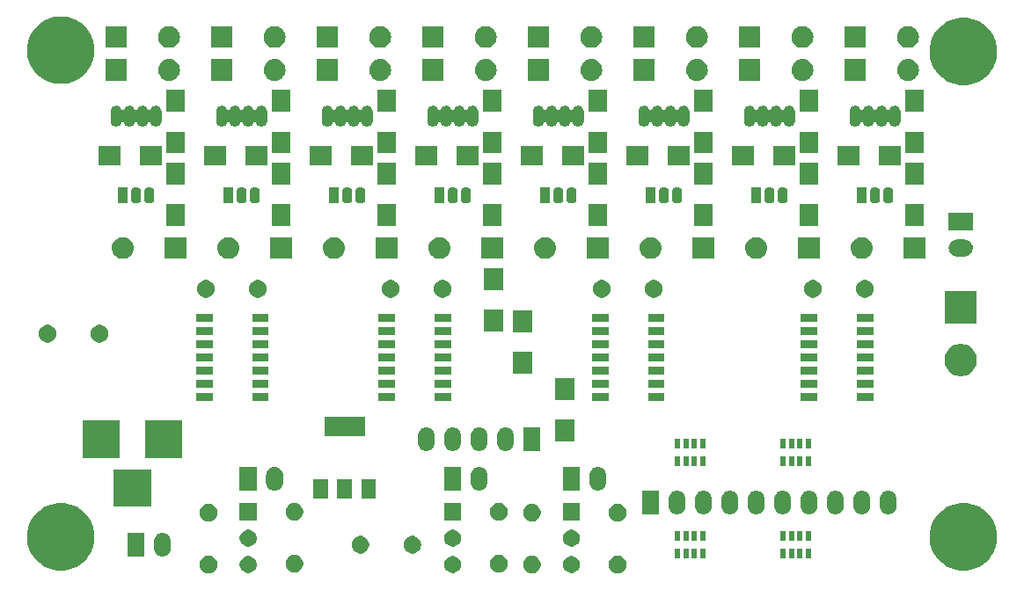
<source format=gbr>
G04 #@! TF.GenerationSoftware,KiCad,Pcbnew,5.1.2-f72e74a~84~ubuntu18.04.1*
G04 #@! TF.CreationDate,2019-04-28T16:37:14+03:00*
G04 #@! TF.ProjectId,logic-probe,6c6f6769-632d-4707-926f-62652e6b6963,rev?*
G04 #@! TF.SameCoordinates,Original*
G04 #@! TF.FileFunction,Soldermask,Top*
G04 #@! TF.FilePolarity,Negative*
%FSLAX46Y46*%
G04 Gerber Fmt 4.6, Leading zero omitted, Abs format (unit mm)*
G04 Created by KiCad (PCBNEW 5.1.2-f72e74a~84~ubuntu18.04.1) date 2019-04-28 16:37:14*
%MOMM*%
%LPD*%
G04 APERTURE LIST*
%ADD10C,0.500000*%
G04 APERTURE END LIST*
D10*
G36*
X137408228Y-152216703D02*
G01*
X137563100Y-152280853D01*
X137702481Y-152373985D01*
X137821015Y-152492519D01*
X137914147Y-152631900D01*
X137978297Y-152786772D01*
X138011000Y-152951184D01*
X138011000Y-153118816D01*
X137978297Y-153283228D01*
X137914147Y-153438100D01*
X137821015Y-153577481D01*
X137702481Y-153696015D01*
X137563100Y-153789147D01*
X137408228Y-153853297D01*
X137243816Y-153886000D01*
X137076184Y-153886000D01*
X136911772Y-153853297D01*
X136756900Y-153789147D01*
X136617519Y-153696015D01*
X136498985Y-153577481D01*
X136405853Y-153438100D01*
X136341703Y-153283228D01*
X136309000Y-153118816D01*
X136309000Y-152951184D01*
X136341703Y-152786772D01*
X136405853Y-152631900D01*
X136498985Y-152492519D01*
X136617519Y-152373985D01*
X136756900Y-152280853D01*
X136911772Y-152216703D01*
X137076184Y-152184000D01*
X137243816Y-152184000D01*
X137408228Y-152216703D01*
X137408228Y-152216703D01*
G37*
G36*
X98038228Y-152216703D02*
G01*
X98193100Y-152280853D01*
X98332481Y-152373985D01*
X98451015Y-152492519D01*
X98544147Y-152631900D01*
X98608297Y-152786772D01*
X98641000Y-152951184D01*
X98641000Y-153118816D01*
X98608297Y-153283228D01*
X98544147Y-153438100D01*
X98451015Y-153577481D01*
X98332481Y-153696015D01*
X98193100Y-153789147D01*
X98038228Y-153853297D01*
X97873816Y-153886000D01*
X97706184Y-153886000D01*
X97541772Y-153853297D01*
X97386900Y-153789147D01*
X97247519Y-153696015D01*
X97128985Y-153577481D01*
X97035853Y-153438100D01*
X96971703Y-153283228D01*
X96939000Y-153118816D01*
X96939000Y-152951184D01*
X96971703Y-152786772D01*
X97035853Y-152631900D01*
X97128985Y-152492519D01*
X97247519Y-152373985D01*
X97386900Y-152280853D01*
X97541772Y-152216703D01*
X97706184Y-152184000D01*
X97873816Y-152184000D01*
X98038228Y-152216703D01*
X98038228Y-152216703D01*
G37*
G36*
X129153228Y-152216703D02*
G01*
X129308100Y-152280853D01*
X129447481Y-152373985D01*
X129566015Y-152492519D01*
X129659147Y-152631900D01*
X129723297Y-152786772D01*
X129756000Y-152951184D01*
X129756000Y-153118816D01*
X129723297Y-153283228D01*
X129659147Y-153438100D01*
X129566015Y-153577481D01*
X129447481Y-153696015D01*
X129308100Y-153789147D01*
X129153228Y-153853297D01*
X128988816Y-153886000D01*
X128821184Y-153886000D01*
X128656772Y-153853297D01*
X128501900Y-153789147D01*
X128362519Y-153696015D01*
X128243985Y-153577481D01*
X128150853Y-153438100D01*
X128086703Y-153283228D01*
X128054000Y-153118816D01*
X128054000Y-152951184D01*
X128086703Y-152786772D01*
X128150853Y-152631900D01*
X128243985Y-152492519D01*
X128362519Y-152373985D01*
X128501900Y-152280853D01*
X128656772Y-152216703D01*
X128821184Y-152184000D01*
X128988816Y-152184000D01*
X129153228Y-152216703D01*
X129153228Y-152216703D01*
G37*
G36*
X121521560Y-152255166D02*
G01*
X121615278Y-152293985D01*
X121669153Y-152316301D01*
X121670199Y-152317000D01*
X121801982Y-152405055D01*
X121914945Y-152518018D01*
X122003700Y-152650849D01*
X122064834Y-152798440D01*
X122096000Y-152955122D01*
X122096000Y-153114878D01*
X122085499Y-153167671D01*
X122064834Y-153271560D01*
X122003699Y-153419153D01*
X121914945Y-153551982D01*
X121801982Y-153664945D01*
X121669153Y-153753699D01*
X121669152Y-153753700D01*
X121669151Y-153753700D01*
X121521560Y-153814834D01*
X121364878Y-153846000D01*
X121205122Y-153846000D01*
X121048440Y-153814834D01*
X120900849Y-153753700D01*
X120900848Y-153753700D01*
X120900847Y-153753699D01*
X120768018Y-153664945D01*
X120655055Y-153551982D01*
X120566301Y-153419153D01*
X120505166Y-153271560D01*
X120484501Y-153167671D01*
X120474000Y-153114878D01*
X120474000Y-152955122D01*
X120505166Y-152798440D01*
X120566300Y-152650849D01*
X120655055Y-152518018D01*
X120768018Y-152405055D01*
X120899801Y-152317000D01*
X120900847Y-152316301D01*
X120954723Y-152293985D01*
X121048440Y-152255166D01*
X121205122Y-152224000D01*
X121364878Y-152224000D01*
X121521560Y-152255166D01*
X121521560Y-152255166D01*
G37*
G36*
X132951560Y-152255166D02*
G01*
X133045278Y-152293985D01*
X133099153Y-152316301D01*
X133100199Y-152317000D01*
X133231982Y-152405055D01*
X133344945Y-152518018D01*
X133433700Y-152650849D01*
X133494834Y-152798440D01*
X133526000Y-152955122D01*
X133526000Y-153114878D01*
X133515499Y-153167671D01*
X133494834Y-153271560D01*
X133433699Y-153419153D01*
X133344945Y-153551982D01*
X133231982Y-153664945D01*
X133099153Y-153753699D01*
X133099152Y-153753700D01*
X133099151Y-153753700D01*
X132951560Y-153814834D01*
X132794878Y-153846000D01*
X132635122Y-153846000D01*
X132478440Y-153814834D01*
X132330849Y-153753700D01*
X132330848Y-153753700D01*
X132330847Y-153753699D01*
X132198018Y-153664945D01*
X132085055Y-153551982D01*
X131996301Y-153419153D01*
X131935166Y-153271560D01*
X131914501Y-153167671D01*
X131904000Y-153114878D01*
X131904000Y-152955122D01*
X131935166Y-152798440D01*
X131996300Y-152650849D01*
X132085055Y-152518018D01*
X132198018Y-152405055D01*
X132329801Y-152317000D01*
X132330847Y-152316301D01*
X132384723Y-152293985D01*
X132478440Y-152255166D01*
X132635122Y-152224000D01*
X132794878Y-152224000D01*
X132951560Y-152255166D01*
X132951560Y-152255166D01*
G37*
G36*
X101836560Y-152255166D02*
G01*
X101930278Y-152293985D01*
X101984153Y-152316301D01*
X101985199Y-152317000D01*
X102116982Y-152405055D01*
X102229945Y-152518018D01*
X102318700Y-152650849D01*
X102379834Y-152798440D01*
X102411000Y-152955122D01*
X102411000Y-153114878D01*
X102400499Y-153167671D01*
X102379834Y-153271560D01*
X102318699Y-153419153D01*
X102229945Y-153551982D01*
X102116982Y-153664945D01*
X101984153Y-153753699D01*
X101984152Y-153753700D01*
X101984151Y-153753700D01*
X101836560Y-153814834D01*
X101679878Y-153846000D01*
X101520122Y-153846000D01*
X101363440Y-153814834D01*
X101215849Y-153753700D01*
X101215848Y-153753700D01*
X101215847Y-153753699D01*
X101083018Y-153664945D01*
X100970055Y-153551982D01*
X100881301Y-153419153D01*
X100820166Y-153271560D01*
X100799501Y-153167671D01*
X100789000Y-153114878D01*
X100789000Y-152955122D01*
X100820166Y-152798440D01*
X100881300Y-152650849D01*
X100970055Y-152518018D01*
X101083018Y-152405055D01*
X101214801Y-152317000D01*
X101215847Y-152316301D01*
X101269723Y-152293985D01*
X101363440Y-152255166D01*
X101520122Y-152224000D01*
X101679878Y-152224000D01*
X101836560Y-152255166D01*
X101836560Y-152255166D01*
G37*
G36*
X125978228Y-152136703D02*
G01*
X126133100Y-152200853D01*
X126272481Y-152293985D01*
X126391015Y-152412519D01*
X126484147Y-152551900D01*
X126548297Y-152706772D01*
X126581000Y-152871184D01*
X126581000Y-153038816D01*
X126548297Y-153203228D01*
X126484147Y-153358100D01*
X126391015Y-153497481D01*
X126272481Y-153616015D01*
X126133100Y-153709147D01*
X125978228Y-153773297D01*
X125813816Y-153806000D01*
X125646184Y-153806000D01*
X125481772Y-153773297D01*
X125326900Y-153709147D01*
X125187519Y-153616015D01*
X125068985Y-153497481D01*
X124975853Y-153358100D01*
X124911703Y-153203228D01*
X124879000Y-153038816D01*
X124879000Y-152871184D01*
X124911703Y-152706772D01*
X124975853Y-152551900D01*
X125068985Y-152412519D01*
X125187519Y-152293985D01*
X125326900Y-152200853D01*
X125481772Y-152136703D01*
X125646184Y-152104000D01*
X125813816Y-152104000D01*
X125978228Y-152136703D01*
X125978228Y-152136703D01*
G37*
G36*
X106293228Y-152136703D02*
G01*
X106448100Y-152200853D01*
X106587481Y-152293985D01*
X106706015Y-152412519D01*
X106799147Y-152551900D01*
X106863297Y-152706772D01*
X106896000Y-152871184D01*
X106896000Y-153038816D01*
X106863297Y-153203228D01*
X106799147Y-153358100D01*
X106706015Y-153497481D01*
X106587481Y-153616015D01*
X106448100Y-153709147D01*
X106293228Y-153773297D01*
X106128816Y-153806000D01*
X105961184Y-153806000D01*
X105796772Y-153773297D01*
X105641900Y-153709147D01*
X105502519Y-153616015D01*
X105383985Y-153497481D01*
X105290853Y-153358100D01*
X105226703Y-153203228D01*
X105194000Y-153038816D01*
X105194000Y-152871184D01*
X105226703Y-152706772D01*
X105290853Y-152551900D01*
X105383985Y-152412519D01*
X105502519Y-152293985D01*
X105641900Y-152200853D01*
X105796772Y-152136703D01*
X105961184Y-152104000D01*
X106128816Y-152104000D01*
X106293228Y-152136703D01*
X106293228Y-152136703D01*
G37*
G36*
X171068239Y-147179467D02*
G01*
X171382282Y-147241934D01*
X171973926Y-147487001D01*
X172506392Y-147842784D01*
X172959216Y-148295608D01*
X173314999Y-148828074D01*
X173560066Y-149419718D01*
X173560066Y-149419719D01*
X173685000Y-150047803D01*
X173685000Y-150688197D01*
X173647017Y-150879151D01*
X173560066Y-151316282D01*
X173314999Y-151907926D01*
X173082980Y-152255166D01*
X172982828Y-152405055D01*
X172959216Y-152440392D01*
X172506392Y-152893216D01*
X171973926Y-153248999D01*
X171382282Y-153494066D01*
X171091118Y-153551982D01*
X170754197Y-153619000D01*
X170113803Y-153619000D01*
X169776882Y-153551982D01*
X169485718Y-153494066D01*
X168894074Y-153248999D01*
X168361608Y-152893216D01*
X167908784Y-152440392D01*
X167885173Y-152405055D01*
X167785020Y-152255166D01*
X167553001Y-151907926D01*
X167307934Y-151316282D01*
X167220983Y-150879151D01*
X167183000Y-150688197D01*
X167183000Y-150047803D01*
X167307934Y-149419719D01*
X167307934Y-149419718D01*
X167553001Y-148828074D01*
X167908784Y-148295608D01*
X168361608Y-147842784D01*
X168894074Y-147487001D01*
X169485718Y-147241934D01*
X169799761Y-147179467D01*
X170113803Y-147117000D01*
X170754197Y-147117000D01*
X171068239Y-147179467D01*
X171068239Y-147179467D01*
G37*
G36*
X84200239Y-147179467D02*
G01*
X84514282Y-147241934D01*
X85105926Y-147487001D01*
X85638392Y-147842784D01*
X86091216Y-148295608D01*
X86446999Y-148828074D01*
X86692066Y-149419718D01*
X86692066Y-149419719D01*
X86817000Y-150047803D01*
X86817000Y-150688197D01*
X86779017Y-150879151D01*
X86692066Y-151316282D01*
X86446999Y-151907926D01*
X86214980Y-152255166D01*
X86114828Y-152405055D01*
X86091216Y-152440392D01*
X85638392Y-152893216D01*
X85105926Y-153248999D01*
X84514282Y-153494066D01*
X84223118Y-153551982D01*
X83886197Y-153619000D01*
X83245803Y-153619000D01*
X82908882Y-153551982D01*
X82617718Y-153494066D01*
X82026074Y-153248999D01*
X81493608Y-152893216D01*
X81040784Y-152440392D01*
X81017173Y-152405055D01*
X80917020Y-152255166D01*
X80685001Y-151907926D01*
X80439934Y-151316282D01*
X80352983Y-150879151D01*
X80315000Y-150688197D01*
X80315000Y-150047803D01*
X80439934Y-149419719D01*
X80439934Y-149419718D01*
X80685001Y-148828074D01*
X81040784Y-148295608D01*
X81493608Y-147842784D01*
X82026074Y-147487001D01*
X82617718Y-147241934D01*
X82931761Y-147179467D01*
X83245803Y-147117000D01*
X83886197Y-147117000D01*
X84200239Y-147179467D01*
X84200239Y-147179467D01*
G37*
G36*
X155756000Y-152481000D02*
G01*
X155254000Y-152481000D01*
X155254000Y-151479000D01*
X155756000Y-151479000D01*
X155756000Y-152481000D01*
X155756000Y-152481000D01*
G37*
G36*
X144796000Y-152481000D02*
G01*
X144294000Y-152481000D01*
X144294000Y-151479000D01*
X144796000Y-151479000D01*
X144796000Y-152481000D01*
X144796000Y-152481000D01*
G37*
G36*
X143996000Y-152481000D02*
G01*
X143494000Y-152481000D01*
X143494000Y-151479000D01*
X143996000Y-151479000D01*
X143996000Y-152481000D01*
X143996000Y-152481000D01*
G37*
G36*
X145596000Y-152481000D02*
G01*
X145094000Y-152481000D01*
X145094000Y-151479000D01*
X145596000Y-151479000D01*
X145596000Y-152481000D01*
X145596000Y-152481000D01*
G37*
G36*
X153356000Y-152481000D02*
G01*
X152854000Y-152481000D01*
X152854000Y-151479000D01*
X153356000Y-151479000D01*
X153356000Y-152481000D01*
X153356000Y-152481000D01*
G37*
G36*
X154156000Y-152481000D02*
G01*
X153654000Y-152481000D01*
X153654000Y-151479000D01*
X154156000Y-151479000D01*
X154156000Y-152481000D01*
X154156000Y-152481000D01*
G37*
G36*
X154956000Y-152481000D02*
G01*
X154454000Y-152481000D01*
X154454000Y-151479000D01*
X154956000Y-151479000D01*
X154956000Y-152481000D01*
X154956000Y-152481000D01*
G37*
G36*
X143196000Y-152481000D02*
G01*
X142694000Y-152481000D01*
X142694000Y-151479000D01*
X143196000Y-151479000D01*
X143196000Y-152481000D01*
X143196000Y-152481000D01*
G37*
G36*
X93504375Y-149990944D02*
G01*
X93657626Y-150037432D01*
X93657629Y-150037433D01*
X93798863Y-150112924D01*
X93922659Y-150214521D01*
X94024256Y-150338317D01*
X94099747Y-150479550D01*
X94099747Y-150479551D01*
X94099748Y-150479553D01*
X94146236Y-150632804D01*
X94158000Y-150752247D01*
X94158000Y-151507753D01*
X94146236Y-151627196D01*
X94132499Y-151672480D01*
X94099747Y-151780450D01*
X94024256Y-151921683D01*
X93922659Y-152045479D01*
X93798863Y-152147076D01*
X93657630Y-152222567D01*
X93657627Y-152222568D01*
X93504376Y-152269056D01*
X93345000Y-152284753D01*
X93185625Y-152269056D01*
X93032374Y-152222568D01*
X93032371Y-152222567D01*
X92891138Y-152147076D01*
X92767342Y-152045479D01*
X92665745Y-151921683D01*
X92590255Y-151780451D01*
X92590255Y-151780450D01*
X92590253Y-151780447D01*
X92543764Y-151627196D01*
X92532000Y-151507753D01*
X92532000Y-150752248D01*
X92543764Y-150632805D01*
X92590252Y-150479554D01*
X92590253Y-150479551D01*
X92665744Y-150338317D01*
X92767341Y-150214521D01*
X92891137Y-150112924D01*
X93032370Y-150037433D01*
X93032373Y-150037432D01*
X93185624Y-149990944D01*
X93345000Y-149975247D01*
X93504375Y-149990944D01*
X93504375Y-149990944D01*
G37*
G36*
X91618000Y-152280820D02*
G01*
X89992000Y-152280820D01*
X89992000Y-149979180D01*
X91618000Y-149979180D01*
X91618000Y-152280820D01*
X91618000Y-152280820D01*
G37*
G36*
X112643228Y-150311703D02*
G01*
X112798100Y-150375853D01*
X112937481Y-150468985D01*
X113056015Y-150587519D01*
X113149147Y-150726900D01*
X113213297Y-150881772D01*
X113246000Y-151046184D01*
X113246000Y-151213816D01*
X113213297Y-151378228D01*
X113149147Y-151533100D01*
X113056015Y-151672481D01*
X112937481Y-151791015D01*
X112798100Y-151884147D01*
X112643228Y-151948297D01*
X112478816Y-151981000D01*
X112311184Y-151981000D01*
X112146772Y-151948297D01*
X111991900Y-151884147D01*
X111852519Y-151791015D01*
X111733985Y-151672481D01*
X111640853Y-151533100D01*
X111576703Y-151378228D01*
X111544000Y-151213816D01*
X111544000Y-151046184D01*
X111576703Y-150881772D01*
X111640853Y-150726900D01*
X111733985Y-150587519D01*
X111852519Y-150468985D01*
X111991900Y-150375853D01*
X112146772Y-150311703D01*
X112311184Y-150279000D01*
X112478816Y-150279000D01*
X112643228Y-150311703D01*
X112643228Y-150311703D01*
G37*
G36*
X117643228Y-150311703D02*
G01*
X117798100Y-150375853D01*
X117937481Y-150468985D01*
X118056015Y-150587519D01*
X118149147Y-150726900D01*
X118213297Y-150881772D01*
X118246000Y-151046184D01*
X118246000Y-151213816D01*
X118213297Y-151378228D01*
X118149147Y-151533100D01*
X118056015Y-151672481D01*
X117937481Y-151791015D01*
X117798100Y-151884147D01*
X117643228Y-151948297D01*
X117478816Y-151981000D01*
X117311184Y-151981000D01*
X117146772Y-151948297D01*
X116991900Y-151884147D01*
X116852519Y-151791015D01*
X116733985Y-151672481D01*
X116640853Y-151533100D01*
X116576703Y-151378228D01*
X116544000Y-151213816D01*
X116544000Y-151046184D01*
X116576703Y-150881772D01*
X116640853Y-150726900D01*
X116733985Y-150587519D01*
X116852519Y-150468985D01*
X116991900Y-150375853D01*
X117146772Y-150311703D01*
X117311184Y-150279000D01*
X117478816Y-150279000D01*
X117643228Y-150311703D01*
X117643228Y-150311703D01*
G37*
G36*
X121521560Y-149715166D02*
G01*
X121669153Y-149776301D01*
X121673192Y-149779000D01*
X121801982Y-149865055D01*
X121914945Y-149978018D01*
X122003700Y-150110849D01*
X122064834Y-150258440D01*
X122096000Y-150415122D01*
X122096000Y-150574878D01*
X122084477Y-150632806D01*
X122064834Y-150731560D01*
X122003699Y-150879153D01*
X121914945Y-151011982D01*
X121801982Y-151124945D01*
X121669153Y-151213699D01*
X121669152Y-151213700D01*
X121669151Y-151213700D01*
X121521560Y-151274834D01*
X121364878Y-151306000D01*
X121205122Y-151306000D01*
X121048440Y-151274834D01*
X120900849Y-151213700D01*
X120900848Y-151213700D01*
X120900847Y-151213699D01*
X120768018Y-151124945D01*
X120655055Y-151011982D01*
X120566301Y-150879153D01*
X120505166Y-150731560D01*
X120485523Y-150632806D01*
X120474000Y-150574878D01*
X120474000Y-150415122D01*
X120505166Y-150258440D01*
X120566300Y-150110849D01*
X120655055Y-149978018D01*
X120768018Y-149865055D01*
X120896808Y-149779000D01*
X120900847Y-149776301D01*
X121048440Y-149715166D01*
X121205122Y-149684000D01*
X121364878Y-149684000D01*
X121521560Y-149715166D01*
X121521560Y-149715166D01*
G37*
G36*
X101836560Y-149715166D02*
G01*
X101984153Y-149776301D01*
X101988192Y-149779000D01*
X102116982Y-149865055D01*
X102229945Y-149978018D01*
X102318700Y-150110849D01*
X102379834Y-150258440D01*
X102411000Y-150415122D01*
X102411000Y-150574878D01*
X102399477Y-150632806D01*
X102379834Y-150731560D01*
X102318699Y-150879153D01*
X102229945Y-151011982D01*
X102116982Y-151124945D01*
X101984153Y-151213699D01*
X101984152Y-151213700D01*
X101984151Y-151213700D01*
X101836560Y-151274834D01*
X101679878Y-151306000D01*
X101520122Y-151306000D01*
X101363440Y-151274834D01*
X101215849Y-151213700D01*
X101215848Y-151213700D01*
X101215847Y-151213699D01*
X101083018Y-151124945D01*
X100970055Y-151011982D01*
X100881301Y-150879153D01*
X100820166Y-150731560D01*
X100800523Y-150632806D01*
X100789000Y-150574878D01*
X100789000Y-150415122D01*
X100820166Y-150258440D01*
X100881300Y-150110849D01*
X100970055Y-149978018D01*
X101083018Y-149865055D01*
X101211808Y-149779000D01*
X101215847Y-149776301D01*
X101363440Y-149715166D01*
X101520122Y-149684000D01*
X101679878Y-149684000D01*
X101836560Y-149715166D01*
X101836560Y-149715166D01*
G37*
G36*
X132951560Y-149715166D02*
G01*
X133099153Y-149776301D01*
X133103192Y-149779000D01*
X133231982Y-149865055D01*
X133344945Y-149978018D01*
X133433700Y-150110849D01*
X133494834Y-150258440D01*
X133526000Y-150415122D01*
X133526000Y-150574878D01*
X133514477Y-150632806D01*
X133494834Y-150731560D01*
X133433699Y-150879153D01*
X133344945Y-151011982D01*
X133231982Y-151124945D01*
X133099153Y-151213699D01*
X133099152Y-151213700D01*
X133099151Y-151213700D01*
X132951560Y-151274834D01*
X132794878Y-151306000D01*
X132635122Y-151306000D01*
X132478440Y-151274834D01*
X132330849Y-151213700D01*
X132330848Y-151213700D01*
X132330847Y-151213699D01*
X132198018Y-151124945D01*
X132085055Y-151011982D01*
X131996301Y-150879153D01*
X131935166Y-150731560D01*
X131915523Y-150632806D01*
X131904000Y-150574878D01*
X131904000Y-150415122D01*
X131935166Y-150258440D01*
X131996300Y-150110849D01*
X132085055Y-149978018D01*
X132198018Y-149865055D01*
X132326808Y-149779000D01*
X132330847Y-149776301D01*
X132478440Y-149715166D01*
X132635122Y-149684000D01*
X132794878Y-149684000D01*
X132951560Y-149715166D01*
X132951560Y-149715166D01*
G37*
G36*
X144796000Y-150781000D02*
G01*
X144294000Y-150781000D01*
X144294000Y-149779000D01*
X144796000Y-149779000D01*
X144796000Y-150781000D01*
X144796000Y-150781000D01*
G37*
G36*
X143196000Y-150781000D02*
G01*
X142694000Y-150781000D01*
X142694000Y-149779000D01*
X143196000Y-149779000D01*
X143196000Y-150781000D01*
X143196000Y-150781000D01*
G37*
G36*
X143996000Y-150781000D02*
G01*
X143494000Y-150781000D01*
X143494000Y-149779000D01*
X143996000Y-149779000D01*
X143996000Y-150781000D01*
X143996000Y-150781000D01*
G37*
G36*
X145596000Y-150781000D02*
G01*
X145094000Y-150781000D01*
X145094000Y-149779000D01*
X145596000Y-149779000D01*
X145596000Y-150781000D01*
X145596000Y-150781000D01*
G37*
G36*
X154956000Y-150781000D02*
G01*
X154454000Y-150781000D01*
X154454000Y-149779000D01*
X154956000Y-149779000D01*
X154956000Y-150781000D01*
X154956000Y-150781000D01*
G37*
G36*
X154156000Y-150781000D02*
G01*
X153654000Y-150781000D01*
X153654000Y-149779000D01*
X154156000Y-149779000D01*
X154156000Y-150781000D01*
X154156000Y-150781000D01*
G37*
G36*
X153356000Y-150781000D02*
G01*
X152854000Y-150781000D01*
X152854000Y-149779000D01*
X153356000Y-149779000D01*
X153356000Y-150781000D01*
X153356000Y-150781000D01*
G37*
G36*
X155756000Y-150781000D02*
G01*
X155254000Y-150781000D01*
X155254000Y-149779000D01*
X155756000Y-149779000D01*
X155756000Y-150781000D01*
X155756000Y-150781000D01*
G37*
G36*
X137408228Y-147216703D02*
G01*
X137563100Y-147280853D01*
X137702481Y-147373985D01*
X137821015Y-147492519D01*
X137914147Y-147631900D01*
X137978297Y-147786772D01*
X138011000Y-147951184D01*
X138011000Y-148118816D01*
X137978297Y-148283228D01*
X137914147Y-148438100D01*
X137821015Y-148577481D01*
X137702481Y-148696015D01*
X137563100Y-148789147D01*
X137408228Y-148853297D01*
X137243816Y-148886000D01*
X137076184Y-148886000D01*
X136911772Y-148853297D01*
X136756900Y-148789147D01*
X136617519Y-148696015D01*
X136498985Y-148577481D01*
X136405853Y-148438100D01*
X136341703Y-148283228D01*
X136309000Y-148118816D01*
X136309000Y-147951184D01*
X136341703Y-147786772D01*
X136405853Y-147631900D01*
X136498985Y-147492519D01*
X136617519Y-147373985D01*
X136756900Y-147280853D01*
X136911772Y-147216703D01*
X137076184Y-147184000D01*
X137243816Y-147184000D01*
X137408228Y-147216703D01*
X137408228Y-147216703D01*
G37*
G36*
X98038228Y-147216703D02*
G01*
X98193100Y-147280853D01*
X98332481Y-147373985D01*
X98451015Y-147492519D01*
X98544147Y-147631900D01*
X98608297Y-147786772D01*
X98641000Y-147951184D01*
X98641000Y-148118816D01*
X98608297Y-148283228D01*
X98544147Y-148438100D01*
X98451015Y-148577481D01*
X98332481Y-148696015D01*
X98193100Y-148789147D01*
X98038228Y-148853297D01*
X97873816Y-148886000D01*
X97706184Y-148886000D01*
X97541772Y-148853297D01*
X97386900Y-148789147D01*
X97247519Y-148696015D01*
X97128985Y-148577481D01*
X97035853Y-148438100D01*
X96971703Y-148283228D01*
X96939000Y-148118816D01*
X96939000Y-147951184D01*
X96971703Y-147786772D01*
X97035853Y-147631900D01*
X97128985Y-147492519D01*
X97247519Y-147373985D01*
X97386900Y-147280853D01*
X97541772Y-147216703D01*
X97706184Y-147184000D01*
X97873816Y-147184000D01*
X98038228Y-147216703D01*
X98038228Y-147216703D01*
G37*
G36*
X129153228Y-147216703D02*
G01*
X129308100Y-147280853D01*
X129447481Y-147373985D01*
X129566015Y-147492519D01*
X129659147Y-147631900D01*
X129723297Y-147786772D01*
X129756000Y-147951184D01*
X129756000Y-148118816D01*
X129723297Y-148283228D01*
X129659147Y-148438100D01*
X129566015Y-148577481D01*
X129447481Y-148696015D01*
X129308100Y-148789147D01*
X129153228Y-148853297D01*
X128988816Y-148886000D01*
X128821184Y-148886000D01*
X128656772Y-148853297D01*
X128501900Y-148789147D01*
X128362519Y-148696015D01*
X128243985Y-148577481D01*
X128150853Y-148438100D01*
X128086703Y-148283228D01*
X128054000Y-148118816D01*
X128054000Y-147951184D01*
X128086703Y-147786772D01*
X128150853Y-147631900D01*
X128243985Y-147492519D01*
X128362519Y-147373985D01*
X128501900Y-147280853D01*
X128656772Y-147216703D01*
X128821184Y-147184000D01*
X128988816Y-147184000D01*
X129153228Y-147216703D01*
X129153228Y-147216703D01*
G37*
G36*
X125978228Y-147136703D02*
G01*
X126133100Y-147200853D01*
X126272481Y-147293985D01*
X126391015Y-147412519D01*
X126484147Y-147551900D01*
X126548297Y-147706772D01*
X126581000Y-147871184D01*
X126581000Y-148038816D01*
X126548297Y-148203228D01*
X126484147Y-148358100D01*
X126391015Y-148497481D01*
X126272481Y-148616015D01*
X126133100Y-148709147D01*
X125978228Y-148773297D01*
X125813816Y-148806000D01*
X125646184Y-148806000D01*
X125481772Y-148773297D01*
X125326900Y-148709147D01*
X125187519Y-148616015D01*
X125068985Y-148497481D01*
X124975853Y-148358100D01*
X124911703Y-148203228D01*
X124879000Y-148038816D01*
X124879000Y-147871184D01*
X124911703Y-147706772D01*
X124975853Y-147551900D01*
X125068985Y-147412519D01*
X125187519Y-147293985D01*
X125326900Y-147200853D01*
X125481772Y-147136703D01*
X125646184Y-147104000D01*
X125813816Y-147104000D01*
X125978228Y-147136703D01*
X125978228Y-147136703D01*
G37*
G36*
X106293228Y-147136703D02*
G01*
X106448100Y-147200853D01*
X106587481Y-147293985D01*
X106706015Y-147412519D01*
X106799147Y-147551900D01*
X106863297Y-147706772D01*
X106896000Y-147871184D01*
X106896000Y-148038816D01*
X106863297Y-148203228D01*
X106799147Y-148358100D01*
X106706015Y-148497481D01*
X106587481Y-148616015D01*
X106448100Y-148709147D01*
X106293228Y-148773297D01*
X106128816Y-148806000D01*
X105961184Y-148806000D01*
X105796772Y-148773297D01*
X105641900Y-148709147D01*
X105502519Y-148616015D01*
X105383985Y-148497481D01*
X105290853Y-148358100D01*
X105226703Y-148203228D01*
X105194000Y-148038816D01*
X105194000Y-147871184D01*
X105226703Y-147706772D01*
X105290853Y-147551900D01*
X105383985Y-147412519D01*
X105502519Y-147293985D01*
X105641900Y-147200853D01*
X105796772Y-147136703D01*
X105961184Y-147104000D01*
X106128816Y-147104000D01*
X106293228Y-147136703D01*
X106293228Y-147136703D01*
G37*
G36*
X122096000Y-148766000D02*
G01*
X120474000Y-148766000D01*
X120474000Y-147144000D01*
X122096000Y-147144000D01*
X122096000Y-148766000D01*
X122096000Y-148766000D01*
G37*
G36*
X133526000Y-148766000D02*
G01*
X131904000Y-148766000D01*
X131904000Y-147144000D01*
X133526000Y-147144000D01*
X133526000Y-148766000D01*
X133526000Y-148766000D01*
G37*
G36*
X102411000Y-148766000D02*
G01*
X100789000Y-148766000D01*
X100789000Y-147144000D01*
X102411000Y-147144000D01*
X102411000Y-148766000D01*
X102411000Y-148766000D01*
G37*
G36*
X145574375Y-145926944D02*
G01*
X145727626Y-145973432D01*
X145727629Y-145973433D01*
X145868863Y-146048924D01*
X145992659Y-146150521D01*
X146094256Y-146274317D01*
X146169747Y-146415550D01*
X146169747Y-146415551D01*
X146169748Y-146415553D01*
X146216236Y-146568804D01*
X146228000Y-146688247D01*
X146228000Y-147443753D01*
X146216236Y-147563196D01*
X146195395Y-147631900D01*
X146169747Y-147716450D01*
X146094256Y-147857683D01*
X145992659Y-147981479D01*
X145868863Y-148083076D01*
X145727630Y-148158567D01*
X145727627Y-148158568D01*
X145574376Y-148205056D01*
X145415000Y-148220753D01*
X145255625Y-148205056D01*
X145102374Y-148158568D01*
X145102371Y-148158567D01*
X144961138Y-148083076D01*
X144837342Y-147981479D01*
X144735745Y-147857683D01*
X144660255Y-147716451D01*
X144660255Y-147716450D01*
X144660253Y-147716447D01*
X144613764Y-147563196D01*
X144602000Y-147443753D01*
X144602000Y-146688248D01*
X144613764Y-146568805D01*
X144660252Y-146415554D01*
X144660253Y-146415551D01*
X144735744Y-146274317D01*
X144837341Y-146150521D01*
X144961137Y-146048924D01*
X145102370Y-145973433D01*
X145102373Y-145973432D01*
X145255624Y-145926944D01*
X145415000Y-145911247D01*
X145574375Y-145926944D01*
X145574375Y-145926944D01*
G37*
G36*
X148114375Y-145926944D02*
G01*
X148267626Y-145973432D01*
X148267629Y-145973433D01*
X148408863Y-146048924D01*
X148532659Y-146150521D01*
X148634256Y-146274317D01*
X148709747Y-146415550D01*
X148709747Y-146415551D01*
X148709748Y-146415553D01*
X148756236Y-146568804D01*
X148768000Y-146688247D01*
X148768000Y-147443753D01*
X148756236Y-147563196D01*
X148735395Y-147631900D01*
X148709747Y-147716450D01*
X148634256Y-147857683D01*
X148532659Y-147981479D01*
X148408863Y-148083076D01*
X148267630Y-148158567D01*
X148267627Y-148158568D01*
X148114376Y-148205056D01*
X147955000Y-148220753D01*
X147795625Y-148205056D01*
X147642374Y-148158568D01*
X147642371Y-148158567D01*
X147501138Y-148083076D01*
X147377342Y-147981479D01*
X147275745Y-147857683D01*
X147200255Y-147716451D01*
X147200255Y-147716450D01*
X147200253Y-147716447D01*
X147153764Y-147563196D01*
X147142000Y-147443753D01*
X147142000Y-146688248D01*
X147153764Y-146568805D01*
X147200252Y-146415554D01*
X147200253Y-146415551D01*
X147275744Y-146274317D01*
X147377341Y-146150521D01*
X147501137Y-146048924D01*
X147642370Y-145973433D01*
X147642373Y-145973432D01*
X147795624Y-145926944D01*
X147955000Y-145911247D01*
X148114375Y-145926944D01*
X148114375Y-145926944D01*
G37*
G36*
X163354375Y-145926944D02*
G01*
X163507626Y-145973432D01*
X163507629Y-145973433D01*
X163648863Y-146048924D01*
X163772659Y-146150521D01*
X163874256Y-146274317D01*
X163949747Y-146415550D01*
X163949747Y-146415551D01*
X163949748Y-146415553D01*
X163996236Y-146568804D01*
X164008000Y-146688247D01*
X164008000Y-147443753D01*
X163996236Y-147563196D01*
X163975395Y-147631900D01*
X163949747Y-147716450D01*
X163874256Y-147857683D01*
X163772659Y-147981479D01*
X163648863Y-148083076D01*
X163507630Y-148158567D01*
X163507627Y-148158568D01*
X163354376Y-148205056D01*
X163195000Y-148220753D01*
X163035625Y-148205056D01*
X162882374Y-148158568D01*
X162882371Y-148158567D01*
X162741138Y-148083076D01*
X162617342Y-147981479D01*
X162515745Y-147857683D01*
X162440255Y-147716451D01*
X162440255Y-147716450D01*
X162440253Y-147716447D01*
X162393764Y-147563196D01*
X162382000Y-147443753D01*
X162382000Y-146688248D01*
X162393764Y-146568805D01*
X162440252Y-146415554D01*
X162440253Y-146415551D01*
X162515744Y-146274317D01*
X162617341Y-146150521D01*
X162741137Y-146048924D01*
X162882370Y-145973433D01*
X162882373Y-145973432D01*
X163035624Y-145926944D01*
X163195000Y-145911247D01*
X163354375Y-145926944D01*
X163354375Y-145926944D01*
G37*
G36*
X160814375Y-145926944D02*
G01*
X160967626Y-145973432D01*
X160967629Y-145973433D01*
X161108863Y-146048924D01*
X161232659Y-146150521D01*
X161334256Y-146274317D01*
X161409747Y-146415550D01*
X161409747Y-146415551D01*
X161409748Y-146415553D01*
X161456236Y-146568804D01*
X161468000Y-146688247D01*
X161468000Y-147443753D01*
X161456236Y-147563196D01*
X161435395Y-147631900D01*
X161409747Y-147716450D01*
X161334256Y-147857683D01*
X161232659Y-147981479D01*
X161108863Y-148083076D01*
X160967630Y-148158567D01*
X160967627Y-148158568D01*
X160814376Y-148205056D01*
X160655000Y-148220753D01*
X160495625Y-148205056D01*
X160342374Y-148158568D01*
X160342371Y-148158567D01*
X160201138Y-148083076D01*
X160077342Y-147981479D01*
X159975745Y-147857683D01*
X159900255Y-147716451D01*
X159900255Y-147716450D01*
X159900253Y-147716447D01*
X159853764Y-147563196D01*
X159842000Y-147443753D01*
X159842000Y-146688248D01*
X159853764Y-146568805D01*
X159900252Y-146415554D01*
X159900253Y-146415551D01*
X159975744Y-146274317D01*
X160077341Y-146150521D01*
X160201137Y-146048924D01*
X160342370Y-145973433D01*
X160342373Y-145973432D01*
X160495624Y-145926944D01*
X160655000Y-145911247D01*
X160814375Y-145926944D01*
X160814375Y-145926944D01*
G37*
G36*
X158274375Y-145926944D02*
G01*
X158427626Y-145973432D01*
X158427629Y-145973433D01*
X158568863Y-146048924D01*
X158692659Y-146150521D01*
X158794256Y-146274317D01*
X158869747Y-146415550D01*
X158869747Y-146415551D01*
X158869748Y-146415553D01*
X158916236Y-146568804D01*
X158928000Y-146688247D01*
X158928000Y-147443753D01*
X158916236Y-147563196D01*
X158895395Y-147631900D01*
X158869747Y-147716450D01*
X158794256Y-147857683D01*
X158692659Y-147981479D01*
X158568863Y-148083076D01*
X158427630Y-148158567D01*
X158427627Y-148158568D01*
X158274376Y-148205056D01*
X158115000Y-148220753D01*
X157955625Y-148205056D01*
X157802374Y-148158568D01*
X157802371Y-148158567D01*
X157661138Y-148083076D01*
X157537342Y-147981479D01*
X157435745Y-147857683D01*
X157360255Y-147716451D01*
X157360255Y-147716450D01*
X157360253Y-147716447D01*
X157313764Y-147563196D01*
X157302000Y-147443753D01*
X157302000Y-146688248D01*
X157313764Y-146568805D01*
X157360252Y-146415554D01*
X157360253Y-146415551D01*
X157435744Y-146274317D01*
X157537341Y-146150521D01*
X157661137Y-146048924D01*
X157802370Y-145973433D01*
X157802373Y-145973432D01*
X157955624Y-145926944D01*
X158115000Y-145911247D01*
X158274375Y-145926944D01*
X158274375Y-145926944D01*
G37*
G36*
X155734375Y-145926944D02*
G01*
X155887626Y-145973432D01*
X155887629Y-145973433D01*
X156028863Y-146048924D01*
X156152659Y-146150521D01*
X156254256Y-146274317D01*
X156329747Y-146415550D01*
X156329747Y-146415551D01*
X156329748Y-146415553D01*
X156376236Y-146568804D01*
X156388000Y-146688247D01*
X156388000Y-147443753D01*
X156376236Y-147563196D01*
X156355395Y-147631900D01*
X156329747Y-147716450D01*
X156254256Y-147857683D01*
X156152659Y-147981479D01*
X156028863Y-148083076D01*
X155887630Y-148158567D01*
X155887627Y-148158568D01*
X155734376Y-148205056D01*
X155575000Y-148220753D01*
X155415625Y-148205056D01*
X155262374Y-148158568D01*
X155262371Y-148158567D01*
X155121138Y-148083076D01*
X154997342Y-147981479D01*
X154895745Y-147857683D01*
X154820255Y-147716451D01*
X154820255Y-147716450D01*
X154820253Y-147716447D01*
X154773764Y-147563196D01*
X154762000Y-147443753D01*
X154762000Y-146688248D01*
X154773764Y-146568805D01*
X154820252Y-146415554D01*
X154820253Y-146415551D01*
X154895744Y-146274317D01*
X154997341Y-146150521D01*
X155121137Y-146048924D01*
X155262370Y-145973433D01*
X155262373Y-145973432D01*
X155415624Y-145926944D01*
X155575000Y-145911247D01*
X155734375Y-145926944D01*
X155734375Y-145926944D01*
G37*
G36*
X150654375Y-145926944D02*
G01*
X150807626Y-145973432D01*
X150807629Y-145973433D01*
X150948863Y-146048924D01*
X151072659Y-146150521D01*
X151174256Y-146274317D01*
X151249747Y-146415550D01*
X151249747Y-146415551D01*
X151249748Y-146415553D01*
X151296236Y-146568804D01*
X151308000Y-146688247D01*
X151308000Y-147443753D01*
X151296236Y-147563196D01*
X151275395Y-147631900D01*
X151249747Y-147716450D01*
X151174256Y-147857683D01*
X151072659Y-147981479D01*
X150948863Y-148083076D01*
X150807630Y-148158567D01*
X150807627Y-148158568D01*
X150654376Y-148205056D01*
X150495000Y-148220753D01*
X150335625Y-148205056D01*
X150182374Y-148158568D01*
X150182371Y-148158567D01*
X150041138Y-148083076D01*
X149917342Y-147981479D01*
X149815745Y-147857683D01*
X149740255Y-147716451D01*
X149740255Y-147716450D01*
X149740253Y-147716447D01*
X149693764Y-147563196D01*
X149682000Y-147443753D01*
X149682000Y-146688248D01*
X149693764Y-146568805D01*
X149740252Y-146415554D01*
X149740253Y-146415551D01*
X149815744Y-146274317D01*
X149917341Y-146150521D01*
X150041137Y-146048924D01*
X150182370Y-145973433D01*
X150182373Y-145973432D01*
X150335624Y-145926944D01*
X150495000Y-145911247D01*
X150654375Y-145926944D01*
X150654375Y-145926944D01*
G37*
G36*
X143034375Y-145926944D02*
G01*
X143187626Y-145973432D01*
X143187629Y-145973433D01*
X143328863Y-146048924D01*
X143452659Y-146150521D01*
X143554256Y-146274317D01*
X143629747Y-146415550D01*
X143629747Y-146415551D01*
X143629748Y-146415553D01*
X143676236Y-146568804D01*
X143688000Y-146688247D01*
X143688000Y-147443753D01*
X143676236Y-147563196D01*
X143655395Y-147631900D01*
X143629747Y-147716450D01*
X143554256Y-147857683D01*
X143452659Y-147981479D01*
X143328863Y-148083076D01*
X143187630Y-148158567D01*
X143187627Y-148158568D01*
X143034376Y-148205056D01*
X142875000Y-148220753D01*
X142715625Y-148205056D01*
X142562374Y-148158568D01*
X142562371Y-148158567D01*
X142421138Y-148083076D01*
X142297342Y-147981479D01*
X142195745Y-147857683D01*
X142120255Y-147716451D01*
X142120255Y-147716450D01*
X142120253Y-147716447D01*
X142073764Y-147563196D01*
X142062000Y-147443753D01*
X142062000Y-146688248D01*
X142073764Y-146568805D01*
X142120252Y-146415554D01*
X142120253Y-146415551D01*
X142195744Y-146274317D01*
X142297341Y-146150521D01*
X142421137Y-146048924D01*
X142562370Y-145973433D01*
X142562373Y-145973432D01*
X142715624Y-145926944D01*
X142875000Y-145911247D01*
X143034375Y-145926944D01*
X143034375Y-145926944D01*
G37*
G36*
X153194375Y-145926944D02*
G01*
X153347626Y-145973432D01*
X153347629Y-145973433D01*
X153488863Y-146048924D01*
X153612659Y-146150521D01*
X153714256Y-146274317D01*
X153789747Y-146415550D01*
X153789747Y-146415551D01*
X153789748Y-146415553D01*
X153836236Y-146568804D01*
X153848000Y-146688247D01*
X153848000Y-147443753D01*
X153836236Y-147563196D01*
X153815395Y-147631900D01*
X153789747Y-147716450D01*
X153714256Y-147857683D01*
X153612659Y-147981479D01*
X153488863Y-148083076D01*
X153347630Y-148158567D01*
X153347627Y-148158568D01*
X153194376Y-148205056D01*
X153035000Y-148220753D01*
X152875625Y-148205056D01*
X152722374Y-148158568D01*
X152722371Y-148158567D01*
X152581138Y-148083076D01*
X152457342Y-147981479D01*
X152355745Y-147857683D01*
X152280255Y-147716451D01*
X152280255Y-147716450D01*
X152280253Y-147716447D01*
X152233764Y-147563196D01*
X152222000Y-147443753D01*
X152222000Y-146688248D01*
X152233764Y-146568805D01*
X152280252Y-146415554D01*
X152280253Y-146415551D01*
X152355744Y-146274317D01*
X152457341Y-146150521D01*
X152581137Y-146048924D01*
X152722370Y-145973433D01*
X152722373Y-145973432D01*
X152875624Y-145926944D01*
X153035000Y-145911247D01*
X153194375Y-145926944D01*
X153194375Y-145926944D01*
G37*
G36*
X141148000Y-148216820D02*
G01*
X139522000Y-148216820D01*
X139522000Y-145915180D01*
X141148000Y-145915180D01*
X141148000Y-148216820D01*
X141148000Y-148216820D01*
G37*
G36*
X92273000Y-147471000D02*
G01*
X88671000Y-147471000D01*
X88671000Y-143869000D01*
X92273000Y-143869000D01*
X92273000Y-147471000D01*
X92273000Y-147471000D01*
G37*
G36*
X109286000Y-146699000D02*
G01*
X107884000Y-146699000D01*
X107884000Y-144797000D01*
X109286000Y-144797000D01*
X109286000Y-146699000D01*
X109286000Y-146699000D01*
G37*
G36*
X111586000Y-146699000D02*
G01*
X110184000Y-146699000D01*
X110184000Y-144797000D01*
X111586000Y-144797000D01*
X111586000Y-146699000D01*
X111586000Y-146699000D01*
G37*
G36*
X113886000Y-146699000D02*
G01*
X112484000Y-146699000D01*
X112484000Y-144797000D01*
X113886000Y-144797000D01*
X113886000Y-146699000D01*
X113886000Y-146699000D01*
G37*
G36*
X123984375Y-143640944D02*
G01*
X124137626Y-143687432D01*
X124137629Y-143687433D01*
X124278863Y-143762924D01*
X124402659Y-143864521D01*
X124504256Y-143988317D01*
X124579747Y-144129550D01*
X124579747Y-144129551D01*
X124579748Y-144129553D01*
X124626236Y-144282804D01*
X124638000Y-144402247D01*
X124638000Y-145157753D01*
X124626236Y-145277196D01*
X124579748Y-145430447D01*
X124579747Y-145430450D01*
X124504256Y-145571683D01*
X124402659Y-145695479D01*
X124278863Y-145797076D01*
X124137630Y-145872567D01*
X124137627Y-145872568D01*
X123984376Y-145919056D01*
X123825000Y-145934753D01*
X123665625Y-145919056D01*
X123512374Y-145872568D01*
X123512371Y-145872567D01*
X123371138Y-145797076D01*
X123247342Y-145695479D01*
X123145745Y-145571683D01*
X123070255Y-145430451D01*
X123070255Y-145430450D01*
X123070253Y-145430447D01*
X123023764Y-145277196D01*
X123012000Y-145157753D01*
X123012000Y-144402248D01*
X123023764Y-144282805D01*
X123070252Y-144129554D01*
X123070253Y-144129551D01*
X123145744Y-143988317D01*
X123247341Y-143864521D01*
X123371137Y-143762924D01*
X123512370Y-143687433D01*
X123512373Y-143687432D01*
X123665624Y-143640944D01*
X123825000Y-143625247D01*
X123984375Y-143640944D01*
X123984375Y-143640944D01*
G37*
G36*
X135414375Y-143640944D02*
G01*
X135567626Y-143687432D01*
X135567629Y-143687433D01*
X135708863Y-143762924D01*
X135832659Y-143864521D01*
X135934256Y-143988317D01*
X136009747Y-144129550D01*
X136009747Y-144129551D01*
X136009748Y-144129553D01*
X136056236Y-144282804D01*
X136068000Y-144402247D01*
X136068000Y-145157753D01*
X136056236Y-145277196D01*
X136009748Y-145430447D01*
X136009747Y-145430450D01*
X135934256Y-145571683D01*
X135832659Y-145695479D01*
X135708863Y-145797076D01*
X135567630Y-145872567D01*
X135567627Y-145872568D01*
X135414376Y-145919056D01*
X135255000Y-145934753D01*
X135095625Y-145919056D01*
X134942374Y-145872568D01*
X134942371Y-145872567D01*
X134801138Y-145797076D01*
X134677342Y-145695479D01*
X134575745Y-145571683D01*
X134500255Y-145430451D01*
X134500255Y-145430450D01*
X134500253Y-145430447D01*
X134453764Y-145277196D01*
X134442000Y-145157753D01*
X134442000Y-144402248D01*
X134453764Y-144282805D01*
X134500252Y-144129554D01*
X134500253Y-144129551D01*
X134575744Y-143988317D01*
X134677341Y-143864521D01*
X134801137Y-143762924D01*
X134942370Y-143687433D01*
X134942373Y-143687432D01*
X135095624Y-143640944D01*
X135255000Y-143625247D01*
X135414375Y-143640944D01*
X135414375Y-143640944D01*
G37*
G36*
X104299375Y-143640944D02*
G01*
X104452626Y-143687432D01*
X104452629Y-143687433D01*
X104593863Y-143762924D01*
X104717659Y-143864521D01*
X104819256Y-143988317D01*
X104894747Y-144129550D01*
X104894747Y-144129551D01*
X104894748Y-144129553D01*
X104941236Y-144282804D01*
X104953000Y-144402247D01*
X104953000Y-145157753D01*
X104941236Y-145277196D01*
X104894748Y-145430447D01*
X104894747Y-145430450D01*
X104819256Y-145571683D01*
X104717659Y-145695479D01*
X104593863Y-145797076D01*
X104452630Y-145872567D01*
X104452627Y-145872568D01*
X104299376Y-145919056D01*
X104140000Y-145934753D01*
X103980625Y-145919056D01*
X103827374Y-145872568D01*
X103827371Y-145872567D01*
X103686138Y-145797076D01*
X103562342Y-145695479D01*
X103460745Y-145571683D01*
X103385255Y-145430451D01*
X103385255Y-145430450D01*
X103385253Y-145430447D01*
X103338764Y-145277196D01*
X103327000Y-145157753D01*
X103327000Y-144402248D01*
X103338764Y-144282805D01*
X103385252Y-144129554D01*
X103385253Y-144129551D01*
X103460744Y-143988317D01*
X103562341Y-143864521D01*
X103686137Y-143762924D01*
X103827370Y-143687433D01*
X103827373Y-143687432D01*
X103980624Y-143640944D01*
X104140000Y-143625247D01*
X104299375Y-143640944D01*
X104299375Y-143640944D01*
G37*
G36*
X102413000Y-145930820D02*
G01*
X100787000Y-145930820D01*
X100787000Y-143629180D01*
X102413000Y-143629180D01*
X102413000Y-145930820D01*
X102413000Y-145930820D01*
G37*
G36*
X133528000Y-145930820D02*
G01*
X131902000Y-145930820D01*
X131902000Y-143629180D01*
X133528000Y-143629180D01*
X133528000Y-145930820D01*
X133528000Y-145930820D01*
G37*
G36*
X122098000Y-145930820D02*
G01*
X120472000Y-145930820D01*
X120472000Y-143629180D01*
X122098000Y-143629180D01*
X122098000Y-145930820D01*
X122098000Y-145930820D01*
G37*
G36*
X153356000Y-143591000D02*
G01*
X152854000Y-143591000D01*
X152854000Y-142589000D01*
X153356000Y-142589000D01*
X153356000Y-143591000D01*
X153356000Y-143591000D01*
G37*
G36*
X143196000Y-143591000D02*
G01*
X142694000Y-143591000D01*
X142694000Y-142589000D01*
X143196000Y-142589000D01*
X143196000Y-143591000D01*
X143196000Y-143591000D01*
G37*
G36*
X154156000Y-143591000D02*
G01*
X153654000Y-143591000D01*
X153654000Y-142589000D01*
X154156000Y-142589000D01*
X154156000Y-143591000D01*
X154156000Y-143591000D01*
G37*
G36*
X154956000Y-143591000D02*
G01*
X154454000Y-143591000D01*
X154454000Y-142589000D01*
X154956000Y-142589000D01*
X154956000Y-143591000D01*
X154956000Y-143591000D01*
G37*
G36*
X155756000Y-143591000D02*
G01*
X155254000Y-143591000D01*
X155254000Y-142589000D01*
X155756000Y-142589000D01*
X155756000Y-143591000D01*
X155756000Y-143591000D01*
G37*
G36*
X143996000Y-143591000D02*
G01*
X143494000Y-143591000D01*
X143494000Y-142589000D01*
X143996000Y-142589000D01*
X143996000Y-143591000D01*
X143996000Y-143591000D01*
G37*
G36*
X144796000Y-143591000D02*
G01*
X144294000Y-143591000D01*
X144294000Y-142589000D01*
X144796000Y-142589000D01*
X144796000Y-143591000D01*
X144796000Y-143591000D01*
G37*
G36*
X145596000Y-143591000D02*
G01*
X145094000Y-143591000D01*
X145094000Y-142589000D01*
X145596000Y-142589000D01*
X145596000Y-143591000D01*
X145596000Y-143591000D01*
G37*
G36*
X89273000Y-142771000D02*
G01*
X85671000Y-142771000D01*
X85671000Y-139169000D01*
X89273000Y-139169000D01*
X89273000Y-142771000D01*
X89273000Y-142771000D01*
G37*
G36*
X95273000Y-142771000D02*
G01*
X91671000Y-142771000D01*
X91671000Y-139169000D01*
X95273000Y-139169000D01*
X95273000Y-142771000D01*
X95273000Y-142771000D01*
G37*
G36*
X118904376Y-139830944D02*
G01*
X119057627Y-139877432D01*
X119057630Y-139877433D01*
X119198863Y-139952924D01*
X119322659Y-140054521D01*
X119424256Y-140178317D01*
X119499747Y-140319550D01*
X119499748Y-140319553D01*
X119546236Y-140472804D01*
X119558000Y-140592247D01*
X119558000Y-141347753D01*
X119546236Y-141467196D01*
X119499748Y-141620446D01*
X119499747Y-141620450D01*
X119424256Y-141761683D01*
X119322659Y-141885479D01*
X119198863Y-141987076D01*
X119057629Y-142062567D01*
X119057626Y-142062568D01*
X118904375Y-142109056D01*
X118745000Y-142124753D01*
X118585624Y-142109056D01*
X118432373Y-142062568D01*
X118432370Y-142062567D01*
X118291137Y-141987076D01*
X118167341Y-141885479D01*
X118065744Y-141761683D01*
X117990253Y-141620449D01*
X117990252Y-141620446D01*
X117943764Y-141467195D01*
X117932000Y-141347752D01*
X117932000Y-140592247D01*
X117943764Y-140472804D01*
X117990253Y-140319553D01*
X118065746Y-140178316D01*
X118167342Y-140054521D01*
X118291137Y-139952925D01*
X118291136Y-139952925D01*
X118291138Y-139952924D01*
X118432371Y-139877433D01*
X118432374Y-139877432D01*
X118585625Y-139830944D01*
X118745000Y-139815247D01*
X118904376Y-139830944D01*
X118904376Y-139830944D01*
G37*
G36*
X126524376Y-139830944D02*
G01*
X126677627Y-139877432D01*
X126677630Y-139877433D01*
X126818863Y-139952924D01*
X126942659Y-140054521D01*
X127044256Y-140178317D01*
X127119747Y-140319550D01*
X127119748Y-140319553D01*
X127166236Y-140472804D01*
X127178000Y-140592247D01*
X127178000Y-141347753D01*
X127166236Y-141467196D01*
X127119748Y-141620446D01*
X127119747Y-141620450D01*
X127044256Y-141761683D01*
X126942659Y-141885479D01*
X126818863Y-141987076D01*
X126677629Y-142062567D01*
X126677626Y-142062568D01*
X126524375Y-142109056D01*
X126365000Y-142124753D01*
X126205624Y-142109056D01*
X126052373Y-142062568D01*
X126052370Y-142062567D01*
X125911137Y-141987076D01*
X125787341Y-141885479D01*
X125685744Y-141761683D01*
X125610253Y-141620449D01*
X125610252Y-141620446D01*
X125563764Y-141467195D01*
X125552000Y-141347752D01*
X125552000Y-140592247D01*
X125563764Y-140472804D01*
X125610253Y-140319553D01*
X125685746Y-140178316D01*
X125787342Y-140054521D01*
X125911137Y-139952925D01*
X125911136Y-139952925D01*
X125911138Y-139952924D01*
X126052371Y-139877433D01*
X126052374Y-139877432D01*
X126205625Y-139830944D01*
X126365000Y-139815247D01*
X126524376Y-139830944D01*
X126524376Y-139830944D01*
G37*
G36*
X123984376Y-139830944D02*
G01*
X124137627Y-139877432D01*
X124137630Y-139877433D01*
X124278863Y-139952924D01*
X124402659Y-140054521D01*
X124504256Y-140178317D01*
X124579747Y-140319550D01*
X124579748Y-140319553D01*
X124626236Y-140472804D01*
X124638000Y-140592247D01*
X124638000Y-141347753D01*
X124626236Y-141467196D01*
X124579748Y-141620446D01*
X124579747Y-141620450D01*
X124504256Y-141761683D01*
X124402659Y-141885479D01*
X124278863Y-141987076D01*
X124137629Y-142062567D01*
X124137626Y-142062568D01*
X123984375Y-142109056D01*
X123825000Y-142124753D01*
X123665624Y-142109056D01*
X123512373Y-142062568D01*
X123512370Y-142062567D01*
X123371137Y-141987076D01*
X123247341Y-141885479D01*
X123145744Y-141761683D01*
X123070253Y-141620449D01*
X123070252Y-141620446D01*
X123023764Y-141467195D01*
X123012000Y-141347752D01*
X123012000Y-140592247D01*
X123023764Y-140472804D01*
X123070253Y-140319553D01*
X123145746Y-140178316D01*
X123247342Y-140054521D01*
X123371137Y-139952925D01*
X123371136Y-139952925D01*
X123371138Y-139952924D01*
X123512371Y-139877433D01*
X123512374Y-139877432D01*
X123665625Y-139830944D01*
X123825000Y-139815247D01*
X123984376Y-139830944D01*
X123984376Y-139830944D01*
G37*
G36*
X121444376Y-139830944D02*
G01*
X121597627Y-139877432D01*
X121597630Y-139877433D01*
X121738863Y-139952924D01*
X121862659Y-140054521D01*
X121964256Y-140178317D01*
X122039747Y-140319550D01*
X122039748Y-140319553D01*
X122086236Y-140472804D01*
X122098000Y-140592247D01*
X122098000Y-141347753D01*
X122086236Y-141467196D01*
X122039748Y-141620446D01*
X122039747Y-141620450D01*
X121964256Y-141761683D01*
X121862659Y-141885479D01*
X121738863Y-141987076D01*
X121597629Y-142062567D01*
X121597626Y-142062568D01*
X121444375Y-142109056D01*
X121285000Y-142124753D01*
X121125624Y-142109056D01*
X120972373Y-142062568D01*
X120972370Y-142062567D01*
X120831137Y-141987076D01*
X120707341Y-141885479D01*
X120605744Y-141761683D01*
X120530253Y-141620449D01*
X120530252Y-141620446D01*
X120483764Y-141467195D01*
X120472000Y-141347752D01*
X120472000Y-140592247D01*
X120483764Y-140472804D01*
X120530253Y-140319553D01*
X120605746Y-140178316D01*
X120707342Y-140054521D01*
X120831137Y-139952925D01*
X120831136Y-139952925D01*
X120831138Y-139952924D01*
X120972371Y-139877433D01*
X120972374Y-139877432D01*
X121125625Y-139830944D01*
X121285000Y-139815247D01*
X121444376Y-139830944D01*
X121444376Y-139830944D01*
G37*
G36*
X129718000Y-142120820D02*
G01*
X128092000Y-142120820D01*
X128092000Y-139819180D01*
X129718000Y-139819180D01*
X129718000Y-142120820D01*
X129718000Y-142120820D01*
G37*
G36*
X155756000Y-141891000D02*
G01*
X155254000Y-141891000D01*
X155254000Y-140889000D01*
X155756000Y-140889000D01*
X155756000Y-141891000D01*
X155756000Y-141891000D01*
G37*
G36*
X143196000Y-141891000D02*
G01*
X142694000Y-141891000D01*
X142694000Y-140889000D01*
X143196000Y-140889000D01*
X143196000Y-141891000D01*
X143196000Y-141891000D01*
G37*
G36*
X144796000Y-141891000D02*
G01*
X144294000Y-141891000D01*
X144294000Y-140889000D01*
X144796000Y-140889000D01*
X144796000Y-141891000D01*
X144796000Y-141891000D01*
G37*
G36*
X143996000Y-141891000D02*
G01*
X143494000Y-141891000D01*
X143494000Y-140889000D01*
X143996000Y-140889000D01*
X143996000Y-141891000D01*
X143996000Y-141891000D01*
G37*
G36*
X145596000Y-141891000D02*
G01*
X145094000Y-141891000D01*
X145094000Y-140889000D01*
X145596000Y-140889000D01*
X145596000Y-141891000D01*
X145596000Y-141891000D01*
G37*
G36*
X154156000Y-141891000D02*
G01*
X153654000Y-141891000D01*
X153654000Y-140889000D01*
X154156000Y-140889000D01*
X154156000Y-141891000D01*
X154156000Y-141891000D01*
G37*
G36*
X153356000Y-141891000D02*
G01*
X152854000Y-141891000D01*
X152854000Y-140889000D01*
X153356000Y-140889000D01*
X153356000Y-141891000D01*
X153356000Y-141891000D01*
G37*
G36*
X154956000Y-141891000D02*
G01*
X154454000Y-141891000D01*
X154454000Y-140889000D01*
X154956000Y-140889000D01*
X154956000Y-141891000D01*
X154956000Y-141891000D01*
G37*
G36*
X132981000Y-141195000D02*
G01*
X131179000Y-141195000D01*
X131179000Y-139093000D01*
X132981000Y-139093000D01*
X132981000Y-141195000D01*
X132981000Y-141195000D01*
G37*
G36*
X112836000Y-140699000D02*
G01*
X108934000Y-140699000D01*
X108934000Y-138797000D01*
X112836000Y-138797000D01*
X112836000Y-140699000D01*
X112836000Y-140699000D01*
G37*
G36*
X115736000Y-137257000D02*
G01*
X114134000Y-137257000D01*
X114134000Y-136555000D01*
X115736000Y-136555000D01*
X115736000Y-137257000D01*
X115736000Y-137257000D01*
G37*
G36*
X103577000Y-137257000D02*
G01*
X101975000Y-137257000D01*
X101975000Y-136555000D01*
X103577000Y-136555000D01*
X103577000Y-137257000D01*
X103577000Y-137257000D01*
G37*
G36*
X98177000Y-137257000D02*
G01*
X96575000Y-137257000D01*
X96575000Y-136555000D01*
X98177000Y-136555000D01*
X98177000Y-137257000D01*
X98177000Y-137257000D01*
G37*
G36*
X141677000Y-137257000D02*
G01*
X140075000Y-137257000D01*
X140075000Y-136555000D01*
X141677000Y-136555000D01*
X141677000Y-137257000D01*
X141677000Y-137257000D01*
G37*
G36*
X136277000Y-137257000D02*
G01*
X134675000Y-137257000D01*
X134675000Y-136555000D01*
X136277000Y-136555000D01*
X136277000Y-137257000D01*
X136277000Y-137257000D01*
G37*
G36*
X156376000Y-137257000D02*
G01*
X154774000Y-137257000D01*
X154774000Y-136555000D01*
X156376000Y-136555000D01*
X156376000Y-137257000D01*
X156376000Y-137257000D01*
G37*
G36*
X161776000Y-137257000D02*
G01*
X160174000Y-137257000D01*
X160174000Y-136555000D01*
X161776000Y-136555000D01*
X161776000Y-137257000D01*
X161776000Y-137257000D01*
G37*
G36*
X121136000Y-137257000D02*
G01*
X119534000Y-137257000D01*
X119534000Y-136555000D01*
X121136000Y-136555000D01*
X121136000Y-137257000D01*
X121136000Y-137257000D01*
G37*
G36*
X132981000Y-137195000D02*
G01*
X131179000Y-137195000D01*
X131179000Y-135093000D01*
X132981000Y-135093000D01*
X132981000Y-137195000D01*
X132981000Y-137195000D01*
G37*
G36*
X136277000Y-135987000D02*
G01*
X134675000Y-135987000D01*
X134675000Y-135285000D01*
X136277000Y-135285000D01*
X136277000Y-135987000D01*
X136277000Y-135987000D01*
G37*
G36*
X141677000Y-135987000D02*
G01*
X140075000Y-135987000D01*
X140075000Y-135285000D01*
X141677000Y-135285000D01*
X141677000Y-135987000D01*
X141677000Y-135987000D01*
G37*
G36*
X156376000Y-135987000D02*
G01*
X154774000Y-135987000D01*
X154774000Y-135285000D01*
X156376000Y-135285000D01*
X156376000Y-135987000D01*
X156376000Y-135987000D01*
G37*
G36*
X121136000Y-135987000D02*
G01*
X119534000Y-135987000D01*
X119534000Y-135285000D01*
X121136000Y-135285000D01*
X121136000Y-135987000D01*
X121136000Y-135987000D01*
G37*
G36*
X103577000Y-135987000D02*
G01*
X101975000Y-135987000D01*
X101975000Y-135285000D01*
X103577000Y-135285000D01*
X103577000Y-135987000D01*
X103577000Y-135987000D01*
G37*
G36*
X98177000Y-135987000D02*
G01*
X96575000Y-135987000D01*
X96575000Y-135285000D01*
X98177000Y-135285000D01*
X98177000Y-135987000D01*
X98177000Y-135987000D01*
G37*
G36*
X161776000Y-135987000D02*
G01*
X160174000Y-135987000D01*
X160174000Y-135285000D01*
X161776000Y-135285000D01*
X161776000Y-135987000D01*
X161776000Y-135987000D01*
G37*
G36*
X115736000Y-135987000D02*
G01*
X114134000Y-135987000D01*
X114134000Y-135285000D01*
X115736000Y-135285000D01*
X115736000Y-135987000D01*
X115736000Y-135987000D01*
G37*
G36*
X170532497Y-131838863D02*
G01*
X170632372Y-131858729D01*
X170749279Y-131907154D01*
X170914611Y-131975636D01*
X171168621Y-132145360D01*
X171384640Y-132361379D01*
X171554364Y-132615389D01*
X171671271Y-132897629D01*
X171730870Y-133197251D01*
X171730870Y-133502749D01*
X171671271Y-133802371D01*
X171554364Y-134084611D01*
X171384640Y-134338621D01*
X171168621Y-134554640D01*
X170914611Y-134724364D01*
X170749279Y-134792846D01*
X170632372Y-134841271D01*
X170532497Y-134861137D01*
X170332749Y-134900870D01*
X170027251Y-134900870D01*
X169827503Y-134861137D01*
X169727628Y-134841271D01*
X169610721Y-134792846D01*
X169445389Y-134724364D01*
X169191379Y-134554640D01*
X168975360Y-134338621D01*
X168805636Y-134084611D01*
X168688729Y-133802371D01*
X168629130Y-133502749D01*
X168629130Y-133197251D01*
X168688729Y-132897629D01*
X168805636Y-132615389D01*
X168975360Y-132361379D01*
X169191379Y-132145360D01*
X169445389Y-131975636D01*
X169610721Y-131907154D01*
X169727628Y-131858729D01*
X169827503Y-131838863D01*
X170027251Y-131799130D01*
X170332749Y-131799130D01*
X170532497Y-131838863D01*
X170532497Y-131838863D01*
G37*
G36*
X136277000Y-134717000D02*
G01*
X134675000Y-134717000D01*
X134675000Y-134015000D01*
X136277000Y-134015000D01*
X136277000Y-134717000D01*
X136277000Y-134717000D01*
G37*
G36*
X103577000Y-134717000D02*
G01*
X101975000Y-134717000D01*
X101975000Y-134015000D01*
X103577000Y-134015000D01*
X103577000Y-134717000D01*
X103577000Y-134717000D01*
G37*
G36*
X161776000Y-134717000D02*
G01*
X160174000Y-134717000D01*
X160174000Y-134015000D01*
X161776000Y-134015000D01*
X161776000Y-134717000D01*
X161776000Y-134717000D01*
G37*
G36*
X156376000Y-134717000D02*
G01*
X154774000Y-134717000D01*
X154774000Y-134015000D01*
X156376000Y-134015000D01*
X156376000Y-134717000D01*
X156376000Y-134717000D01*
G37*
G36*
X141677000Y-134717000D02*
G01*
X140075000Y-134717000D01*
X140075000Y-134015000D01*
X141677000Y-134015000D01*
X141677000Y-134717000D01*
X141677000Y-134717000D01*
G37*
G36*
X121136000Y-134717000D02*
G01*
X119534000Y-134717000D01*
X119534000Y-134015000D01*
X121136000Y-134015000D01*
X121136000Y-134717000D01*
X121136000Y-134717000D01*
G37*
G36*
X115736000Y-134717000D02*
G01*
X114134000Y-134717000D01*
X114134000Y-134015000D01*
X115736000Y-134015000D01*
X115736000Y-134717000D01*
X115736000Y-134717000D01*
G37*
G36*
X98177000Y-134717000D02*
G01*
X96575000Y-134717000D01*
X96575000Y-134015000D01*
X98177000Y-134015000D01*
X98177000Y-134717000D01*
X98177000Y-134717000D01*
G37*
G36*
X128917000Y-134655000D02*
G01*
X127115000Y-134655000D01*
X127115000Y-132553000D01*
X128917000Y-132553000D01*
X128917000Y-134655000D01*
X128917000Y-134655000D01*
G37*
G36*
X115736000Y-133447000D02*
G01*
X114134000Y-133447000D01*
X114134000Y-132745000D01*
X115736000Y-132745000D01*
X115736000Y-133447000D01*
X115736000Y-133447000D01*
G37*
G36*
X121136000Y-133447000D02*
G01*
X119534000Y-133447000D01*
X119534000Y-132745000D01*
X121136000Y-132745000D01*
X121136000Y-133447000D01*
X121136000Y-133447000D01*
G37*
G36*
X103577000Y-133447000D02*
G01*
X101975000Y-133447000D01*
X101975000Y-132745000D01*
X103577000Y-132745000D01*
X103577000Y-133447000D01*
X103577000Y-133447000D01*
G37*
G36*
X136277000Y-133447000D02*
G01*
X134675000Y-133447000D01*
X134675000Y-132745000D01*
X136277000Y-132745000D01*
X136277000Y-133447000D01*
X136277000Y-133447000D01*
G37*
G36*
X98177000Y-133447000D02*
G01*
X96575000Y-133447000D01*
X96575000Y-132745000D01*
X98177000Y-132745000D01*
X98177000Y-133447000D01*
X98177000Y-133447000D01*
G37*
G36*
X141677000Y-133447000D02*
G01*
X140075000Y-133447000D01*
X140075000Y-132745000D01*
X141677000Y-132745000D01*
X141677000Y-133447000D01*
X141677000Y-133447000D01*
G37*
G36*
X156376000Y-133447000D02*
G01*
X154774000Y-133447000D01*
X154774000Y-132745000D01*
X156376000Y-132745000D01*
X156376000Y-133447000D01*
X156376000Y-133447000D01*
G37*
G36*
X161776000Y-133447000D02*
G01*
X160174000Y-133447000D01*
X160174000Y-132745000D01*
X161776000Y-132745000D01*
X161776000Y-133447000D01*
X161776000Y-133447000D01*
G37*
G36*
X98177000Y-132177000D02*
G01*
X96575000Y-132177000D01*
X96575000Y-131475000D01*
X98177000Y-131475000D01*
X98177000Y-132177000D01*
X98177000Y-132177000D01*
G37*
G36*
X103577000Y-132177000D02*
G01*
X101975000Y-132177000D01*
X101975000Y-131475000D01*
X103577000Y-131475000D01*
X103577000Y-132177000D01*
X103577000Y-132177000D01*
G37*
G36*
X141677000Y-132177000D02*
G01*
X140075000Y-132177000D01*
X140075000Y-131475000D01*
X141677000Y-131475000D01*
X141677000Y-132177000D01*
X141677000Y-132177000D01*
G37*
G36*
X156376000Y-132177000D02*
G01*
X154774000Y-132177000D01*
X154774000Y-131475000D01*
X156376000Y-131475000D01*
X156376000Y-132177000D01*
X156376000Y-132177000D01*
G37*
G36*
X115736000Y-132177000D02*
G01*
X114134000Y-132177000D01*
X114134000Y-131475000D01*
X115736000Y-131475000D01*
X115736000Y-132177000D01*
X115736000Y-132177000D01*
G37*
G36*
X121136000Y-132177000D02*
G01*
X119534000Y-132177000D01*
X119534000Y-131475000D01*
X121136000Y-131475000D01*
X121136000Y-132177000D01*
X121136000Y-132177000D01*
G37*
G36*
X136277000Y-132177000D02*
G01*
X134675000Y-132177000D01*
X134675000Y-131475000D01*
X136277000Y-131475000D01*
X136277000Y-132177000D01*
X136277000Y-132177000D01*
G37*
G36*
X161776000Y-132177000D02*
G01*
X160174000Y-132177000D01*
X160174000Y-131475000D01*
X161776000Y-131475000D01*
X161776000Y-132177000D01*
X161776000Y-132177000D01*
G37*
G36*
X82544228Y-129991703D02*
G01*
X82699100Y-130055853D01*
X82838481Y-130148985D01*
X82957015Y-130267519D01*
X83050147Y-130406900D01*
X83114297Y-130561772D01*
X83147000Y-130726184D01*
X83147000Y-130893816D01*
X83114297Y-131058228D01*
X83050147Y-131213100D01*
X82957015Y-131352481D01*
X82838481Y-131471015D01*
X82699100Y-131564147D01*
X82544228Y-131628297D01*
X82379816Y-131661000D01*
X82212184Y-131661000D01*
X82047772Y-131628297D01*
X81892900Y-131564147D01*
X81753519Y-131471015D01*
X81634985Y-131352481D01*
X81541853Y-131213100D01*
X81477703Y-131058228D01*
X81445000Y-130893816D01*
X81445000Y-130726184D01*
X81477703Y-130561772D01*
X81541853Y-130406900D01*
X81634985Y-130267519D01*
X81753519Y-130148985D01*
X81892900Y-130055853D01*
X82047772Y-129991703D01*
X82212184Y-129959000D01*
X82379816Y-129959000D01*
X82544228Y-129991703D01*
X82544228Y-129991703D01*
G37*
G36*
X87544228Y-129991703D02*
G01*
X87699100Y-130055853D01*
X87838481Y-130148985D01*
X87957015Y-130267519D01*
X88050147Y-130406900D01*
X88114297Y-130561772D01*
X88147000Y-130726184D01*
X88147000Y-130893816D01*
X88114297Y-131058228D01*
X88050147Y-131213100D01*
X87957015Y-131352481D01*
X87838481Y-131471015D01*
X87699100Y-131564147D01*
X87544228Y-131628297D01*
X87379816Y-131661000D01*
X87212184Y-131661000D01*
X87047772Y-131628297D01*
X86892900Y-131564147D01*
X86753519Y-131471015D01*
X86634985Y-131352481D01*
X86541853Y-131213100D01*
X86477703Y-131058228D01*
X86445000Y-130893816D01*
X86445000Y-130726184D01*
X86477703Y-130561772D01*
X86541853Y-130406900D01*
X86634985Y-130267519D01*
X86753519Y-130148985D01*
X86892900Y-130055853D01*
X87047772Y-129991703D01*
X87212184Y-129959000D01*
X87379816Y-129959000D01*
X87544228Y-129991703D01*
X87544228Y-129991703D01*
G37*
G36*
X161776000Y-130907000D02*
G01*
X160174000Y-130907000D01*
X160174000Y-130205000D01*
X161776000Y-130205000D01*
X161776000Y-130907000D01*
X161776000Y-130907000D01*
G37*
G36*
X141677000Y-130907000D02*
G01*
X140075000Y-130907000D01*
X140075000Y-130205000D01*
X141677000Y-130205000D01*
X141677000Y-130907000D01*
X141677000Y-130907000D01*
G37*
G36*
X156376000Y-130907000D02*
G01*
X154774000Y-130907000D01*
X154774000Y-130205000D01*
X156376000Y-130205000D01*
X156376000Y-130907000D01*
X156376000Y-130907000D01*
G37*
G36*
X136277000Y-130907000D02*
G01*
X134675000Y-130907000D01*
X134675000Y-130205000D01*
X136277000Y-130205000D01*
X136277000Y-130907000D01*
X136277000Y-130907000D01*
G37*
G36*
X121136000Y-130907000D02*
G01*
X119534000Y-130907000D01*
X119534000Y-130205000D01*
X121136000Y-130205000D01*
X121136000Y-130907000D01*
X121136000Y-130907000D01*
G37*
G36*
X115736000Y-130907000D02*
G01*
X114134000Y-130907000D01*
X114134000Y-130205000D01*
X115736000Y-130205000D01*
X115736000Y-130907000D01*
X115736000Y-130907000D01*
G37*
G36*
X103577000Y-130907000D02*
G01*
X101975000Y-130907000D01*
X101975000Y-130205000D01*
X103577000Y-130205000D01*
X103577000Y-130907000D01*
X103577000Y-130907000D01*
G37*
G36*
X98177000Y-130907000D02*
G01*
X96575000Y-130907000D01*
X96575000Y-130205000D01*
X98177000Y-130205000D01*
X98177000Y-130907000D01*
X98177000Y-130907000D01*
G37*
G36*
X128917000Y-130655000D02*
G01*
X127115000Y-130655000D01*
X127115000Y-128553000D01*
X128917000Y-128553000D01*
X128917000Y-130655000D01*
X128917000Y-130655000D01*
G37*
G36*
X126123000Y-130591000D02*
G01*
X124321000Y-130591000D01*
X124321000Y-128489000D01*
X126123000Y-128489000D01*
X126123000Y-130591000D01*
X126123000Y-130591000D01*
G37*
G36*
X171730870Y-129820870D02*
G01*
X168629130Y-129820870D01*
X168629130Y-126719130D01*
X171730870Y-126719130D01*
X171730870Y-129820870D01*
X171730870Y-129820870D01*
G37*
G36*
X136277000Y-129637000D02*
G01*
X134675000Y-129637000D01*
X134675000Y-128935000D01*
X136277000Y-128935000D01*
X136277000Y-129637000D01*
X136277000Y-129637000D01*
G37*
G36*
X141677000Y-129637000D02*
G01*
X140075000Y-129637000D01*
X140075000Y-128935000D01*
X141677000Y-128935000D01*
X141677000Y-129637000D01*
X141677000Y-129637000D01*
G37*
G36*
X98177000Y-129637000D02*
G01*
X96575000Y-129637000D01*
X96575000Y-128935000D01*
X98177000Y-128935000D01*
X98177000Y-129637000D01*
X98177000Y-129637000D01*
G37*
G36*
X103577000Y-129637000D02*
G01*
X101975000Y-129637000D01*
X101975000Y-128935000D01*
X103577000Y-128935000D01*
X103577000Y-129637000D01*
X103577000Y-129637000D01*
G37*
G36*
X115736000Y-129637000D02*
G01*
X114134000Y-129637000D01*
X114134000Y-128935000D01*
X115736000Y-128935000D01*
X115736000Y-129637000D01*
X115736000Y-129637000D01*
G37*
G36*
X121136000Y-129637000D02*
G01*
X119534000Y-129637000D01*
X119534000Y-128935000D01*
X121136000Y-128935000D01*
X121136000Y-129637000D01*
X121136000Y-129637000D01*
G37*
G36*
X156376000Y-129637000D02*
G01*
X154774000Y-129637000D01*
X154774000Y-128935000D01*
X156376000Y-128935000D01*
X156376000Y-129637000D01*
X156376000Y-129637000D01*
G37*
G36*
X161776000Y-129637000D02*
G01*
X160174000Y-129637000D01*
X160174000Y-128935000D01*
X161776000Y-128935000D01*
X161776000Y-129637000D01*
X161776000Y-129637000D01*
G37*
G36*
X161204228Y-125673703D02*
G01*
X161359100Y-125737853D01*
X161498481Y-125830985D01*
X161617015Y-125949519D01*
X161710147Y-126088900D01*
X161774297Y-126243772D01*
X161807000Y-126408184D01*
X161807000Y-126575816D01*
X161774297Y-126740228D01*
X161710147Y-126895100D01*
X161617015Y-127034481D01*
X161498481Y-127153015D01*
X161359100Y-127246147D01*
X161204228Y-127310297D01*
X161039816Y-127343000D01*
X160872184Y-127343000D01*
X160707772Y-127310297D01*
X160552900Y-127246147D01*
X160413519Y-127153015D01*
X160294985Y-127034481D01*
X160201853Y-126895100D01*
X160137703Y-126740228D01*
X160105000Y-126575816D01*
X160105000Y-126408184D01*
X160137703Y-126243772D01*
X160201853Y-126088900D01*
X160294985Y-125949519D01*
X160413519Y-125830985D01*
X160552900Y-125737853D01*
X160707772Y-125673703D01*
X160872184Y-125641000D01*
X161039816Y-125641000D01*
X161204228Y-125673703D01*
X161204228Y-125673703D01*
G37*
G36*
X156204228Y-125673703D02*
G01*
X156359100Y-125737853D01*
X156498481Y-125830985D01*
X156617015Y-125949519D01*
X156710147Y-126088900D01*
X156774297Y-126243772D01*
X156807000Y-126408184D01*
X156807000Y-126575816D01*
X156774297Y-126740228D01*
X156710147Y-126895100D01*
X156617015Y-127034481D01*
X156498481Y-127153015D01*
X156359100Y-127246147D01*
X156204228Y-127310297D01*
X156039816Y-127343000D01*
X155872184Y-127343000D01*
X155707772Y-127310297D01*
X155552900Y-127246147D01*
X155413519Y-127153015D01*
X155294985Y-127034481D01*
X155201853Y-126895100D01*
X155137703Y-126740228D01*
X155105000Y-126575816D01*
X155105000Y-126408184D01*
X155137703Y-126243772D01*
X155201853Y-126088900D01*
X155294985Y-125949519D01*
X155413519Y-125830985D01*
X155552900Y-125737853D01*
X155707772Y-125673703D01*
X155872184Y-125641000D01*
X156039816Y-125641000D01*
X156204228Y-125673703D01*
X156204228Y-125673703D01*
G37*
G36*
X135884228Y-125673703D02*
G01*
X136039100Y-125737853D01*
X136178481Y-125830985D01*
X136297015Y-125949519D01*
X136390147Y-126088900D01*
X136454297Y-126243772D01*
X136487000Y-126408184D01*
X136487000Y-126575816D01*
X136454297Y-126740228D01*
X136390147Y-126895100D01*
X136297015Y-127034481D01*
X136178481Y-127153015D01*
X136039100Y-127246147D01*
X135884228Y-127310297D01*
X135719816Y-127343000D01*
X135552184Y-127343000D01*
X135387772Y-127310297D01*
X135232900Y-127246147D01*
X135093519Y-127153015D01*
X134974985Y-127034481D01*
X134881853Y-126895100D01*
X134817703Y-126740228D01*
X134785000Y-126575816D01*
X134785000Y-126408184D01*
X134817703Y-126243772D01*
X134881853Y-126088900D01*
X134974985Y-125949519D01*
X135093519Y-125830985D01*
X135232900Y-125737853D01*
X135387772Y-125673703D01*
X135552184Y-125641000D01*
X135719816Y-125641000D01*
X135884228Y-125673703D01*
X135884228Y-125673703D01*
G37*
G36*
X102784228Y-125673703D02*
G01*
X102939100Y-125737853D01*
X103078481Y-125830985D01*
X103197015Y-125949519D01*
X103290147Y-126088900D01*
X103354297Y-126243772D01*
X103387000Y-126408184D01*
X103387000Y-126575816D01*
X103354297Y-126740228D01*
X103290147Y-126895100D01*
X103197015Y-127034481D01*
X103078481Y-127153015D01*
X102939100Y-127246147D01*
X102784228Y-127310297D01*
X102619816Y-127343000D01*
X102452184Y-127343000D01*
X102287772Y-127310297D01*
X102132900Y-127246147D01*
X101993519Y-127153015D01*
X101874985Y-127034481D01*
X101781853Y-126895100D01*
X101717703Y-126740228D01*
X101685000Y-126575816D01*
X101685000Y-126408184D01*
X101717703Y-126243772D01*
X101781853Y-126088900D01*
X101874985Y-125949519D01*
X101993519Y-125830985D01*
X102132900Y-125737853D01*
X102287772Y-125673703D01*
X102452184Y-125641000D01*
X102619816Y-125641000D01*
X102784228Y-125673703D01*
X102784228Y-125673703D01*
G37*
G36*
X97784228Y-125673703D02*
G01*
X97939100Y-125737853D01*
X98078481Y-125830985D01*
X98197015Y-125949519D01*
X98290147Y-126088900D01*
X98354297Y-126243772D01*
X98387000Y-126408184D01*
X98387000Y-126575816D01*
X98354297Y-126740228D01*
X98290147Y-126895100D01*
X98197015Y-127034481D01*
X98078481Y-127153015D01*
X97939100Y-127246147D01*
X97784228Y-127310297D01*
X97619816Y-127343000D01*
X97452184Y-127343000D01*
X97287772Y-127310297D01*
X97132900Y-127246147D01*
X96993519Y-127153015D01*
X96874985Y-127034481D01*
X96781853Y-126895100D01*
X96717703Y-126740228D01*
X96685000Y-126575816D01*
X96685000Y-126408184D01*
X96717703Y-126243772D01*
X96781853Y-126088900D01*
X96874985Y-125949519D01*
X96993519Y-125830985D01*
X97132900Y-125737853D01*
X97287772Y-125673703D01*
X97452184Y-125641000D01*
X97619816Y-125641000D01*
X97784228Y-125673703D01*
X97784228Y-125673703D01*
G37*
G36*
X120564228Y-125673703D02*
G01*
X120719100Y-125737853D01*
X120858481Y-125830985D01*
X120977015Y-125949519D01*
X121070147Y-126088900D01*
X121134297Y-126243772D01*
X121167000Y-126408184D01*
X121167000Y-126575816D01*
X121134297Y-126740228D01*
X121070147Y-126895100D01*
X120977015Y-127034481D01*
X120858481Y-127153015D01*
X120719100Y-127246147D01*
X120564228Y-127310297D01*
X120399816Y-127343000D01*
X120232184Y-127343000D01*
X120067772Y-127310297D01*
X119912900Y-127246147D01*
X119773519Y-127153015D01*
X119654985Y-127034481D01*
X119561853Y-126895100D01*
X119497703Y-126740228D01*
X119465000Y-126575816D01*
X119465000Y-126408184D01*
X119497703Y-126243772D01*
X119561853Y-126088900D01*
X119654985Y-125949519D01*
X119773519Y-125830985D01*
X119912900Y-125737853D01*
X120067772Y-125673703D01*
X120232184Y-125641000D01*
X120399816Y-125641000D01*
X120564228Y-125673703D01*
X120564228Y-125673703D01*
G37*
G36*
X140884228Y-125673703D02*
G01*
X141039100Y-125737853D01*
X141178481Y-125830985D01*
X141297015Y-125949519D01*
X141390147Y-126088900D01*
X141454297Y-126243772D01*
X141487000Y-126408184D01*
X141487000Y-126575816D01*
X141454297Y-126740228D01*
X141390147Y-126895100D01*
X141297015Y-127034481D01*
X141178481Y-127153015D01*
X141039100Y-127246147D01*
X140884228Y-127310297D01*
X140719816Y-127343000D01*
X140552184Y-127343000D01*
X140387772Y-127310297D01*
X140232900Y-127246147D01*
X140093519Y-127153015D01*
X139974985Y-127034481D01*
X139881853Y-126895100D01*
X139817703Y-126740228D01*
X139785000Y-126575816D01*
X139785000Y-126408184D01*
X139817703Y-126243772D01*
X139881853Y-126088900D01*
X139974985Y-125949519D01*
X140093519Y-125830985D01*
X140232900Y-125737853D01*
X140387772Y-125673703D01*
X140552184Y-125641000D01*
X140719816Y-125641000D01*
X140884228Y-125673703D01*
X140884228Y-125673703D01*
G37*
G36*
X115564228Y-125673703D02*
G01*
X115719100Y-125737853D01*
X115858481Y-125830985D01*
X115977015Y-125949519D01*
X116070147Y-126088900D01*
X116134297Y-126243772D01*
X116167000Y-126408184D01*
X116167000Y-126575816D01*
X116134297Y-126740228D01*
X116070147Y-126895100D01*
X115977015Y-127034481D01*
X115858481Y-127153015D01*
X115719100Y-127246147D01*
X115564228Y-127310297D01*
X115399816Y-127343000D01*
X115232184Y-127343000D01*
X115067772Y-127310297D01*
X114912900Y-127246147D01*
X114773519Y-127153015D01*
X114654985Y-127034481D01*
X114561853Y-126895100D01*
X114497703Y-126740228D01*
X114465000Y-126575816D01*
X114465000Y-126408184D01*
X114497703Y-126243772D01*
X114561853Y-126088900D01*
X114654985Y-125949519D01*
X114773519Y-125830985D01*
X114912900Y-125737853D01*
X115067772Y-125673703D01*
X115232184Y-125641000D01*
X115399816Y-125641000D01*
X115564228Y-125673703D01*
X115564228Y-125673703D01*
G37*
G36*
X126123000Y-126591000D02*
G01*
X124321000Y-126591000D01*
X124321000Y-124489000D01*
X126123000Y-124489000D01*
X126123000Y-126591000D01*
X126123000Y-126591000D01*
G37*
G36*
X95666000Y-123606000D02*
G01*
X93564000Y-123606000D01*
X93564000Y-121504000D01*
X95666000Y-121504000D01*
X95666000Y-123606000D01*
X95666000Y-123606000D01*
G37*
G36*
X99798097Y-121509069D02*
G01*
X99901032Y-121519207D01*
X100099146Y-121579305D01*
X100099149Y-121579306D01*
X100195975Y-121631061D01*
X100281729Y-121676897D01*
X100441765Y-121808235D01*
X100573103Y-121968271D01*
X100577951Y-121977341D01*
X100670694Y-122150851D01*
X100670695Y-122150854D01*
X100730793Y-122348968D01*
X100751085Y-122555000D01*
X100730793Y-122761032D01*
X100698457Y-122867627D01*
X100670694Y-122959149D01*
X100618939Y-123055975D01*
X100573103Y-123141729D01*
X100441765Y-123301765D01*
X100281729Y-123433103D01*
X100195975Y-123478939D01*
X100099149Y-123530694D01*
X100099146Y-123530695D01*
X99901032Y-123590793D01*
X99798097Y-123600931D01*
X99746631Y-123606000D01*
X99643369Y-123606000D01*
X99591903Y-123600931D01*
X99488968Y-123590793D01*
X99290854Y-123530695D01*
X99290851Y-123530694D01*
X99194025Y-123478939D01*
X99108271Y-123433103D01*
X98948235Y-123301765D01*
X98816897Y-123141729D01*
X98771061Y-123055975D01*
X98719306Y-122959149D01*
X98691543Y-122867627D01*
X98659207Y-122761032D01*
X98638915Y-122555000D01*
X98659207Y-122348968D01*
X98719305Y-122150854D01*
X98719306Y-122150851D01*
X98812049Y-121977341D01*
X98816897Y-121968271D01*
X98948235Y-121808235D01*
X99108271Y-121676897D01*
X99194025Y-121631061D01*
X99290851Y-121579306D01*
X99290854Y-121579305D01*
X99488968Y-121519207D01*
X99591903Y-121509069D01*
X99643369Y-121504000D01*
X99746631Y-121504000D01*
X99798097Y-121509069D01*
X99798097Y-121509069D01*
G37*
G36*
X105826000Y-123606000D02*
G01*
X103724000Y-123606000D01*
X103724000Y-121504000D01*
X105826000Y-121504000D01*
X105826000Y-123606000D01*
X105826000Y-123606000D01*
G37*
G36*
X166786000Y-123606000D02*
G01*
X164684000Y-123606000D01*
X164684000Y-121504000D01*
X166786000Y-121504000D01*
X166786000Y-123606000D01*
X166786000Y-123606000D01*
G37*
G36*
X160758097Y-121509069D02*
G01*
X160861032Y-121519207D01*
X161059146Y-121579305D01*
X161059149Y-121579306D01*
X161155975Y-121631061D01*
X161241729Y-121676897D01*
X161401765Y-121808235D01*
X161533103Y-121968271D01*
X161537951Y-121977341D01*
X161630694Y-122150851D01*
X161630695Y-122150854D01*
X161690793Y-122348968D01*
X161711085Y-122555000D01*
X161690793Y-122761032D01*
X161658457Y-122867627D01*
X161630694Y-122959149D01*
X161578939Y-123055975D01*
X161533103Y-123141729D01*
X161401765Y-123301765D01*
X161241729Y-123433103D01*
X161155975Y-123478939D01*
X161059149Y-123530694D01*
X161059146Y-123530695D01*
X160861032Y-123590793D01*
X160758097Y-123600931D01*
X160706631Y-123606000D01*
X160603369Y-123606000D01*
X160551903Y-123600931D01*
X160448968Y-123590793D01*
X160250854Y-123530695D01*
X160250851Y-123530694D01*
X160154025Y-123478939D01*
X160068271Y-123433103D01*
X159908235Y-123301765D01*
X159776897Y-123141729D01*
X159731061Y-123055975D01*
X159679306Y-122959149D01*
X159651543Y-122867627D01*
X159619207Y-122761032D01*
X159598915Y-122555000D01*
X159619207Y-122348968D01*
X159679305Y-122150854D01*
X159679306Y-122150851D01*
X159772049Y-121977341D01*
X159776897Y-121968271D01*
X159908235Y-121808235D01*
X160068271Y-121676897D01*
X160154025Y-121631061D01*
X160250851Y-121579306D01*
X160250854Y-121579305D01*
X160448968Y-121519207D01*
X160551903Y-121509069D01*
X160603369Y-121504000D01*
X160706631Y-121504000D01*
X160758097Y-121509069D01*
X160758097Y-121509069D01*
G37*
G36*
X156626000Y-123606000D02*
G01*
X154524000Y-123606000D01*
X154524000Y-121504000D01*
X156626000Y-121504000D01*
X156626000Y-123606000D01*
X156626000Y-123606000D01*
G37*
G36*
X150598097Y-121509069D02*
G01*
X150701032Y-121519207D01*
X150899146Y-121579305D01*
X150899149Y-121579306D01*
X150995975Y-121631061D01*
X151081729Y-121676897D01*
X151241765Y-121808235D01*
X151373103Y-121968271D01*
X151377951Y-121977341D01*
X151470694Y-122150851D01*
X151470695Y-122150854D01*
X151530793Y-122348968D01*
X151551085Y-122555000D01*
X151530793Y-122761032D01*
X151498457Y-122867627D01*
X151470694Y-122959149D01*
X151418939Y-123055975D01*
X151373103Y-123141729D01*
X151241765Y-123301765D01*
X151081729Y-123433103D01*
X150995975Y-123478939D01*
X150899149Y-123530694D01*
X150899146Y-123530695D01*
X150701032Y-123590793D01*
X150598097Y-123600931D01*
X150546631Y-123606000D01*
X150443369Y-123606000D01*
X150391903Y-123600931D01*
X150288968Y-123590793D01*
X150090854Y-123530695D01*
X150090851Y-123530694D01*
X149994025Y-123478939D01*
X149908271Y-123433103D01*
X149748235Y-123301765D01*
X149616897Y-123141729D01*
X149571061Y-123055975D01*
X149519306Y-122959149D01*
X149491543Y-122867627D01*
X149459207Y-122761032D01*
X149438915Y-122555000D01*
X149459207Y-122348968D01*
X149519305Y-122150854D01*
X149519306Y-122150851D01*
X149612049Y-121977341D01*
X149616897Y-121968271D01*
X149748235Y-121808235D01*
X149908271Y-121676897D01*
X149994025Y-121631061D01*
X150090851Y-121579306D01*
X150090854Y-121579305D01*
X150288968Y-121519207D01*
X150391903Y-121509069D01*
X150443369Y-121504000D01*
X150546631Y-121504000D01*
X150598097Y-121509069D01*
X150598097Y-121509069D01*
G37*
G36*
X146466000Y-123606000D02*
G01*
X144364000Y-123606000D01*
X144364000Y-121504000D01*
X146466000Y-121504000D01*
X146466000Y-123606000D01*
X146466000Y-123606000D01*
G37*
G36*
X136306000Y-123606000D02*
G01*
X134204000Y-123606000D01*
X134204000Y-121504000D01*
X136306000Y-121504000D01*
X136306000Y-123606000D01*
X136306000Y-123606000D01*
G37*
G36*
X130278097Y-121509069D02*
G01*
X130381032Y-121519207D01*
X130579146Y-121579305D01*
X130579149Y-121579306D01*
X130675975Y-121631061D01*
X130761729Y-121676897D01*
X130921765Y-121808235D01*
X131053103Y-121968271D01*
X131057951Y-121977341D01*
X131150694Y-122150851D01*
X131150695Y-122150854D01*
X131210793Y-122348968D01*
X131231085Y-122555000D01*
X131210793Y-122761032D01*
X131178457Y-122867627D01*
X131150694Y-122959149D01*
X131098939Y-123055975D01*
X131053103Y-123141729D01*
X130921765Y-123301765D01*
X130761729Y-123433103D01*
X130675975Y-123478939D01*
X130579149Y-123530694D01*
X130579146Y-123530695D01*
X130381032Y-123590793D01*
X130278097Y-123600931D01*
X130226631Y-123606000D01*
X130123369Y-123606000D01*
X130071903Y-123600931D01*
X129968968Y-123590793D01*
X129770854Y-123530695D01*
X129770851Y-123530694D01*
X129674025Y-123478939D01*
X129588271Y-123433103D01*
X129428235Y-123301765D01*
X129296897Y-123141729D01*
X129251061Y-123055975D01*
X129199306Y-122959149D01*
X129171543Y-122867627D01*
X129139207Y-122761032D01*
X129118915Y-122555000D01*
X129139207Y-122348968D01*
X129199305Y-122150854D01*
X129199306Y-122150851D01*
X129292049Y-121977341D01*
X129296897Y-121968271D01*
X129428235Y-121808235D01*
X129588271Y-121676897D01*
X129674025Y-121631061D01*
X129770851Y-121579306D01*
X129770854Y-121579305D01*
X129968968Y-121519207D01*
X130071903Y-121509069D01*
X130123369Y-121504000D01*
X130226631Y-121504000D01*
X130278097Y-121509069D01*
X130278097Y-121509069D01*
G37*
G36*
X126146000Y-123606000D02*
G01*
X124044000Y-123606000D01*
X124044000Y-121504000D01*
X126146000Y-121504000D01*
X126146000Y-123606000D01*
X126146000Y-123606000D01*
G37*
G36*
X120118097Y-121509069D02*
G01*
X120221032Y-121519207D01*
X120419146Y-121579305D01*
X120419149Y-121579306D01*
X120515975Y-121631061D01*
X120601729Y-121676897D01*
X120761765Y-121808235D01*
X120893103Y-121968271D01*
X120897951Y-121977341D01*
X120990694Y-122150851D01*
X120990695Y-122150854D01*
X121050793Y-122348968D01*
X121071085Y-122555000D01*
X121050793Y-122761032D01*
X121018457Y-122867627D01*
X120990694Y-122959149D01*
X120938939Y-123055975D01*
X120893103Y-123141729D01*
X120761765Y-123301765D01*
X120601729Y-123433103D01*
X120515975Y-123478939D01*
X120419149Y-123530694D01*
X120419146Y-123530695D01*
X120221032Y-123590793D01*
X120118097Y-123600931D01*
X120066631Y-123606000D01*
X119963369Y-123606000D01*
X119911903Y-123600931D01*
X119808968Y-123590793D01*
X119610854Y-123530695D01*
X119610851Y-123530694D01*
X119514025Y-123478939D01*
X119428271Y-123433103D01*
X119268235Y-123301765D01*
X119136897Y-123141729D01*
X119091061Y-123055975D01*
X119039306Y-122959149D01*
X119011543Y-122867627D01*
X118979207Y-122761032D01*
X118958915Y-122555000D01*
X118979207Y-122348968D01*
X119039305Y-122150854D01*
X119039306Y-122150851D01*
X119132049Y-121977341D01*
X119136897Y-121968271D01*
X119268235Y-121808235D01*
X119428271Y-121676897D01*
X119514025Y-121631061D01*
X119610851Y-121579306D01*
X119610854Y-121579305D01*
X119808968Y-121519207D01*
X119911903Y-121509069D01*
X119963369Y-121504000D01*
X120066631Y-121504000D01*
X120118097Y-121509069D01*
X120118097Y-121509069D01*
G37*
G36*
X115986000Y-123606000D02*
G01*
X113884000Y-123606000D01*
X113884000Y-121504000D01*
X115986000Y-121504000D01*
X115986000Y-123606000D01*
X115986000Y-123606000D01*
G37*
G36*
X89638097Y-121509069D02*
G01*
X89741032Y-121519207D01*
X89939146Y-121579305D01*
X89939149Y-121579306D01*
X90035975Y-121631061D01*
X90121729Y-121676897D01*
X90281765Y-121808235D01*
X90413103Y-121968271D01*
X90417951Y-121977341D01*
X90510694Y-122150851D01*
X90510695Y-122150854D01*
X90570793Y-122348968D01*
X90591085Y-122555000D01*
X90570793Y-122761032D01*
X90538457Y-122867627D01*
X90510694Y-122959149D01*
X90458939Y-123055975D01*
X90413103Y-123141729D01*
X90281765Y-123301765D01*
X90121729Y-123433103D01*
X90035975Y-123478939D01*
X89939149Y-123530694D01*
X89939146Y-123530695D01*
X89741032Y-123590793D01*
X89638097Y-123600931D01*
X89586631Y-123606000D01*
X89483369Y-123606000D01*
X89431903Y-123600931D01*
X89328968Y-123590793D01*
X89130854Y-123530695D01*
X89130851Y-123530694D01*
X89034025Y-123478939D01*
X88948271Y-123433103D01*
X88788235Y-123301765D01*
X88656897Y-123141729D01*
X88611061Y-123055975D01*
X88559306Y-122959149D01*
X88531543Y-122867627D01*
X88499207Y-122761032D01*
X88478915Y-122555000D01*
X88499207Y-122348968D01*
X88559305Y-122150854D01*
X88559306Y-122150851D01*
X88652049Y-121977341D01*
X88656897Y-121968271D01*
X88788235Y-121808235D01*
X88948271Y-121676897D01*
X89034025Y-121631061D01*
X89130851Y-121579306D01*
X89130854Y-121579305D01*
X89328968Y-121519207D01*
X89431903Y-121509069D01*
X89483369Y-121504000D01*
X89586631Y-121504000D01*
X89638097Y-121509069D01*
X89638097Y-121509069D01*
G37*
G36*
X109958097Y-121509069D02*
G01*
X110061032Y-121519207D01*
X110259146Y-121579305D01*
X110259149Y-121579306D01*
X110355975Y-121631061D01*
X110441729Y-121676897D01*
X110601765Y-121808235D01*
X110733103Y-121968271D01*
X110737951Y-121977341D01*
X110830694Y-122150851D01*
X110830695Y-122150854D01*
X110890793Y-122348968D01*
X110911085Y-122555000D01*
X110890793Y-122761032D01*
X110858457Y-122867627D01*
X110830694Y-122959149D01*
X110778939Y-123055975D01*
X110733103Y-123141729D01*
X110601765Y-123301765D01*
X110441729Y-123433103D01*
X110355975Y-123478939D01*
X110259149Y-123530694D01*
X110259146Y-123530695D01*
X110061032Y-123590793D01*
X109958097Y-123600931D01*
X109906631Y-123606000D01*
X109803369Y-123606000D01*
X109751903Y-123600931D01*
X109648968Y-123590793D01*
X109450854Y-123530695D01*
X109450851Y-123530694D01*
X109354025Y-123478939D01*
X109268271Y-123433103D01*
X109108235Y-123301765D01*
X108976897Y-123141729D01*
X108931061Y-123055975D01*
X108879306Y-122959149D01*
X108851543Y-122867627D01*
X108819207Y-122761032D01*
X108798915Y-122555000D01*
X108819207Y-122348968D01*
X108879305Y-122150854D01*
X108879306Y-122150851D01*
X108972049Y-121977341D01*
X108976897Y-121968271D01*
X109108235Y-121808235D01*
X109268271Y-121676897D01*
X109354025Y-121631061D01*
X109450851Y-121579306D01*
X109450854Y-121579305D01*
X109648968Y-121519207D01*
X109751903Y-121509069D01*
X109803369Y-121504000D01*
X109906631Y-121504000D01*
X109958097Y-121509069D01*
X109958097Y-121509069D01*
G37*
G36*
X140438097Y-121509069D02*
G01*
X140541032Y-121519207D01*
X140739146Y-121579305D01*
X140739149Y-121579306D01*
X140835975Y-121631061D01*
X140921729Y-121676897D01*
X141081765Y-121808235D01*
X141213103Y-121968271D01*
X141217951Y-121977341D01*
X141310694Y-122150851D01*
X141310695Y-122150854D01*
X141370793Y-122348968D01*
X141391085Y-122555000D01*
X141370793Y-122761032D01*
X141338457Y-122867627D01*
X141310694Y-122959149D01*
X141258939Y-123055975D01*
X141213103Y-123141729D01*
X141081765Y-123301765D01*
X140921729Y-123433103D01*
X140835975Y-123478939D01*
X140739149Y-123530694D01*
X140739146Y-123530695D01*
X140541032Y-123590793D01*
X140438097Y-123600931D01*
X140386631Y-123606000D01*
X140283369Y-123606000D01*
X140231903Y-123600931D01*
X140128968Y-123590793D01*
X139930854Y-123530695D01*
X139930851Y-123530694D01*
X139834025Y-123478939D01*
X139748271Y-123433103D01*
X139588235Y-123301765D01*
X139456897Y-123141729D01*
X139411061Y-123055975D01*
X139359306Y-122959149D01*
X139331543Y-122867627D01*
X139299207Y-122761032D01*
X139278915Y-122555000D01*
X139299207Y-122348968D01*
X139359305Y-122150854D01*
X139359306Y-122150851D01*
X139452049Y-121977341D01*
X139456897Y-121968271D01*
X139588235Y-121808235D01*
X139748271Y-121676897D01*
X139834025Y-121631061D01*
X139930851Y-121579306D01*
X139930854Y-121579305D01*
X140128968Y-121519207D01*
X140231903Y-121509069D01*
X140283369Y-121504000D01*
X140386631Y-121504000D01*
X140438097Y-121509069D01*
X140438097Y-121509069D01*
G37*
G36*
X170597567Y-121745921D02*
G01*
X170677196Y-121753764D01*
X170830447Y-121800252D01*
X170830450Y-121800253D01*
X170971683Y-121875744D01*
X171095479Y-121977341D01*
X171197076Y-122101137D01*
X171272567Y-122242370D01*
X171272568Y-122242373D01*
X171319056Y-122395624D01*
X171334753Y-122555000D01*
X171319056Y-122714376D01*
X171304903Y-122761032D01*
X171272567Y-122867630D01*
X171197076Y-123008863D01*
X171095479Y-123132659D01*
X170971683Y-123234256D01*
X170830450Y-123309747D01*
X170830447Y-123309748D01*
X170677196Y-123356236D01*
X170597567Y-123364079D01*
X170557754Y-123368000D01*
X169802246Y-123368000D01*
X169762433Y-123364079D01*
X169682804Y-123356236D01*
X169529553Y-123309748D01*
X169529550Y-123309747D01*
X169388317Y-123234256D01*
X169264521Y-123132659D01*
X169162924Y-123008863D01*
X169087433Y-122867630D01*
X169055097Y-122761032D01*
X169040944Y-122714376D01*
X169025247Y-122555000D01*
X169040944Y-122395624D01*
X169087432Y-122242373D01*
X169087433Y-122242370D01*
X169162924Y-122101137D01*
X169264521Y-121977341D01*
X169388317Y-121875744D01*
X169529550Y-121800253D01*
X169529553Y-121800252D01*
X169682804Y-121753764D01*
X169762433Y-121745921D01*
X169802246Y-121742000D01*
X170557754Y-121742000D01*
X170597567Y-121745921D01*
X170597567Y-121745921D01*
G37*
G36*
X171330820Y-120828000D02*
G01*
X169029180Y-120828000D01*
X169029180Y-119202000D01*
X171330820Y-119202000D01*
X171330820Y-120828000D01*
X171330820Y-120828000D01*
G37*
G36*
X125996000Y-120431000D02*
G01*
X124194000Y-120431000D01*
X124194000Y-118329000D01*
X125996000Y-118329000D01*
X125996000Y-120431000D01*
X125996000Y-120431000D01*
G37*
G36*
X166636000Y-120431000D02*
G01*
X164834000Y-120431000D01*
X164834000Y-118329000D01*
X166636000Y-118329000D01*
X166636000Y-120431000D01*
X166636000Y-120431000D01*
G37*
G36*
X156476000Y-120431000D02*
G01*
X154674000Y-120431000D01*
X154674000Y-118329000D01*
X156476000Y-118329000D01*
X156476000Y-120431000D01*
X156476000Y-120431000D01*
G37*
G36*
X146316000Y-120431000D02*
G01*
X144514000Y-120431000D01*
X144514000Y-118329000D01*
X146316000Y-118329000D01*
X146316000Y-120431000D01*
X146316000Y-120431000D01*
G37*
G36*
X136156000Y-120431000D02*
G01*
X134354000Y-120431000D01*
X134354000Y-118329000D01*
X136156000Y-118329000D01*
X136156000Y-120431000D01*
X136156000Y-120431000D01*
G37*
G36*
X115836000Y-120431000D02*
G01*
X114034000Y-120431000D01*
X114034000Y-118329000D01*
X115836000Y-118329000D01*
X115836000Y-120431000D01*
X115836000Y-120431000D01*
G37*
G36*
X105676000Y-120431000D02*
G01*
X103874000Y-120431000D01*
X103874000Y-118329000D01*
X105676000Y-118329000D01*
X105676000Y-120431000D01*
X105676000Y-120431000D01*
G37*
G36*
X95516000Y-120431000D02*
G01*
X93714000Y-120431000D01*
X93714000Y-118329000D01*
X95516000Y-118329000D01*
X95516000Y-120431000D01*
X95516000Y-120431000D01*
G37*
G36*
X141703213Y-116681249D02*
G01*
X141797652Y-116709897D01*
X141884687Y-116756418D01*
X141960975Y-116819025D01*
X142023582Y-116895313D01*
X142070103Y-116982348D01*
X142098751Y-117076787D01*
X142106000Y-117150388D01*
X142106000Y-117799612D01*
X142098751Y-117873213D01*
X142070103Y-117967652D01*
X142023582Y-118054687D01*
X141960975Y-118130975D01*
X141884687Y-118193582D01*
X141797651Y-118240103D01*
X141703212Y-118268751D01*
X141605000Y-118278424D01*
X141506787Y-118268751D01*
X141412348Y-118240103D01*
X141325313Y-118193582D01*
X141249025Y-118130975D01*
X141186418Y-118054687D01*
X141139897Y-117967651D01*
X141111249Y-117873212D01*
X141104000Y-117799611D01*
X141104000Y-117150398D01*
X141111250Y-117076789D01*
X141111250Y-117076787D01*
X141139898Y-116982348D01*
X141186419Y-116895313D01*
X141249026Y-116819025D01*
X141325314Y-116756418D01*
X141412349Y-116709897D01*
X141506788Y-116681249D01*
X141605000Y-116671576D01*
X141703213Y-116681249D01*
X141703213Y-116681249D01*
G37*
G36*
X162023213Y-116681249D02*
G01*
X162117652Y-116709897D01*
X162204687Y-116756418D01*
X162280975Y-116819025D01*
X162343582Y-116895313D01*
X162390103Y-116982348D01*
X162418751Y-117076787D01*
X162426000Y-117150388D01*
X162426000Y-117799612D01*
X162418751Y-117873213D01*
X162390103Y-117967652D01*
X162343582Y-118054687D01*
X162280975Y-118130975D01*
X162204687Y-118193582D01*
X162117651Y-118240103D01*
X162023212Y-118268751D01*
X161925000Y-118278424D01*
X161826787Y-118268751D01*
X161732348Y-118240103D01*
X161645313Y-118193582D01*
X161569025Y-118130975D01*
X161506418Y-118054687D01*
X161459897Y-117967651D01*
X161431249Y-117873212D01*
X161424000Y-117799611D01*
X161424000Y-117150398D01*
X161431250Y-117076789D01*
X161431250Y-117076787D01*
X161459898Y-116982348D01*
X161506419Y-116895313D01*
X161569026Y-116819025D01*
X161645314Y-116756418D01*
X161732349Y-116709897D01*
X161826788Y-116681249D01*
X161925000Y-116671576D01*
X162023213Y-116681249D01*
X162023213Y-116681249D01*
G37*
G36*
X163293213Y-116681249D02*
G01*
X163387652Y-116709897D01*
X163474687Y-116756418D01*
X163550975Y-116819025D01*
X163613582Y-116895313D01*
X163660103Y-116982348D01*
X163688751Y-117076787D01*
X163696000Y-117150388D01*
X163696000Y-117799612D01*
X163688751Y-117873213D01*
X163660103Y-117967652D01*
X163613582Y-118054687D01*
X163550975Y-118130975D01*
X163474687Y-118193582D01*
X163387651Y-118240103D01*
X163293212Y-118268751D01*
X163195000Y-118278424D01*
X163096787Y-118268751D01*
X163002348Y-118240103D01*
X162915313Y-118193582D01*
X162839025Y-118130975D01*
X162776418Y-118054687D01*
X162729897Y-117967651D01*
X162701249Y-117873212D01*
X162694000Y-117799611D01*
X162694000Y-117150398D01*
X162701250Y-117076789D01*
X162701250Y-117076787D01*
X162729898Y-116982348D01*
X162776419Y-116895313D01*
X162839026Y-116819025D01*
X162915314Y-116756418D01*
X163002349Y-116709897D01*
X163096788Y-116681249D01*
X163195000Y-116671576D01*
X163293213Y-116681249D01*
X163293213Y-116681249D01*
G37*
G36*
X151863213Y-116681249D02*
G01*
X151957652Y-116709897D01*
X152044687Y-116756418D01*
X152120975Y-116819025D01*
X152183582Y-116895313D01*
X152230103Y-116982348D01*
X152258751Y-117076787D01*
X152266000Y-117150388D01*
X152266000Y-117799612D01*
X152258751Y-117873213D01*
X152230103Y-117967652D01*
X152183582Y-118054687D01*
X152120975Y-118130975D01*
X152044687Y-118193582D01*
X151957651Y-118240103D01*
X151863212Y-118268751D01*
X151765000Y-118278424D01*
X151666787Y-118268751D01*
X151572348Y-118240103D01*
X151485313Y-118193582D01*
X151409025Y-118130975D01*
X151346418Y-118054687D01*
X151299897Y-117967651D01*
X151271249Y-117873212D01*
X151264000Y-117799611D01*
X151264000Y-117150398D01*
X151271250Y-117076789D01*
X151271250Y-117076787D01*
X151299898Y-116982348D01*
X151346419Y-116895313D01*
X151409026Y-116819025D01*
X151485314Y-116756418D01*
X151572349Y-116709897D01*
X151666788Y-116681249D01*
X151765000Y-116671576D01*
X151863213Y-116681249D01*
X151863213Y-116681249D01*
G37*
G36*
X153133213Y-116681249D02*
G01*
X153227652Y-116709897D01*
X153314687Y-116756418D01*
X153390975Y-116819025D01*
X153453582Y-116895313D01*
X153500103Y-116982348D01*
X153528751Y-117076787D01*
X153536000Y-117150388D01*
X153536000Y-117799612D01*
X153528751Y-117873213D01*
X153500103Y-117967652D01*
X153453582Y-118054687D01*
X153390975Y-118130975D01*
X153314687Y-118193582D01*
X153227651Y-118240103D01*
X153133212Y-118268751D01*
X153035000Y-118278424D01*
X152936787Y-118268751D01*
X152842348Y-118240103D01*
X152755313Y-118193582D01*
X152679025Y-118130975D01*
X152616418Y-118054687D01*
X152569897Y-117967651D01*
X152541249Y-117873212D01*
X152534000Y-117799611D01*
X152534000Y-117150398D01*
X152541250Y-117076789D01*
X152541250Y-117076787D01*
X152569898Y-116982348D01*
X152616419Y-116895313D01*
X152679026Y-116819025D01*
X152755314Y-116756418D01*
X152842349Y-116709897D01*
X152936788Y-116681249D01*
X153035000Y-116671576D01*
X153133213Y-116681249D01*
X153133213Y-116681249D01*
G37*
G36*
X142973213Y-116681249D02*
G01*
X143067652Y-116709897D01*
X143154687Y-116756418D01*
X143230975Y-116819025D01*
X143293582Y-116895313D01*
X143340103Y-116982348D01*
X143368751Y-117076787D01*
X143376000Y-117150388D01*
X143376000Y-117799612D01*
X143368751Y-117873213D01*
X143340103Y-117967652D01*
X143293582Y-118054687D01*
X143230975Y-118130975D01*
X143154687Y-118193582D01*
X143067651Y-118240103D01*
X142973212Y-118268751D01*
X142875000Y-118278424D01*
X142776787Y-118268751D01*
X142682348Y-118240103D01*
X142595313Y-118193582D01*
X142519025Y-118130975D01*
X142456418Y-118054687D01*
X142409897Y-117967651D01*
X142381249Y-117873212D01*
X142374000Y-117799611D01*
X142374000Y-117150398D01*
X142381250Y-117076789D01*
X142381250Y-117076787D01*
X142409898Y-116982348D01*
X142456419Y-116895313D01*
X142519026Y-116819025D01*
X142595314Y-116756418D01*
X142682349Y-116709897D01*
X142776788Y-116681249D01*
X142875000Y-116671576D01*
X142973213Y-116681249D01*
X142973213Y-116681249D01*
G37*
G36*
X101063213Y-116681249D02*
G01*
X101157652Y-116709897D01*
X101244687Y-116756418D01*
X101320975Y-116819025D01*
X101383582Y-116895313D01*
X101430103Y-116982348D01*
X101458751Y-117076787D01*
X101466000Y-117150388D01*
X101466000Y-117799612D01*
X101458751Y-117873213D01*
X101430103Y-117967652D01*
X101383582Y-118054687D01*
X101320975Y-118130975D01*
X101244687Y-118193582D01*
X101157651Y-118240103D01*
X101063212Y-118268751D01*
X100965000Y-118278424D01*
X100866787Y-118268751D01*
X100772348Y-118240103D01*
X100685313Y-118193582D01*
X100609025Y-118130975D01*
X100546418Y-118054687D01*
X100499897Y-117967651D01*
X100471249Y-117873212D01*
X100464000Y-117799611D01*
X100464000Y-117150398D01*
X100471250Y-117076789D01*
X100471250Y-117076787D01*
X100499898Y-116982348D01*
X100546419Y-116895313D01*
X100609026Y-116819025D01*
X100685314Y-116756418D01*
X100772349Y-116709897D01*
X100866788Y-116681249D01*
X100965000Y-116671576D01*
X101063213Y-116681249D01*
X101063213Y-116681249D01*
G37*
G36*
X102333213Y-116681249D02*
G01*
X102427652Y-116709897D01*
X102514687Y-116756418D01*
X102590975Y-116819025D01*
X102653582Y-116895313D01*
X102700103Y-116982348D01*
X102728751Y-117076787D01*
X102736000Y-117150388D01*
X102736000Y-117799612D01*
X102728751Y-117873213D01*
X102700103Y-117967652D01*
X102653582Y-118054687D01*
X102590975Y-118130975D01*
X102514687Y-118193582D01*
X102427651Y-118240103D01*
X102333212Y-118268751D01*
X102235000Y-118278424D01*
X102136787Y-118268751D01*
X102042348Y-118240103D01*
X101955313Y-118193582D01*
X101879025Y-118130975D01*
X101816418Y-118054687D01*
X101769897Y-117967651D01*
X101741249Y-117873212D01*
X101734000Y-117799611D01*
X101734000Y-117150398D01*
X101741250Y-117076789D01*
X101741250Y-117076787D01*
X101769898Y-116982348D01*
X101816419Y-116895313D01*
X101879026Y-116819025D01*
X101955314Y-116756418D01*
X102042349Y-116709897D01*
X102136788Y-116681249D01*
X102235000Y-116671576D01*
X102333213Y-116681249D01*
X102333213Y-116681249D01*
G37*
G36*
X111223213Y-116681249D02*
G01*
X111317652Y-116709897D01*
X111404687Y-116756418D01*
X111480975Y-116819025D01*
X111543582Y-116895313D01*
X111590103Y-116982348D01*
X111618751Y-117076787D01*
X111626000Y-117150388D01*
X111626000Y-117799612D01*
X111618751Y-117873213D01*
X111590103Y-117967652D01*
X111543582Y-118054687D01*
X111480975Y-118130975D01*
X111404687Y-118193582D01*
X111317651Y-118240103D01*
X111223212Y-118268751D01*
X111125000Y-118278424D01*
X111026787Y-118268751D01*
X110932348Y-118240103D01*
X110845313Y-118193582D01*
X110769025Y-118130975D01*
X110706418Y-118054687D01*
X110659897Y-117967651D01*
X110631249Y-117873212D01*
X110624000Y-117799611D01*
X110624000Y-117150398D01*
X110631250Y-117076789D01*
X110631250Y-117076787D01*
X110659898Y-116982348D01*
X110706419Y-116895313D01*
X110769026Y-116819025D01*
X110845314Y-116756418D01*
X110932349Y-116709897D01*
X111026788Y-116681249D01*
X111125000Y-116671576D01*
X111223213Y-116681249D01*
X111223213Y-116681249D01*
G37*
G36*
X122653213Y-116681249D02*
G01*
X122747652Y-116709897D01*
X122834687Y-116756418D01*
X122910975Y-116819025D01*
X122973582Y-116895313D01*
X123020103Y-116982348D01*
X123048751Y-117076787D01*
X123056000Y-117150388D01*
X123056000Y-117799612D01*
X123048751Y-117873213D01*
X123020103Y-117967652D01*
X122973582Y-118054687D01*
X122910975Y-118130975D01*
X122834687Y-118193582D01*
X122747651Y-118240103D01*
X122653212Y-118268751D01*
X122555000Y-118278424D01*
X122456787Y-118268751D01*
X122362348Y-118240103D01*
X122275313Y-118193582D01*
X122199025Y-118130975D01*
X122136418Y-118054687D01*
X122089897Y-117967651D01*
X122061249Y-117873212D01*
X122054000Y-117799611D01*
X122054000Y-117150398D01*
X122061250Y-117076789D01*
X122061250Y-117076787D01*
X122089898Y-116982348D01*
X122136419Y-116895313D01*
X122199026Y-116819025D01*
X122275314Y-116756418D01*
X122362349Y-116709897D01*
X122456788Y-116681249D01*
X122555000Y-116671576D01*
X122653213Y-116681249D01*
X122653213Y-116681249D01*
G37*
G36*
X90903213Y-116681249D02*
G01*
X90997652Y-116709897D01*
X91084687Y-116756418D01*
X91160975Y-116819025D01*
X91223582Y-116895313D01*
X91270103Y-116982348D01*
X91298751Y-117076787D01*
X91306000Y-117150388D01*
X91306000Y-117799612D01*
X91298751Y-117873213D01*
X91270103Y-117967652D01*
X91223582Y-118054687D01*
X91160975Y-118130975D01*
X91084687Y-118193582D01*
X90997651Y-118240103D01*
X90903212Y-118268751D01*
X90805000Y-118278424D01*
X90706787Y-118268751D01*
X90612348Y-118240103D01*
X90525313Y-118193582D01*
X90449025Y-118130975D01*
X90386418Y-118054687D01*
X90339897Y-117967651D01*
X90311249Y-117873212D01*
X90304000Y-117799611D01*
X90304000Y-117150398D01*
X90311250Y-117076789D01*
X90311250Y-117076787D01*
X90339898Y-116982348D01*
X90386419Y-116895313D01*
X90449026Y-116819025D01*
X90525314Y-116756418D01*
X90612349Y-116709897D01*
X90706788Y-116681249D01*
X90805000Y-116671576D01*
X90903213Y-116681249D01*
X90903213Y-116681249D01*
G37*
G36*
X121383213Y-116681249D02*
G01*
X121477652Y-116709897D01*
X121564687Y-116756418D01*
X121640975Y-116819025D01*
X121703582Y-116895313D01*
X121750103Y-116982348D01*
X121778751Y-117076787D01*
X121786000Y-117150388D01*
X121786000Y-117799612D01*
X121778751Y-117873213D01*
X121750103Y-117967652D01*
X121703582Y-118054687D01*
X121640975Y-118130975D01*
X121564687Y-118193582D01*
X121477651Y-118240103D01*
X121383212Y-118268751D01*
X121285000Y-118278424D01*
X121186787Y-118268751D01*
X121092348Y-118240103D01*
X121005313Y-118193582D01*
X120929025Y-118130975D01*
X120866418Y-118054687D01*
X120819897Y-117967651D01*
X120791249Y-117873212D01*
X120784000Y-117799611D01*
X120784000Y-117150398D01*
X120791250Y-117076789D01*
X120791250Y-117076787D01*
X120819898Y-116982348D01*
X120866419Y-116895313D01*
X120929026Y-116819025D01*
X121005314Y-116756418D01*
X121092349Y-116709897D01*
X121186788Y-116681249D01*
X121285000Y-116671576D01*
X121383213Y-116681249D01*
X121383213Y-116681249D01*
G37*
G36*
X132813213Y-116681249D02*
G01*
X132907652Y-116709897D01*
X132994687Y-116756418D01*
X133070975Y-116819025D01*
X133133582Y-116895313D01*
X133180103Y-116982348D01*
X133208751Y-117076787D01*
X133216000Y-117150388D01*
X133216000Y-117799612D01*
X133208751Y-117873213D01*
X133180103Y-117967652D01*
X133133582Y-118054687D01*
X133070975Y-118130975D01*
X132994687Y-118193582D01*
X132907651Y-118240103D01*
X132813212Y-118268751D01*
X132715000Y-118278424D01*
X132616787Y-118268751D01*
X132522348Y-118240103D01*
X132435313Y-118193582D01*
X132359025Y-118130975D01*
X132296418Y-118054687D01*
X132249897Y-117967651D01*
X132221249Y-117873212D01*
X132214000Y-117799611D01*
X132214000Y-117150398D01*
X132221250Y-117076789D01*
X132221250Y-117076787D01*
X132249898Y-116982348D01*
X132296419Y-116895313D01*
X132359026Y-116819025D01*
X132435314Y-116756418D01*
X132522349Y-116709897D01*
X132616788Y-116681249D01*
X132715000Y-116671576D01*
X132813213Y-116681249D01*
X132813213Y-116681249D01*
G37*
G36*
X92173213Y-116681249D02*
G01*
X92267652Y-116709897D01*
X92354687Y-116756418D01*
X92430975Y-116819025D01*
X92493582Y-116895313D01*
X92540103Y-116982348D01*
X92568751Y-117076787D01*
X92576000Y-117150388D01*
X92576000Y-117799612D01*
X92568751Y-117873213D01*
X92540103Y-117967652D01*
X92493582Y-118054687D01*
X92430975Y-118130975D01*
X92354687Y-118193582D01*
X92267651Y-118240103D01*
X92173212Y-118268751D01*
X92075000Y-118278424D01*
X91976787Y-118268751D01*
X91882348Y-118240103D01*
X91795313Y-118193582D01*
X91719025Y-118130975D01*
X91656418Y-118054687D01*
X91609897Y-117967651D01*
X91581249Y-117873212D01*
X91574000Y-117799611D01*
X91574000Y-117150398D01*
X91581250Y-117076789D01*
X91581250Y-117076787D01*
X91609898Y-116982348D01*
X91656419Y-116895313D01*
X91719026Y-116819025D01*
X91795314Y-116756418D01*
X91882349Y-116709897D01*
X91976788Y-116681249D01*
X92075000Y-116671576D01*
X92173213Y-116681249D01*
X92173213Y-116681249D01*
G37*
G36*
X131543213Y-116681249D02*
G01*
X131637652Y-116709897D01*
X131724687Y-116756418D01*
X131800975Y-116819025D01*
X131863582Y-116895313D01*
X131910103Y-116982348D01*
X131938751Y-117076787D01*
X131946000Y-117150388D01*
X131946000Y-117799612D01*
X131938751Y-117873213D01*
X131910103Y-117967652D01*
X131863582Y-118054687D01*
X131800975Y-118130975D01*
X131724687Y-118193582D01*
X131637651Y-118240103D01*
X131543212Y-118268751D01*
X131445000Y-118278424D01*
X131346787Y-118268751D01*
X131252348Y-118240103D01*
X131165313Y-118193582D01*
X131089025Y-118130975D01*
X131026418Y-118054687D01*
X130979897Y-117967651D01*
X130951249Y-117873212D01*
X130944000Y-117799611D01*
X130944000Y-117150398D01*
X130951250Y-117076789D01*
X130951250Y-117076787D01*
X130979898Y-116982348D01*
X131026419Y-116895313D01*
X131089026Y-116819025D01*
X131165314Y-116756418D01*
X131252349Y-116709897D01*
X131346788Y-116681249D01*
X131445000Y-116671576D01*
X131543213Y-116681249D01*
X131543213Y-116681249D01*
G37*
G36*
X112493213Y-116681249D02*
G01*
X112587652Y-116709897D01*
X112674687Y-116756418D01*
X112750975Y-116819025D01*
X112813582Y-116895313D01*
X112860103Y-116982348D01*
X112888751Y-117076787D01*
X112896000Y-117150388D01*
X112896000Y-117799612D01*
X112888751Y-117873213D01*
X112860103Y-117967652D01*
X112813582Y-118054687D01*
X112750975Y-118130975D01*
X112674687Y-118193582D01*
X112587651Y-118240103D01*
X112493212Y-118268751D01*
X112395000Y-118278424D01*
X112296787Y-118268751D01*
X112202348Y-118240103D01*
X112115313Y-118193582D01*
X112039025Y-118130975D01*
X111976418Y-118054687D01*
X111929897Y-117967651D01*
X111901249Y-117873212D01*
X111894000Y-117799611D01*
X111894000Y-117150398D01*
X111901250Y-117076789D01*
X111901250Y-117076787D01*
X111929898Y-116982348D01*
X111976419Y-116895313D01*
X112039026Y-116819025D01*
X112115314Y-116756418D01*
X112202349Y-116709897D01*
X112296788Y-116681249D01*
X112395000Y-116671576D01*
X112493213Y-116681249D01*
X112493213Y-116681249D01*
G37*
G36*
X110356000Y-118276000D02*
G01*
X109354000Y-118276000D01*
X109354000Y-116674000D01*
X110356000Y-116674000D01*
X110356000Y-118276000D01*
X110356000Y-118276000D01*
G37*
G36*
X130676000Y-118276000D02*
G01*
X129674000Y-118276000D01*
X129674000Y-116674000D01*
X130676000Y-116674000D01*
X130676000Y-118276000D01*
X130676000Y-118276000D01*
G37*
G36*
X161156000Y-118276000D02*
G01*
X160154000Y-118276000D01*
X160154000Y-116674000D01*
X161156000Y-116674000D01*
X161156000Y-118276000D01*
X161156000Y-118276000D01*
G37*
G36*
X90036000Y-118276000D02*
G01*
X89034000Y-118276000D01*
X89034000Y-116674000D01*
X90036000Y-116674000D01*
X90036000Y-118276000D01*
X90036000Y-118276000D01*
G37*
G36*
X150996000Y-118276000D02*
G01*
X149994000Y-118276000D01*
X149994000Y-116674000D01*
X150996000Y-116674000D01*
X150996000Y-118276000D01*
X150996000Y-118276000D01*
G37*
G36*
X120516000Y-118276000D02*
G01*
X119514000Y-118276000D01*
X119514000Y-116674000D01*
X120516000Y-116674000D01*
X120516000Y-118276000D01*
X120516000Y-118276000D01*
G37*
G36*
X100196000Y-118276000D02*
G01*
X99194000Y-118276000D01*
X99194000Y-116674000D01*
X100196000Y-116674000D01*
X100196000Y-118276000D01*
X100196000Y-118276000D01*
G37*
G36*
X140836000Y-118276000D02*
G01*
X139834000Y-118276000D01*
X139834000Y-116674000D01*
X140836000Y-116674000D01*
X140836000Y-118276000D01*
X140836000Y-118276000D01*
G37*
G36*
X136156000Y-116431000D02*
G01*
X134354000Y-116431000D01*
X134354000Y-114329000D01*
X136156000Y-114329000D01*
X136156000Y-116431000D01*
X136156000Y-116431000D01*
G37*
G36*
X156476000Y-116431000D02*
G01*
X154674000Y-116431000D01*
X154674000Y-114329000D01*
X156476000Y-114329000D01*
X156476000Y-116431000D01*
X156476000Y-116431000D01*
G37*
G36*
X146316000Y-116431000D02*
G01*
X144514000Y-116431000D01*
X144514000Y-114329000D01*
X146316000Y-114329000D01*
X146316000Y-116431000D01*
X146316000Y-116431000D01*
G37*
G36*
X125996000Y-116431000D02*
G01*
X124194000Y-116431000D01*
X124194000Y-114329000D01*
X125996000Y-114329000D01*
X125996000Y-116431000D01*
X125996000Y-116431000D01*
G37*
G36*
X166636000Y-116431000D02*
G01*
X164834000Y-116431000D01*
X164834000Y-114329000D01*
X166636000Y-114329000D01*
X166636000Y-116431000D01*
X166636000Y-116431000D01*
G37*
G36*
X95516000Y-116431000D02*
G01*
X93714000Y-116431000D01*
X93714000Y-114329000D01*
X95516000Y-114329000D01*
X95516000Y-116431000D01*
X95516000Y-116431000D01*
G37*
G36*
X105676000Y-116431000D02*
G01*
X103874000Y-116431000D01*
X103874000Y-114329000D01*
X105676000Y-114329000D01*
X105676000Y-116431000D01*
X105676000Y-116431000D01*
G37*
G36*
X115836000Y-116431000D02*
G01*
X114034000Y-116431000D01*
X114034000Y-114329000D01*
X115836000Y-114329000D01*
X115836000Y-116431000D01*
X115836000Y-116431000D01*
G37*
G36*
X93316000Y-114566000D02*
G01*
X91214000Y-114566000D01*
X91214000Y-112764000D01*
X93316000Y-112764000D01*
X93316000Y-114566000D01*
X93316000Y-114566000D01*
G37*
G36*
X99476000Y-114566000D02*
G01*
X97374000Y-114566000D01*
X97374000Y-112764000D01*
X99476000Y-112764000D01*
X99476000Y-114566000D01*
X99476000Y-114566000D01*
G37*
G36*
X109636000Y-114566000D02*
G01*
X107534000Y-114566000D01*
X107534000Y-112764000D01*
X109636000Y-112764000D01*
X109636000Y-114566000D01*
X109636000Y-114566000D01*
G37*
G36*
X113636000Y-114566000D02*
G01*
X111534000Y-114566000D01*
X111534000Y-112764000D01*
X113636000Y-112764000D01*
X113636000Y-114566000D01*
X113636000Y-114566000D01*
G37*
G36*
X119796000Y-114566000D02*
G01*
X117694000Y-114566000D01*
X117694000Y-112764000D01*
X119796000Y-112764000D01*
X119796000Y-114566000D01*
X119796000Y-114566000D01*
G37*
G36*
X103476000Y-114566000D02*
G01*
X101374000Y-114566000D01*
X101374000Y-112764000D01*
X103476000Y-112764000D01*
X103476000Y-114566000D01*
X103476000Y-114566000D01*
G37*
G36*
X150276000Y-114566000D02*
G01*
X148174000Y-114566000D01*
X148174000Y-112764000D01*
X150276000Y-112764000D01*
X150276000Y-114566000D01*
X150276000Y-114566000D01*
G37*
G36*
X154276000Y-114566000D02*
G01*
X152174000Y-114566000D01*
X152174000Y-112764000D01*
X154276000Y-112764000D01*
X154276000Y-114566000D01*
X154276000Y-114566000D01*
G37*
G36*
X160436000Y-114566000D02*
G01*
X158334000Y-114566000D01*
X158334000Y-112764000D01*
X160436000Y-112764000D01*
X160436000Y-114566000D01*
X160436000Y-114566000D01*
G37*
G36*
X129956000Y-114566000D02*
G01*
X127854000Y-114566000D01*
X127854000Y-112764000D01*
X129956000Y-112764000D01*
X129956000Y-114566000D01*
X129956000Y-114566000D01*
G37*
G36*
X164436000Y-114566000D02*
G01*
X162334000Y-114566000D01*
X162334000Y-112764000D01*
X164436000Y-112764000D01*
X164436000Y-114566000D01*
X164436000Y-114566000D01*
G37*
G36*
X144116000Y-114566000D02*
G01*
X142014000Y-114566000D01*
X142014000Y-112764000D01*
X144116000Y-112764000D01*
X144116000Y-114566000D01*
X144116000Y-114566000D01*
G37*
G36*
X140116000Y-114566000D02*
G01*
X138014000Y-114566000D01*
X138014000Y-112764000D01*
X140116000Y-112764000D01*
X140116000Y-114566000D01*
X140116000Y-114566000D01*
G37*
G36*
X123796000Y-114566000D02*
G01*
X121694000Y-114566000D01*
X121694000Y-112764000D01*
X123796000Y-112764000D01*
X123796000Y-114566000D01*
X123796000Y-114566000D01*
G37*
G36*
X133956000Y-114566000D02*
G01*
X131854000Y-114566000D01*
X131854000Y-112764000D01*
X133956000Y-112764000D01*
X133956000Y-114566000D01*
X133956000Y-114566000D01*
G37*
G36*
X89316000Y-114566000D02*
G01*
X87214000Y-114566000D01*
X87214000Y-112764000D01*
X89316000Y-112764000D01*
X89316000Y-114566000D01*
X89316000Y-114566000D01*
G37*
G36*
X156476000Y-113446000D02*
G01*
X154674000Y-113446000D01*
X154674000Y-111344000D01*
X156476000Y-111344000D01*
X156476000Y-113446000D01*
X156476000Y-113446000D01*
G37*
G36*
X146316000Y-113446000D02*
G01*
X144514000Y-113446000D01*
X144514000Y-111344000D01*
X146316000Y-111344000D01*
X146316000Y-113446000D01*
X146316000Y-113446000D01*
G37*
G36*
X166636000Y-113446000D02*
G01*
X164834000Y-113446000D01*
X164834000Y-111344000D01*
X166636000Y-111344000D01*
X166636000Y-113446000D01*
X166636000Y-113446000D01*
G37*
G36*
X95516000Y-113446000D02*
G01*
X93714000Y-113446000D01*
X93714000Y-111344000D01*
X95516000Y-111344000D01*
X95516000Y-113446000D01*
X95516000Y-113446000D01*
G37*
G36*
X136156000Y-113446000D02*
G01*
X134354000Y-113446000D01*
X134354000Y-111344000D01*
X136156000Y-111344000D01*
X136156000Y-113446000D01*
X136156000Y-113446000D01*
G37*
G36*
X105676000Y-113446000D02*
G01*
X103874000Y-113446000D01*
X103874000Y-111344000D01*
X105676000Y-111344000D01*
X105676000Y-113446000D01*
X105676000Y-113446000D01*
G37*
G36*
X115836000Y-113446000D02*
G01*
X114034000Y-113446000D01*
X114034000Y-111344000D01*
X115836000Y-111344000D01*
X115836000Y-113446000D01*
X115836000Y-113446000D01*
G37*
G36*
X125996000Y-113446000D02*
G01*
X124194000Y-113446000D01*
X124194000Y-111344000D01*
X125996000Y-111344000D01*
X125996000Y-113446000D01*
X125996000Y-113446000D01*
G37*
G36*
X102977054Y-108872301D02*
G01*
X103079993Y-108903528D01*
X103174865Y-108954238D01*
X103258019Y-109022481D01*
X103326263Y-109105635D01*
X103376972Y-109200506D01*
X103408199Y-109303445D01*
X103416100Y-109383672D01*
X103416100Y-110326328D01*
X103408199Y-110406555D01*
X103376972Y-110509494D01*
X103326263Y-110604364D01*
X103258020Y-110687520D01*
X103174864Y-110755763D01*
X103079994Y-110806472D01*
X102977055Y-110837699D01*
X102870000Y-110848242D01*
X102762946Y-110837699D01*
X102660007Y-110806472D01*
X102565137Y-110755763D01*
X102481981Y-110687520D01*
X102413738Y-110604364D01*
X102363031Y-110509498D01*
X102363029Y-110509494D01*
X102354614Y-110481754D01*
X102345240Y-110459124D01*
X102331627Y-110438750D01*
X102314300Y-110421423D01*
X102293925Y-110407809D01*
X102271287Y-110398432D01*
X102247253Y-110393651D01*
X102222749Y-110393651D01*
X102198716Y-110398431D01*
X102176077Y-110407809D01*
X102155703Y-110421422D01*
X102138376Y-110438749D01*
X102124762Y-110459124D01*
X102115385Y-110481760D01*
X102106971Y-110509496D01*
X102056263Y-110604364D01*
X101988020Y-110687520D01*
X101904864Y-110755763D01*
X101809994Y-110806472D01*
X101707055Y-110837699D01*
X101600000Y-110848242D01*
X101492946Y-110837699D01*
X101390007Y-110806472D01*
X101295137Y-110755763D01*
X101211981Y-110687520D01*
X101143738Y-110604364D01*
X101093031Y-110509498D01*
X101093029Y-110509494D01*
X101084614Y-110481754D01*
X101075240Y-110459124D01*
X101061627Y-110438750D01*
X101044300Y-110421423D01*
X101023925Y-110407809D01*
X101001287Y-110398432D01*
X100977253Y-110393651D01*
X100952749Y-110393651D01*
X100928716Y-110398431D01*
X100906077Y-110407809D01*
X100885703Y-110421422D01*
X100868376Y-110438749D01*
X100854762Y-110459124D01*
X100845385Y-110481760D01*
X100836971Y-110509496D01*
X100786263Y-110604364D01*
X100718020Y-110687520D01*
X100634864Y-110755763D01*
X100539994Y-110806472D01*
X100437055Y-110837699D01*
X100330000Y-110848242D01*
X100222946Y-110837699D01*
X100120007Y-110806472D01*
X100025137Y-110755763D01*
X99941981Y-110687520D01*
X99873738Y-110604364D01*
X99823031Y-110509498D01*
X99823029Y-110509494D01*
X99814614Y-110481754D01*
X99805240Y-110459124D01*
X99791627Y-110438750D01*
X99774300Y-110421423D01*
X99753925Y-110407809D01*
X99731287Y-110398432D01*
X99707253Y-110393651D01*
X99682749Y-110393651D01*
X99658716Y-110398431D01*
X99636077Y-110407809D01*
X99615703Y-110421422D01*
X99598376Y-110438749D01*
X99584762Y-110459124D01*
X99575385Y-110481760D01*
X99566971Y-110509496D01*
X99516263Y-110604364D01*
X99448020Y-110687520D01*
X99364864Y-110755763D01*
X99269994Y-110806472D01*
X99167055Y-110837699D01*
X99060000Y-110848242D01*
X98952946Y-110837699D01*
X98850007Y-110806472D01*
X98755137Y-110755763D01*
X98671981Y-110687520D01*
X98603738Y-110604364D01*
X98553029Y-110509494D01*
X98521802Y-110406555D01*
X98513900Y-110326327D01*
X98513900Y-109383673D01*
X98521801Y-109303446D01*
X98553028Y-109200507D01*
X98603737Y-109105637D01*
X98603738Y-109105635D01*
X98671981Y-109022481D01*
X98755135Y-108954237D01*
X98850006Y-108903528D01*
X98952945Y-108872301D01*
X99060000Y-108861758D01*
X99167054Y-108872301D01*
X99269993Y-108903528D01*
X99364865Y-108954238D01*
X99448019Y-109022481D01*
X99516263Y-109105635D01*
X99566972Y-109200506D01*
X99575384Y-109228237D01*
X99584761Y-109250876D01*
X99598375Y-109271250D01*
X99615702Y-109288577D01*
X99636076Y-109302191D01*
X99658715Y-109311568D01*
X99682748Y-109316348D01*
X99707253Y-109316348D01*
X99731286Y-109311567D01*
X99753925Y-109302190D01*
X99774299Y-109288576D01*
X99791626Y-109271249D01*
X99805240Y-109250875D01*
X99814616Y-109228238D01*
X99814962Y-109227098D01*
X99823028Y-109200507D01*
X99873738Y-109105635D01*
X99941981Y-109022481D01*
X100025135Y-108954237D01*
X100120006Y-108903528D01*
X100222945Y-108872301D01*
X100330000Y-108861758D01*
X100437054Y-108872301D01*
X100539993Y-108903528D01*
X100634865Y-108954238D01*
X100718019Y-109022481D01*
X100786263Y-109105635D01*
X100836972Y-109200506D01*
X100845384Y-109228237D01*
X100854761Y-109250876D01*
X100868375Y-109271250D01*
X100885702Y-109288577D01*
X100906076Y-109302191D01*
X100928715Y-109311568D01*
X100952748Y-109316348D01*
X100977253Y-109316348D01*
X101001286Y-109311567D01*
X101023925Y-109302190D01*
X101044299Y-109288576D01*
X101061626Y-109271249D01*
X101075240Y-109250875D01*
X101084616Y-109228238D01*
X101084962Y-109227098D01*
X101093028Y-109200507D01*
X101143738Y-109105635D01*
X101211981Y-109022481D01*
X101295135Y-108954237D01*
X101390006Y-108903528D01*
X101492945Y-108872301D01*
X101600000Y-108861758D01*
X101707054Y-108872301D01*
X101809993Y-108903528D01*
X101904865Y-108954238D01*
X101988019Y-109022481D01*
X102056263Y-109105635D01*
X102106972Y-109200506D01*
X102115384Y-109228237D01*
X102124761Y-109250876D01*
X102138375Y-109271250D01*
X102155702Y-109288577D01*
X102176076Y-109302191D01*
X102198715Y-109311568D01*
X102222748Y-109316348D01*
X102247253Y-109316348D01*
X102271286Y-109311567D01*
X102293925Y-109302190D01*
X102314299Y-109288576D01*
X102331626Y-109271249D01*
X102345240Y-109250875D01*
X102354616Y-109228238D01*
X102354962Y-109227098D01*
X102363028Y-109200507D01*
X102413738Y-109105635D01*
X102481981Y-109022481D01*
X102565135Y-108954237D01*
X102660006Y-108903528D01*
X102762945Y-108872301D01*
X102870000Y-108861758D01*
X102977054Y-108872301D01*
X102977054Y-108872301D01*
G37*
G36*
X153777054Y-108872301D02*
G01*
X153879993Y-108903528D01*
X153974865Y-108954238D01*
X154058019Y-109022481D01*
X154126263Y-109105635D01*
X154176972Y-109200506D01*
X154208199Y-109303445D01*
X154216100Y-109383672D01*
X154216100Y-110326328D01*
X154208199Y-110406555D01*
X154176972Y-110509494D01*
X154126263Y-110604364D01*
X154058020Y-110687520D01*
X153974864Y-110755763D01*
X153879994Y-110806472D01*
X153777055Y-110837699D01*
X153670000Y-110848242D01*
X153562946Y-110837699D01*
X153460007Y-110806472D01*
X153365137Y-110755763D01*
X153281981Y-110687520D01*
X153213738Y-110604364D01*
X153163031Y-110509498D01*
X153163029Y-110509494D01*
X153154614Y-110481754D01*
X153145240Y-110459124D01*
X153131627Y-110438750D01*
X153114300Y-110421423D01*
X153093925Y-110407809D01*
X153071287Y-110398432D01*
X153047253Y-110393651D01*
X153022749Y-110393651D01*
X152998716Y-110398431D01*
X152976077Y-110407809D01*
X152955703Y-110421422D01*
X152938376Y-110438749D01*
X152924762Y-110459124D01*
X152915385Y-110481760D01*
X152906971Y-110509496D01*
X152856263Y-110604364D01*
X152788020Y-110687520D01*
X152704864Y-110755763D01*
X152609994Y-110806472D01*
X152507055Y-110837699D01*
X152400000Y-110848242D01*
X152292946Y-110837699D01*
X152190007Y-110806472D01*
X152095137Y-110755763D01*
X152011981Y-110687520D01*
X151943738Y-110604364D01*
X151893031Y-110509498D01*
X151893029Y-110509494D01*
X151884614Y-110481754D01*
X151875240Y-110459124D01*
X151861627Y-110438750D01*
X151844300Y-110421423D01*
X151823925Y-110407809D01*
X151801287Y-110398432D01*
X151777253Y-110393651D01*
X151752749Y-110393651D01*
X151728716Y-110398431D01*
X151706077Y-110407809D01*
X151685703Y-110421422D01*
X151668376Y-110438749D01*
X151654762Y-110459124D01*
X151645385Y-110481760D01*
X151636971Y-110509496D01*
X151586263Y-110604364D01*
X151518020Y-110687520D01*
X151434864Y-110755763D01*
X151339994Y-110806472D01*
X151237055Y-110837699D01*
X151130000Y-110848242D01*
X151022946Y-110837699D01*
X150920007Y-110806472D01*
X150825137Y-110755763D01*
X150741981Y-110687520D01*
X150673738Y-110604364D01*
X150623031Y-110509498D01*
X150623029Y-110509494D01*
X150614614Y-110481754D01*
X150605240Y-110459124D01*
X150591627Y-110438750D01*
X150574300Y-110421423D01*
X150553925Y-110407809D01*
X150531287Y-110398432D01*
X150507253Y-110393651D01*
X150482749Y-110393651D01*
X150458716Y-110398431D01*
X150436077Y-110407809D01*
X150415703Y-110421422D01*
X150398376Y-110438749D01*
X150384762Y-110459124D01*
X150375385Y-110481760D01*
X150366971Y-110509496D01*
X150316263Y-110604364D01*
X150248020Y-110687520D01*
X150164864Y-110755763D01*
X150069994Y-110806472D01*
X149967055Y-110837699D01*
X149860000Y-110848242D01*
X149752946Y-110837699D01*
X149650007Y-110806472D01*
X149555137Y-110755763D01*
X149471981Y-110687520D01*
X149403738Y-110604364D01*
X149353029Y-110509494D01*
X149321802Y-110406555D01*
X149313900Y-110326327D01*
X149313900Y-109383673D01*
X149321801Y-109303446D01*
X149353028Y-109200507D01*
X149403737Y-109105637D01*
X149403738Y-109105635D01*
X149471981Y-109022481D01*
X149555135Y-108954237D01*
X149650006Y-108903528D01*
X149752945Y-108872301D01*
X149860000Y-108861758D01*
X149967054Y-108872301D01*
X150069993Y-108903528D01*
X150164865Y-108954238D01*
X150248019Y-109022481D01*
X150316263Y-109105635D01*
X150366972Y-109200506D01*
X150375384Y-109228237D01*
X150384761Y-109250876D01*
X150398375Y-109271250D01*
X150415702Y-109288577D01*
X150436076Y-109302191D01*
X150458715Y-109311568D01*
X150482748Y-109316348D01*
X150507253Y-109316348D01*
X150531286Y-109311567D01*
X150553925Y-109302190D01*
X150574299Y-109288576D01*
X150591626Y-109271249D01*
X150605240Y-109250875D01*
X150614616Y-109228238D01*
X150614962Y-109227098D01*
X150623028Y-109200507D01*
X150673738Y-109105635D01*
X150741981Y-109022481D01*
X150825135Y-108954237D01*
X150920006Y-108903528D01*
X151022945Y-108872301D01*
X151130000Y-108861758D01*
X151237054Y-108872301D01*
X151339993Y-108903528D01*
X151434865Y-108954238D01*
X151518019Y-109022481D01*
X151586263Y-109105635D01*
X151636972Y-109200506D01*
X151645384Y-109228237D01*
X151654761Y-109250876D01*
X151668375Y-109271250D01*
X151685702Y-109288577D01*
X151706076Y-109302191D01*
X151728715Y-109311568D01*
X151752748Y-109316348D01*
X151777253Y-109316348D01*
X151801286Y-109311567D01*
X151823925Y-109302190D01*
X151844299Y-109288576D01*
X151861626Y-109271249D01*
X151875240Y-109250875D01*
X151884616Y-109228238D01*
X151884962Y-109227098D01*
X151893028Y-109200507D01*
X151943738Y-109105635D01*
X152011981Y-109022481D01*
X152095135Y-108954237D01*
X152190006Y-108903528D01*
X152292945Y-108872301D01*
X152400000Y-108861758D01*
X152507054Y-108872301D01*
X152609993Y-108903528D01*
X152704865Y-108954238D01*
X152788019Y-109022481D01*
X152856263Y-109105635D01*
X152906972Y-109200506D01*
X152915384Y-109228237D01*
X152924761Y-109250876D01*
X152938375Y-109271250D01*
X152955702Y-109288577D01*
X152976076Y-109302191D01*
X152998715Y-109311568D01*
X153022748Y-109316348D01*
X153047253Y-109316348D01*
X153071286Y-109311567D01*
X153093925Y-109302190D01*
X153114299Y-109288576D01*
X153131626Y-109271249D01*
X153145240Y-109250875D01*
X153154616Y-109228238D01*
X153154962Y-109227098D01*
X153163028Y-109200507D01*
X153213738Y-109105635D01*
X153281981Y-109022481D01*
X153365135Y-108954237D01*
X153460006Y-108903528D01*
X153562945Y-108872301D01*
X153670000Y-108861758D01*
X153777054Y-108872301D01*
X153777054Y-108872301D01*
G37*
G36*
X133457054Y-108872301D02*
G01*
X133559993Y-108903528D01*
X133654865Y-108954238D01*
X133738019Y-109022481D01*
X133806263Y-109105635D01*
X133856972Y-109200506D01*
X133888199Y-109303445D01*
X133896100Y-109383672D01*
X133896100Y-110326328D01*
X133888199Y-110406555D01*
X133856972Y-110509494D01*
X133806263Y-110604364D01*
X133738020Y-110687520D01*
X133654864Y-110755763D01*
X133559994Y-110806472D01*
X133457055Y-110837699D01*
X133350000Y-110848242D01*
X133242946Y-110837699D01*
X133140007Y-110806472D01*
X133045137Y-110755763D01*
X132961981Y-110687520D01*
X132893738Y-110604364D01*
X132843031Y-110509498D01*
X132843029Y-110509494D01*
X132834614Y-110481754D01*
X132825240Y-110459124D01*
X132811627Y-110438750D01*
X132794300Y-110421423D01*
X132773925Y-110407809D01*
X132751287Y-110398432D01*
X132727253Y-110393651D01*
X132702749Y-110393651D01*
X132678716Y-110398431D01*
X132656077Y-110407809D01*
X132635703Y-110421422D01*
X132618376Y-110438749D01*
X132604762Y-110459124D01*
X132595385Y-110481760D01*
X132586971Y-110509496D01*
X132536263Y-110604364D01*
X132468020Y-110687520D01*
X132384864Y-110755763D01*
X132289994Y-110806472D01*
X132187055Y-110837699D01*
X132080000Y-110848242D01*
X131972946Y-110837699D01*
X131870007Y-110806472D01*
X131775137Y-110755763D01*
X131691981Y-110687520D01*
X131623738Y-110604364D01*
X131573031Y-110509498D01*
X131573029Y-110509494D01*
X131564614Y-110481754D01*
X131555240Y-110459124D01*
X131541627Y-110438750D01*
X131524300Y-110421423D01*
X131503925Y-110407809D01*
X131481287Y-110398432D01*
X131457253Y-110393651D01*
X131432749Y-110393651D01*
X131408716Y-110398431D01*
X131386077Y-110407809D01*
X131365703Y-110421422D01*
X131348376Y-110438749D01*
X131334762Y-110459124D01*
X131325385Y-110481760D01*
X131316971Y-110509496D01*
X131266263Y-110604364D01*
X131198020Y-110687520D01*
X131114864Y-110755763D01*
X131019994Y-110806472D01*
X130917055Y-110837699D01*
X130810000Y-110848242D01*
X130702946Y-110837699D01*
X130600007Y-110806472D01*
X130505137Y-110755763D01*
X130421981Y-110687520D01*
X130353738Y-110604364D01*
X130303031Y-110509498D01*
X130303029Y-110509494D01*
X130294614Y-110481754D01*
X130285240Y-110459124D01*
X130271627Y-110438750D01*
X130254300Y-110421423D01*
X130233925Y-110407809D01*
X130211287Y-110398432D01*
X130187253Y-110393651D01*
X130162749Y-110393651D01*
X130138716Y-110398431D01*
X130116077Y-110407809D01*
X130095703Y-110421422D01*
X130078376Y-110438749D01*
X130064762Y-110459124D01*
X130055385Y-110481760D01*
X130046971Y-110509496D01*
X129996263Y-110604364D01*
X129928020Y-110687520D01*
X129844864Y-110755763D01*
X129749994Y-110806472D01*
X129647055Y-110837699D01*
X129540000Y-110848242D01*
X129432946Y-110837699D01*
X129330007Y-110806472D01*
X129235137Y-110755763D01*
X129151981Y-110687520D01*
X129083738Y-110604364D01*
X129033029Y-110509494D01*
X129001802Y-110406555D01*
X128993900Y-110326327D01*
X128993900Y-109383673D01*
X129001801Y-109303446D01*
X129033028Y-109200507D01*
X129083737Y-109105637D01*
X129083738Y-109105635D01*
X129151981Y-109022481D01*
X129235135Y-108954237D01*
X129330006Y-108903528D01*
X129432945Y-108872301D01*
X129540000Y-108861758D01*
X129647054Y-108872301D01*
X129749993Y-108903528D01*
X129844865Y-108954238D01*
X129928019Y-109022481D01*
X129996263Y-109105635D01*
X130046972Y-109200506D01*
X130055384Y-109228237D01*
X130064761Y-109250876D01*
X130078375Y-109271250D01*
X130095702Y-109288577D01*
X130116076Y-109302191D01*
X130138715Y-109311568D01*
X130162748Y-109316348D01*
X130187253Y-109316348D01*
X130211286Y-109311567D01*
X130233925Y-109302190D01*
X130254299Y-109288576D01*
X130271626Y-109271249D01*
X130285240Y-109250875D01*
X130294616Y-109228238D01*
X130294962Y-109227098D01*
X130303028Y-109200507D01*
X130353738Y-109105635D01*
X130421981Y-109022481D01*
X130505135Y-108954237D01*
X130600006Y-108903528D01*
X130702945Y-108872301D01*
X130810000Y-108861758D01*
X130917054Y-108872301D01*
X131019993Y-108903528D01*
X131114865Y-108954238D01*
X131198019Y-109022481D01*
X131266263Y-109105635D01*
X131316972Y-109200506D01*
X131325384Y-109228237D01*
X131334761Y-109250876D01*
X131348375Y-109271250D01*
X131365702Y-109288577D01*
X131386076Y-109302191D01*
X131408715Y-109311568D01*
X131432748Y-109316348D01*
X131457253Y-109316348D01*
X131481286Y-109311567D01*
X131503925Y-109302190D01*
X131524299Y-109288576D01*
X131541626Y-109271249D01*
X131555240Y-109250875D01*
X131564616Y-109228238D01*
X131564962Y-109227098D01*
X131573028Y-109200507D01*
X131623738Y-109105635D01*
X131691981Y-109022481D01*
X131775135Y-108954237D01*
X131870006Y-108903528D01*
X131972945Y-108872301D01*
X132080000Y-108861758D01*
X132187054Y-108872301D01*
X132289993Y-108903528D01*
X132384865Y-108954238D01*
X132468019Y-109022481D01*
X132536263Y-109105635D01*
X132586972Y-109200506D01*
X132595384Y-109228237D01*
X132604761Y-109250876D01*
X132618375Y-109271250D01*
X132635702Y-109288577D01*
X132656076Y-109302191D01*
X132678715Y-109311568D01*
X132702748Y-109316348D01*
X132727253Y-109316348D01*
X132751286Y-109311567D01*
X132773925Y-109302190D01*
X132794299Y-109288576D01*
X132811626Y-109271249D01*
X132825240Y-109250875D01*
X132834616Y-109228238D01*
X132834962Y-109227098D01*
X132843028Y-109200507D01*
X132893738Y-109105635D01*
X132961981Y-109022481D01*
X133045135Y-108954237D01*
X133140006Y-108903528D01*
X133242945Y-108872301D01*
X133350000Y-108861758D01*
X133457054Y-108872301D01*
X133457054Y-108872301D01*
G37*
G36*
X163937054Y-108872301D02*
G01*
X164039993Y-108903528D01*
X164134865Y-108954238D01*
X164218019Y-109022481D01*
X164286263Y-109105635D01*
X164336972Y-109200506D01*
X164368199Y-109303445D01*
X164376100Y-109383672D01*
X164376100Y-110326328D01*
X164368199Y-110406555D01*
X164336972Y-110509494D01*
X164286263Y-110604364D01*
X164218020Y-110687520D01*
X164134864Y-110755763D01*
X164039994Y-110806472D01*
X163937055Y-110837699D01*
X163830000Y-110848242D01*
X163722946Y-110837699D01*
X163620007Y-110806472D01*
X163525137Y-110755763D01*
X163441981Y-110687520D01*
X163373738Y-110604364D01*
X163323031Y-110509498D01*
X163323029Y-110509494D01*
X163314614Y-110481754D01*
X163305240Y-110459124D01*
X163291627Y-110438750D01*
X163274300Y-110421423D01*
X163253925Y-110407809D01*
X163231287Y-110398432D01*
X163207253Y-110393651D01*
X163182749Y-110393651D01*
X163158716Y-110398431D01*
X163136077Y-110407809D01*
X163115703Y-110421422D01*
X163098376Y-110438749D01*
X163084762Y-110459124D01*
X163075385Y-110481760D01*
X163066971Y-110509496D01*
X163016263Y-110604364D01*
X162948020Y-110687520D01*
X162864864Y-110755763D01*
X162769994Y-110806472D01*
X162667055Y-110837699D01*
X162560000Y-110848242D01*
X162452946Y-110837699D01*
X162350007Y-110806472D01*
X162255137Y-110755763D01*
X162171981Y-110687520D01*
X162103738Y-110604364D01*
X162053031Y-110509498D01*
X162053029Y-110509494D01*
X162044614Y-110481754D01*
X162035240Y-110459124D01*
X162021627Y-110438750D01*
X162004300Y-110421423D01*
X161983925Y-110407809D01*
X161961287Y-110398432D01*
X161937253Y-110393651D01*
X161912749Y-110393651D01*
X161888716Y-110398431D01*
X161866077Y-110407809D01*
X161845703Y-110421422D01*
X161828376Y-110438749D01*
X161814762Y-110459124D01*
X161805385Y-110481760D01*
X161796971Y-110509496D01*
X161746263Y-110604364D01*
X161678020Y-110687520D01*
X161594864Y-110755763D01*
X161499994Y-110806472D01*
X161397055Y-110837699D01*
X161290000Y-110848242D01*
X161182946Y-110837699D01*
X161080007Y-110806472D01*
X160985137Y-110755763D01*
X160901981Y-110687520D01*
X160833738Y-110604364D01*
X160783031Y-110509498D01*
X160783029Y-110509494D01*
X160774614Y-110481754D01*
X160765240Y-110459124D01*
X160751627Y-110438750D01*
X160734300Y-110421423D01*
X160713925Y-110407809D01*
X160691287Y-110398432D01*
X160667253Y-110393651D01*
X160642749Y-110393651D01*
X160618716Y-110398431D01*
X160596077Y-110407809D01*
X160575703Y-110421422D01*
X160558376Y-110438749D01*
X160544762Y-110459124D01*
X160535385Y-110481760D01*
X160526971Y-110509496D01*
X160476263Y-110604364D01*
X160408020Y-110687520D01*
X160324864Y-110755763D01*
X160229994Y-110806472D01*
X160127055Y-110837699D01*
X160020000Y-110848242D01*
X159912946Y-110837699D01*
X159810007Y-110806472D01*
X159715137Y-110755763D01*
X159631981Y-110687520D01*
X159563738Y-110604364D01*
X159513029Y-110509494D01*
X159481802Y-110406555D01*
X159473900Y-110326327D01*
X159473900Y-109383673D01*
X159481801Y-109303446D01*
X159513028Y-109200507D01*
X159563737Y-109105637D01*
X159563738Y-109105635D01*
X159631981Y-109022481D01*
X159715135Y-108954237D01*
X159810006Y-108903528D01*
X159912945Y-108872301D01*
X160020000Y-108861758D01*
X160127054Y-108872301D01*
X160229993Y-108903528D01*
X160324865Y-108954238D01*
X160408019Y-109022481D01*
X160476263Y-109105635D01*
X160526972Y-109200506D01*
X160535384Y-109228237D01*
X160544761Y-109250876D01*
X160558375Y-109271250D01*
X160575702Y-109288577D01*
X160596076Y-109302191D01*
X160618715Y-109311568D01*
X160642748Y-109316348D01*
X160667253Y-109316348D01*
X160691286Y-109311567D01*
X160713925Y-109302190D01*
X160734299Y-109288576D01*
X160751626Y-109271249D01*
X160765240Y-109250875D01*
X160774616Y-109228238D01*
X160774962Y-109227098D01*
X160783028Y-109200507D01*
X160833738Y-109105635D01*
X160901981Y-109022481D01*
X160985135Y-108954237D01*
X161080006Y-108903528D01*
X161182945Y-108872301D01*
X161290000Y-108861758D01*
X161397054Y-108872301D01*
X161499993Y-108903528D01*
X161594865Y-108954238D01*
X161678019Y-109022481D01*
X161746263Y-109105635D01*
X161796972Y-109200506D01*
X161805384Y-109228237D01*
X161814761Y-109250876D01*
X161828375Y-109271250D01*
X161845702Y-109288577D01*
X161866076Y-109302191D01*
X161888715Y-109311568D01*
X161912748Y-109316348D01*
X161937253Y-109316348D01*
X161961286Y-109311567D01*
X161983925Y-109302190D01*
X162004299Y-109288576D01*
X162021626Y-109271249D01*
X162035240Y-109250875D01*
X162044616Y-109228238D01*
X162044962Y-109227098D01*
X162053028Y-109200507D01*
X162103738Y-109105635D01*
X162171981Y-109022481D01*
X162255135Y-108954237D01*
X162350006Y-108903528D01*
X162452945Y-108872301D01*
X162560000Y-108861758D01*
X162667054Y-108872301D01*
X162769993Y-108903528D01*
X162864865Y-108954238D01*
X162948019Y-109022481D01*
X163016263Y-109105635D01*
X163066972Y-109200506D01*
X163075384Y-109228237D01*
X163084761Y-109250876D01*
X163098375Y-109271250D01*
X163115702Y-109288577D01*
X163136076Y-109302191D01*
X163158715Y-109311568D01*
X163182748Y-109316348D01*
X163207253Y-109316348D01*
X163231286Y-109311567D01*
X163253925Y-109302190D01*
X163274299Y-109288576D01*
X163291626Y-109271249D01*
X163305240Y-109250875D01*
X163314616Y-109228238D01*
X163314962Y-109227098D01*
X163323028Y-109200507D01*
X163373738Y-109105635D01*
X163441981Y-109022481D01*
X163525135Y-108954237D01*
X163620006Y-108903528D01*
X163722945Y-108872301D01*
X163830000Y-108861758D01*
X163937054Y-108872301D01*
X163937054Y-108872301D01*
G37*
G36*
X123297054Y-108872301D02*
G01*
X123399993Y-108903528D01*
X123494865Y-108954238D01*
X123578019Y-109022481D01*
X123646263Y-109105635D01*
X123696972Y-109200506D01*
X123728199Y-109303445D01*
X123736100Y-109383672D01*
X123736100Y-110326328D01*
X123728199Y-110406555D01*
X123696972Y-110509494D01*
X123646263Y-110604364D01*
X123578020Y-110687520D01*
X123494864Y-110755763D01*
X123399994Y-110806472D01*
X123297055Y-110837699D01*
X123190000Y-110848242D01*
X123082946Y-110837699D01*
X122980007Y-110806472D01*
X122885137Y-110755763D01*
X122801981Y-110687520D01*
X122733738Y-110604364D01*
X122683031Y-110509498D01*
X122683029Y-110509494D01*
X122674614Y-110481754D01*
X122665240Y-110459124D01*
X122651627Y-110438750D01*
X122634300Y-110421423D01*
X122613925Y-110407809D01*
X122591287Y-110398432D01*
X122567253Y-110393651D01*
X122542749Y-110393651D01*
X122518716Y-110398431D01*
X122496077Y-110407809D01*
X122475703Y-110421422D01*
X122458376Y-110438749D01*
X122444762Y-110459124D01*
X122435385Y-110481760D01*
X122426971Y-110509496D01*
X122376263Y-110604364D01*
X122308020Y-110687520D01*
X122224864Y-110755763D01*
X122129994Y-110806472D01*
X122027055Y-110837699D01*
X121920000Y-110848242D01*
X121812946Y-110837699D01*
X121710007Y-110806472D01*
X121615137Y-110755763D01*
X121531981Y-110687520D01*
X121463738Y-110604364D01*
X121413031Y-110509498D01*
X121413029Y-110509494D01*
X121404614Y-110481754D01*
X121395240Y-110459124D01*
X121381627Y-110438750D01*
X121364300Y-110421423D01*
X121343925Y-110407809D01*
X121321287Y-110398432D01*
X121297253Y-110393651D01*
X121272749Y-110393651D01*
X121248716Y-110398431D01*
X121226077Y-110407809D01*
X121205703Y-110421422D01*
X121188376Y-110438749D01*
X121174762Y-110459124D01*
X121165385Y-110481760D01*
X121156971Y-110509496D01*
X121106263Y-110604364D01*
X121038020Y-110687520D01*
X120954864Y-110755763D01*
X120859994Y-110806472D01*
X120757055Y-110837699D01*
X120650000Y-110848242D01*
X120542946Y-110837699D01*
X120440007Y-110806472D01*
X120345137Y-110755763D01*
X120261981Y-110687520D01*
X120193738Y-110604364D01*
X120143031Y-110509498D01*
X120143029Y-110509494D01*
X120134614Y-110481754D01*
X120125240Y-110459124D01*
X120111627Y-110438750D01*
X120094300Y-110421423D01*
X120073925Y-110407809D01*
X120051287Y-110398432D01*
X120027253Y-110393651D01*
X120002749Y-110393651D01*
X119978716Y-110398431D01*
X119956077Y-110407809D01*
X119935703Y-110421422D01*
X119918376Y-110438749D01*
X119904762Y-110459124D01*
X119895385Y-110481760D01*
X119886971Y-110509496D01*
X119836263Y-110604364D01*
X119768020Y-110687520D01*
X119684864Y-110755763D01*
X119589994Y-110806472D01*
X119487055Y-110837699D01*
X119380000Y-110848242D01*
X119272946Y-110837699D01*
X119170007Y-110806472D01*
X119075137Y-110755763D01*
X118991981Y-110687520D01*
X118923738Y-110604364D01*
X118873029Y-110509494D01*
X118841802Y-110406555D01*
X118833900Y-110326327D01*
X118833900Y-109383673D01*
X118841801Y-109303446D01*
X118873028Y-109200507D01*
X118923737Y-109105637D01*
X118923738Y-109105635D01*
X118991981Y-109022481D01*
X119075135Y-108954237D01*
X119170006Y-108903528D01*
X119272945Y-108872301D01*
X119380000Y-108861758D01*
X119487054Y-108872301D01*
X119589993Y-108903528D01*
X119684865Y-108954238D01*
X119768019Y-109022481D01*
X119836263Y-109105635D01*
X119886972Y-109200506D01*
X119895384Y-109228237D01*
X119904761Y-109250876D01*
X119918375Y-109271250D01*
X119935702Y-109288577D01*
X119956076Y-109302191D01*
X119978715Y-109311568D01*
X120002748Y-109316348D01*
X120027253Y-109316348D01*
X120051286Y-109311567D01*
X120073925Y-109302190D01*
X120094299Y-109288576D01*
X120111626Y-109271249D01*
X120125240Y-109250875D01*
X120134616Y-109228238D01*
X120134962Y-109227098D01*
X120143028Y-109200507D01*
X120193738Y-109105635D01*
X120261981Y-109022481D01*
X120345135Y-108954237D01*
X120440006Y-108903528D01*
X120542945Y-108872301D01*
X120650000Y-108861758D01*
X120757054Y-108872301D01*
X120859993Y-108903528D01*
X120954865Y-108954238D01*
X121038019Y-109022481D01*
X121106263Y-109105635D01*
X121156972Y-109200506D01*
X121165384Y-109228237D01*
X121174761Y-109250876D01*
X121188375Y-109271250D01*
X121205702Y-109288577D01*
X121226076Y-109302191D01*
X121248715Y-109311568D01*
X121272748Y-109316348D01*
X121297253Y-109316348D01*
X121321286Y-109311567D01*
X121343925Y-109302190D01*
X121364299Y-109288576D01*
X121381626Y-109271249D01*
X121395240Y-109250875D01*
X121404616Y-109228238D01*
X121404962Y-109227098D01*
X121413028Y-109200507D01*
X121463738Y-109105635D01*
X121531981Y-109022481D01*
X121615135Y-108954237D01*
X121710006Y-108903528D01*
X121812945Y-108872301D01*
X121920000Y-108861758D01*
X122027054Y-108872301D01*
X122129993Y-108903528D01*
X122224865Y-108954238D01*
X122308019Y-109022481D01*
X122376263Y-109105635D01*
X122426972Y-109200506D01*
X122435384Y-109228237D01*
X122444761Y-109250876D01*
X122458375Y-109271250D01*
X122475702Y-109288577D01*
X122496076Y-109302191D01*
X122518715Y-109311568D01*
X122542748Y-109316348D01*
X122567253Y-109316348D01*
X122591286Y-109311567D01*
X122613925Y-109302190D01*
X122634299Y-109288576D01*
X122651626Y-109271249D01*
X122665240Y-109250875D01*
X122674616Y-109228238D01*
X122674962Y-109227098D01*
X122683028Y-109200507D01*
X122733738Y-109105635D01*
X122801981Y-109022481D01*
X122885135Y-108954237D01*
X122980006Y-108903528D01*
X123082945Y-108872301D01*
X123190000Y-108861758D01*
X123297054Y-108872301D01*
X123297054Y-108872301D01*
G37*
G36*
X113137054Y-108872301D02*
G01*
X113239993Y-108903528D01*
X113334865Y-108954238D01*
X113418019Y-109022481D01*
X113486263Y-109105635D01*
X113536972Y-109200506D01*
X113568199Y-109303445D01*
X113576100Y-109383672D01*
X113576100Y-110326328D01*
X113568199Y-110406555D01*
X113536972Y-110509494D01*
X113486263Y-110604364D01*
X113418020Y-110687520D01*
X113334864Y-110755763D01*
X113239994Y-110806472D01*
X113137055Y-110837699D01*
X113030000Y-110848242D01*
X112922946Y-110837699D01*
X112820007Y-110806472D01*
X112725137Y-110755763D01*
X112641981Y-110687520D01*
X112573738Y-110604364D01*
X112523031Y-110509498D01*
X112523029Y-110509494D01*
X112514614Y-110481754D01*
X112505240Y-110459124D01*
X112491627Y-110438750D01*
X112474300Y-110421423D01*
X112453925Y-110407809D01*
X112431287Y-110398432D01*
X112407253Y-110393651D01*
X112382749Y-110393651D01*
X112358716Y-110398431D01*
X112336077Y-110407809D01*
X112315703Y-110421422D01*
X112298376Y-110438749D01*
X112284762Y-110459124D01*
X112275385Y-110481760D01*
X112266971Y-110509496D01*
X112216263Y-110604364D01*
X112148020Y-110687520D01*
X112064864Y-110755763D01*
X111969994Y-110806472D01*
X111867055Y-110837699D01*
X111760000Y-110848242D01*
X111652946Y-110837699D01*
X111550007Y-110806472D01*
X111455137Y-110755763D01*
X111371981Y-110687520D01*
X111303738Y-110604364D01*
X111253031Y-110509498D01*
X111253029Y-110509494D01*
X111244614Y-110481754D01*
X111235240Y-110459124D01*
X111221627Y-110438750D01*
X111204300Y-110421423D01*
X111183925Y-110407809D01*
X111161287Y-110398432D01*
X111137253Y-110393651D01*
X111112749Y-110393651D01*
X111088716Y-110398431D01*
X111066077Y-110407809D01*
X111045703Y-110421422D01*
X111028376Y-110438749D01*
X111014762Y-110459124D01*
X111005385Y-110481760D01*
X110996971Y-110509496D01*
X110946263Y-110604364D01*
X110878020Y-110687520D01*
X110794864Y-110755763D01*
X110699994Y-110806472D01*
X110597055Y-110837699D01*
X110490000Y-110848242D01*
X110382946Y-110837699D01*
X110280007Y-110806472D01*
X110185137Y-110755763D01*
X110101981Y-110687520D01*
X110033738Y-110604364D01*
X109983031Y-110509498D01*
X109983029Y-110509494D01*
X109974614Y-110481754D01*
X109965240Y-110459124D01*
X109951627Y-110438750D01*
X109934300Y-110421423D01*
X109913925Y-110407809D01*
X109891287Y-110398432D01*
X109867253Y-110393651D01*
X109842749Y-110393651D01*
X109818716Y-110398431D01*
X109796077Y-110407809D01*
X109775703Y-110421422D01*
X109758376Y-110438749D01*
X109744762Y-110459124D01*
X109735385Y-110481760D01*
X109726971Y-110509496D01*
X109676263Y-110604364D01*
X109608020Y-110687520D01*
X109524864Y-110755763D01*
X109429994Y-110806472D01*
X109327055Y-110837699D01*
X109220000Y-110848242D01*
X109112946Y-110837699D01*
X109010007Y-110806472D01*
X108915137Y-110755763D01*
X108831981Y-110687520D01*
X108763738Y-110604364D01*
X108713029Y-110509494D01*
X108681802Y-110406555D01*
X108673900Y-110326327D01*
X108673900Y-109383673D01*
X108681801Y-109303446D01*
X108713028Y-109200507D01*
X108763737Y-109105637D01*
X108763738Y-109105635D01*
X108831981Y-109022481D01*
X108915135Y-108954237D01*
X109010006Y-108903528D01*
X109112945Y-108872301D01*
X109220000Y-108861758D01*
X109327054Y-108872301D01*
X109429993Y-108903528D01*
X109524865Y-108954238D01*
X109608019Y-109022481D01*
X109676263Y-109105635D01*
X109726972Y-109200506D01*
X109735384Y-109228237D01*
X109744761Y-109250876D01*
X109758375Y-109271250D01*
X109775702Y-109288577D01*
X109796076Y-109302191D01*
X109818715Y-109311568D01*
X109842748Y-109316348D01*
X109867253Y-109316348D01*
X109891286Y-109311567D01*
X109913925Y-109302190D01*
X109934299Y-109288576D01*
X109951626Y-109271249D01*
X109965240Y-109250875D01*
X109974616Y-109228238D01*
X109974962Y-109227098D01*
X109983028Y-109200507D01*
X110033738Y-109105635D01*
X110101981Y-109022481D01*
X110185135Y-108954237D01*
X110280006Y-108903528D01*
X110382945Y-108872301D01*
X110490000Y-108861758D01*
X110597054Y-108872301D01*
X110699993Y-108903528D01*
X110794865Y-108954238D01*
X110878019Y-109022481D01*
X110946263Y-109105635D01*
X110996972Y-109200506D01*
X111005384Y-109228237D01*
X111014761Y-109250876D01*
X111028375Y-109271250D01*
X111045702Y-109288577D01*
X111066076Y-109302191D01*
X111088715Y-109311568D01*
X111112748Y-109316348D01*
X111137253Y-109316348D01*
X111161286Y-109311567D01*
X111183925Y-109302190D01*
X111204299Y-109288576D01*
X111221626Y-109271249D01*
X111235240Y-109250875D01*
X111244616Y-109228238D01*
X111244962Y-109227098D01*
X111253028Y-109200507D01*
X111303738Y-109105635D01*
X111371981Y-109022481D01*
X111455135Y-108954237D01*
X111550006Y-108903528D01*
X111652945Y-108872301D01*
X111760000Y-108861758D01*
X111867054Y-108872301D01*
X111969993Y-108903528D01*
X112064865Y-108954238D01*
X112148019Y-109022481D01*
X112216263Y-109105635D01*
X112266972Y-109200506D01*
X112275384Y-109228237D01*
X112284761Y-109250876D01*
X112298375Y-109271250D01*
X112315702Y-109288577D01*
X112336076Y-109302191D01*
X112358715Y-109311568D01*
X112382748Y-109316348D01*
X112407253Y-109316348D01*
X112431286Y-109311567D01*
X112453925Y-109302190D01*
X112474299Y-109288576D01*
X112491626Y-109271249D01*
X112505240Y-109250875D01*
X112514616Y-109228238D01*
X112514962Y-109227098D01*
X112523028Y-109200507D01*
X112573738Y-109105635D01*
X112641981Y-109022481D01*
X112725135Y-108954237D01*
X112820006Y-108903528D01*
X112922945Y-108872301D01*
X113030000Y-108861758D01*
X113137054Y-108872301D01*
X113137054Y-108872301D01*
G37*
G36*
X143617054Y-108872301D02*
G01*
X143719993Y-108903528D01*
X143814865Y-108954238D01*
X143898019Y-109022481D01*
X143966263Y-109105635D01*
X144016972Y-109200506D01*
X144048199Y-109303445D01*
X144056100Y-109383672D01*
X144056100Y-110326328D01*
X144048199Y-110406555D01*
X144016972Y-110509494D01*
X143966263Y-110604364D01*
X143898020Y-110687520D01*
X143814864Y-110755763D01*
X143719994Y-110806472D01*
X143617055Y-110837699D01*
X143510000Y-110848242D01*
X143402946Y-110837699D01*
X143300007Y-110806472D01*
X143205137Y-110755763D01*
X143121981Y-110687520D01*
X143053738Y-110604364D01*
X143003031Y-110509498D01*
X143003029Y-110509494D01*
X142994614Y-110481754D01*
X142985240Y-110459124D01*
X142971627Y-110438750D01*
X142954300Y-110421423D01*
X142933925Y-110407809D01*
X142911287Y-110398432D01*
X142887253Y-110393651D01*
X142862749Y-110393651D01*
X142838716Y-110398431D01*
X142816077Y-110407809D01*
X142795703Y-110421422D01*
X142778376Y-110438749D01*
X142764762Y-110459124D01*
X142755385Y-110481760D01*
X142746971Y-110509496D01*
X142696263Y-110604364D01*
X142628020Y-110687520D01*
X142544864Y-110755763D01*
X142449994Y-110806472D01*
X142347055Y-110837699D01*
X142240000Y-110848242D01*
X142132946Y-110837699D01*
X142030007Y-110806472D01*
X141935137Y-110755763D01*
X141851981Y-110687520D01*
X141783738Y-110604364D01*
X141733031Y-110509498D01*
X141733029Y-110509494D01*
X141724614Y-110481754D01*
X141715240Y-110459124D01*
X141701627Y-110438750D01*
X141684300Y-110421423D01*
X141663925Y-110407809D01*
X141641287Y-110398432D01*
X141617253Y-110393651D01*
X141592749Y-110393651D01*
X141568716Y-110398431D01*
X141546077Y-110407809D01*
X141525703Y-110421422D01*
X141508376Y-110438749D01*
X141494762Y-110459124D01*
X141485385Y-110481760D01*
X141476971Y-110509496D01*
X141426263Y-110604364D01*
X141358020Y-110687520D01*
X141274864Y-110755763D01*
X141179994Y-110806472D01*
X141077055Y-110837699D01*
X140970000Y-110848242D01*
X140862946Y-110837699D01*
X140760007Y-110806472D01*
X140665137Y-110755763D01*
X140581981Y-110687520D01*
X140513738Y-110604364D01*
X140463031Y-110509498D01*
X140463029Y-110509494D01*
X140454614Y-110481754D01*
X140445240Y-110459124D01*
X140431627Y-110438750D01*
X140414300Y-110421423D01*
X140393925Y-110407809D01*
X140371287Y-110398432D01*
X140347253Y-110393651D01*
X140322749Y-110393651D01*
X140298716Y-110398431D01*
X140276077Y-110407809D01*
X140255703Y-110421422D01*
X140238376Y-110438749D01*
X140224762Y-110459124D01*
X140215385Y-110481760D01*
X140206971Y-110509496D01*
X140156263Y-110604364D01*
X140088020Y-110687520D01*
X140004864Y-110755763D01*
X139909994Y-110806472D01*
X139807055Y-110837699D01*
X139700000Y-110848242D01*
X139592946Y-110837699D01*
X139490007Y-110806472D01*
X139395137Y-110755763D01*
X139311981Y-110687520D01*
X139243738Y-110604364D01*
X139193029Y-110509494D01*
X139161802Y-110406555D01*
X139153900Y-110326327D01*
X139153900Y-109383673D01*
X139161801Y-109303446D01*
X139193028Y-109200507D01*
X139243737Y-109105637D01*
X139243738Y-109105635D01*
X139311981Y-109022481D01*
X139395135Y-108954237D01*
X139490006Y-108903528D01*
X139592945Y-108872301D01*
X139700000Y-108861758D01*
X139807054Y-108872301D01*
X139909993Y-108903528D01*
X140004865Y-108954238D01*
X140088019Y-109022481D01*
X140156263Y-109105635D01*
X140206972Y-109200506D01*
X140215384Y-109228237D01*
X140224761Y-109250876D01*
X140238375Y-109271250D01*
X140255702Y-109288577D01*
X140276076Y-109302191D01*
X140298715Y-109311568D01*
X140322748Y-109316348D01*
X140347253Y-109316348D01*
X140371286Y-109311567D01*
X140393925Y-109302190D01*
X140414299Y-109288576D01*
X140431626Y-109271249D01*
X140445240Y-109250875D01*
X140454616Y-109228238D01*
X140454962Y-109227098D01*
X140463028Y-109200507D01*
X140513738Y-109105635D01*
X140581981Y-109022481D01*
X140665135Y-108954237D01*
X140760006Y-108903528D01*
X140862945Y-108872301D01*
X140970000Y-108861758D01*
X141077054Y-108872301D01*
X141179993Y-108903528D01*
X141274865Y-108954238D01*
X141358019Y-109022481D01*
X141426263Y-109105635D01*
X141476972Y-109200506D01*
X141485384Y-109228237D01*
X141494761Y-109250876D01*
X141508375Y-109271250D01*
X141525702Y-109288577D01*
X141546076Y-109302191D01*
X141568715Y-109311568D01*
X141592748Y-109316348D01*
X141617253Y-109316348D01*
X141641286Y-109311567D01*
X141663925Y-109302190D01*
X141684299Y-109288576D01*
X141701626Y-109271249D01*
X141715240Y-109250875D01*
X141724616Y-109228238D01*
X141724962Y-109227098D01*
X141733028Y-109200507D01*
X141783738Y-109105635D01*
X141851981Y-109022481D01*
X141935135Y-108954237D01*
X142030006Y-108903528D01*
X142132945Y-108872301D01*
X142240000Y-108861758D01*
X142347054Y-108872301D01*
X142449993Y-108903528D01*
X142544865Y-108954238D01*
X142628019Y-109022481D01*
X142696263Y-109105635D01*
X142746972Y-109200506D01*
X142755384Y-109228237D01*
X142764761Y-109250876D01*
X142778375Y-109271250D01*
X142795702Y-109288577D01*
X142816076Y-109302191D01*
X142838715Y-109311568D01*
X142862748Y-109316348D01*
X142887253Y-109316348D01*
X142911286Y-109311567D01*
X142933925Y-109302190D01*
X142954299Y-109288576D01*
X142971626Y-109271249D01*
X142985240Y-109250875D01*
X142994616Y-109228238D01*
X142994962Y-109227098D01*
X143003028Y-109200507D01*
X143053738Y-109105635D01*
X143121981Y-109022481D01*
X143205135Y-108954237D01*
X143300006Y-108903528D01*
X143402945Y-108872301D01*
X143510000Y-108861758D01*
X143617054Y-108872301D01*
X143617054Y-108872301D01*
G37*
G36*
X92817054Y-108872301D02*
G01*
X92919993Y-108903528D01*
X93014865Y-108954238D01*
X93098019Y-109022481D01*
X93166263Y-109105635D01*
X93216972Y-109200506D01*
X93248199Y-109303445D01*
X93256100Y-109383672D01*
X93256100Y-110326328D01*
X93248199Y-110406555D01*
X93216972Y-110509494D01*
X93166263Y-110604364D01*
X93098020Y-110687520D01*
X93014864Y-110755763D01*
X92919994Y-110806472D01*
X92817055Y-110837699D01*
X92710000Y-110848242D01*
X92602946Y-110837699D01*
X92500007Y-110806472D01*
X92405137Y-110755763D01*
X92321981Y-110687520D01*
X92253738Y-110604364D01*
X92203031Y-110509498D01*
X92203029Y-110509494D01*
X92194614Y-110481754D01*
X92185240Y-110459124D01*
X92171627Y-110438750D01*
X92154300Y-110421423D01*
X92133925Y-110407809D01*
X92111287Y-110398432D01*
X92087253Y-110393651D01*
X92062749Y-110393651D01*
X92038716Y-110398431D01*
X92016077Y-110407809D01*
X91995703Y-110421422D01*
X91978376Y-110438749D01*
X91964762Y-110459124D01*
X91955385Y-110481760D01*
X91946971Y-110509496D01*
X91896263Y-110604364D01*
X91828020Y-110687520D01*
X91744864Y-110755763D01*
X91649994Y-110806472D01*
X91547055Y-110837699D01*
X91440000Y-110848242D01*
X91332946Y-110837699D01*
X91230007Y-110806472D01*
X91135137Y-110755763D01*
X91051981Y-110687520D01*
X90983738Y-110604364D01*
X90933031Y-110509498D01*
X90933029Y-110509494D01*
X90924614Y-110481754D01*
X90915240Y-110459124D01*
X90901627Y-110438750D01*
X90884300Y-110421423D01*
X90863925Y-110407809D01*
X90841287Y-110398432D01*
X90817253Y-110393651D01*
X90792749Y-110393651D01*
X90768716Y-110398431D01*
X90746077Y-110407809D01*
X90725703Y-110421422D01*
X90708376Y-110438749D01*
X90694762Y-110459124D01*
X90685385Y-110481760D01*
X90676971Y-110509496D01*
X90626263Y-110604364D01*
X90558020Y-110687520D01*
X90474864Y-110755763D01*
X90379994Y-110806472D01*
X90277055Y-110837699D01*
X90170000Y-110848242D01*
X90062946Y-110837699D01*
X89960007Y-110806472D01*
X89865137Y-110755763D01*
X89781981Y-110687520D01*
X89713738Y-110604364D01*
X89663031Y-110509498D01*
X89663029Y-110509494D01*
X89654614Y-110481754D01*
X89645240Y-110459124D01*
X89631627Y-110438750D01*
X89614300Y-110421423D01*
X89593925Y-110407809D01*
X89571287Y-110398432D01*
X89547253Y-110393651D01*
X89522749Y-110393651D01*
X89498716Y-110398431D01*
X89476077Y-110407809D01*
X89455703Y-110421422D01*
X89438376Y-110438749D01*
X89424762Y-110459124D01*
X89415385Y-110481760D01*
X89406971Y-110509496D01*
X89356263Y-110604364D01*
X89288020Y-110687520D01*
X89204864Y-110755763D01*
X89109994Y-110806472D01*
X89007055Y-110837699D01*
X88900000Y-110848242D01*
X88792946Y-110837699D01*
X88690007Y-110806472D01*
X88595137Y-110755763D01*
X88511981Y-110687520D01*
X88443738Y-110604364D01*
X88393029Y-110509494D01*
X88361802Y-110406555D01*
X88353900Y-110326327D01*
X88353900Y-109383673D01*
X88361801Y-109303446D01*
X88393028Y-109200507D01*
X88443737Y-109105637D01*
X88443738Y-109105635D01*
X88511981Y-109022481D01*
X88595135Y-108954237D01*
X88690006Y-108903528D01*
X88792945Y-108872301D01*
X88900000Y-108861758D01*
X89007054Y-108872301D01*
X89109993Y-108903528D01*
X89204865Y-108954238D01*
X89288019Y-109022481D01*
X89356263Y-109105635D01*
X89406972Y-109200506D01*
X89415384Y-109228237D01*
X89424761Y-109250876D01*
X89438375Y-109271250D01*
X89455702Y-109288577D01*
X89476076Y-109302191D01*
X89498715Y-109311568D01*
X89522748Y-109316348D01*
X89547253Y-109316348D01*
X89571286Y-109311567D01*
X89593925Y-109302190D01*
X89614299Y-109288576D01*
X89631626Y-109271249D01*
X89645240Y-109250875D01*
X89654616Y-109228238D01*
X89654962Y-109227098D01*
X89663028Y-109200507D01*
X89713738Y-109105635D01*
X89781981Y-109022481D01*
X89865135Y-108954237D01*
X89960006Y-108903528D01*
X90062945Y-108872301D01*
X90170000Y-108861758D01*
X90277054Y-108872301D01*
X90379993Y-108903528D01*
X90474865Y-108954238D01*
X90558019Y-109022481D01*
X90626263Y-109105635D01*
X90676972Y-109200506D01*
X90685384Y-109228237D01*
X90694761Y-109250876D01*
X90708375Y-109271250D01*
X90725702Y-109288577D01*
X90746076Y-109302191D01*
X90768715Y-109311568D01*
X90792748Y-109316348D01*
X90817253Y-109316348D01*
X90841286Y-109311567D01*
X90863925Y-109302190D01*
X90884299Y-109288576D01*
X90901626Y-109271249D01*
X90915240Y-109250875D01*
X90924616Y-109228238D01*
X90924962Y-109227098D01*
X90933028Y-109200507D01*
X90983738Y-109105635D01*
X91051981Y-109022481D01*
X91135135Y-108954237D01*
X91230006Y-108903528D01*
X91332945Y-108872301D01*
X91440000Y-108861758D01*
X91547054Y-108872301D01*
X91649993Y-108903528D01*
X91744865Y-108954238D01*
X91828019Y-109022481D01*
X91896263Y-109105635D01*
X91946972Y-109200506D01*
X91955384Y-109228237D01*
X91964761Y-109250876D01*
X91978375Y-109271250D01*
X91995702Y-109288577D01*
X92016076Y-109302191D01*
X92038715Y-109311568D01*
X92062748Y-109316348D01*
X92087253Y-109316348D01*
X92111286Y-109311567D01*
X92133925Y-109302190D01*
X92154299Y-109288576D01*
X92171626Y-109271249D01*
X92185240Y-109250875D01*
X92194616Y-109228238D01*
X92194962Y-109227098D01*
X92203028Y-109200507D01*
X92253738Y-109105635D01*
X92321981Y-109022481D01*
X92405135Y-108954237D01*
X92500006Y-108903528D01*
X92602945Y-108872301D01*
X92710000Y-108861758D01*
X92817054Y-108872301D01*
X92817054Y-108872301D01*
G37*
G36*
X125996000Y-109446000D02*
G01*
X124194000Y-109446000D01*
X124194000Y-107344000D01*
X125996000Y-107344000D01*
X125996000Y-109446000D01*
X125996000Y-109446000D01*
G37*
G36*
X115836000Y-109446000D02*
G01*
X114034000Y-109446000D01*
X114034000Y-107344000D01*
X115836000Y-107344000D01*
X115836000Y-109446000D01*
X115836000Y-109446000D01*
G37*
G36*
X105676000Y-109446000D02*
G01*
X103874000Y-109446000D01*
X103874000Y-107344000D01*
X105676000Y-107344000D01*
X105676000Y-109446000D01*
X105676000Y-109446000D01*
G37*
G36*
X95516000Y-109446000D02*
G01*
X93714000Y-109446000D01*
X93714000Y-107344000D01*
X95516000Y-107344000D01*
X95516000Y-109446000D01*
X95516000Y-109446000D01*
G37*
G36*
X136156000Y-109446000D02*
G01*
X134354000Y-109446000D01*
X134354000Y-107344000D01*
X136156000Y-107344000D01*
X136156000Y-109446000D01*
X136156000Y-109446000D01*
G37*
G36*
X146316000Y-109446000D02*
G01*
X144514000Y-109446000D01*
X144514000Y-107344000D01*
X146316000Y-107344000D01*
X146316000Y-109446000D01*
X146316000Y-109446000D01*
G37*
G36*
X156476000Y-109446000D02*
G01*
X154674000Y-109446000D01*
X154674000Y-107344000D01*
X156476000Y-107344000D01*
X156476000Y-109446000D01*
X156476000Y-109446000D01*
G37*
G36*
X166636000Y-109446000D02*
G01*
X164834000Y-109446000D01*
X164834000Y-107344000D01*
X166636000Y-107344000D01*
X166636000Y-109446000D01*
X166636000Y-109446000D01*
G37*
G36*
X171068239Y-100443467D02*
G01*
X171382282Y-100505934D01*
X171973926Y-100751001D01*
X172316323Y-100979784D01*
X172506391Y-101106783D01*
X172959217Y-101559609D01*
X173029986Y-101665523D01*
X173314999Y-102092074D01*
X173560066Y-102683718D01*
X173560066Y-102683719D01*
X173685000Y-103311803D01*
X173685000Y-103952197D01*
X173622533Y-104266239D01*
X173560066Y-104580282D01*
X173314999Y-105171926D01*
X173044075Y-105577391D01*
X172967917Y-105691371D01*
X172959216Y-105704392D01*
X172506392Y-106157216D01*
X171973926Y-106512999D01*
X171382282Y-106758066D01*
X171068239Y-106820533D01*
X170754197Y-106883000D01*
X170113803Y-106883000D01*
X169799761Y-106820533D01*
X169485718Y-106758066D01*
X168894074Y-106512999D01*
X168361608Y-106157216D01*
X167908784Y-105704392D01*
X167900084Y-105691371D01*
X167823925Y-105577391D01*
X167553001Y-105171926D01*
X167307934Y-104580282D01*
X167245467Y-104266239D01*
X167183000Y-103952197D01*
X167183000Y-103311803D01*
X167307934Y-102683719D01*
X167307934Y-102683718D01*
X167553001Y-102092074D01*
X167838014Y-101665523D01*
X167908783Y-101559609D01*
X168361609Y-101106783D01*
X168551677Y-100979784D01*
X168894074Y-100751001D01*
X169485718Y-100505934D01*
X169799761Y-100443467D01*
X170113803Y-100381000D01*
X170754197Y-100381000D01*
X171068239Y-100443467D01*
X171068239Y-100443467D01*
G37*
G36*
X84200239Y-100316467D02*
G01*
X84514282Y-100378934D01*
X85105926Y-100624001D01*
X85366830Y-100798332D01*
X85638391Y-100979783D01*
X86091217Y-101432609D01*
X86106388Y-101455314D01*
X86446999Y-101965074D01*
X86692066Y-102556718D01*
X86717328Y-102683718D01*
X86817000Y-103184803D01*
X86817000Y-103825197D01*
X86785747Y-103982314D01*
X86692066Y-104453282D01*
X86446999Y-105044926D01*
X86091216Y-105577392D01*
X85638392Y-106030216D01*
X85105926Y-106385999D01*
X84514282Y-106631066D01*
X84200239Y-106693533D01*
X83886197Y-106756000D01*
X83245803Y-106756000D01*
X82931761Y-106693533D01*
X82617718Y-106631066D01*
X82026074Y-106385999D01*
X81493608Y-106030216D01*
X81040784Y-105577392D01*
X80685001Y-105044926D01*
X80439934Y-104453282D01*
X80346253Y-103982314D01*
X80315000Y-103825197D01*
X80315000Y-103184803D01*
X80414672Y-102683718D01*
X80439934Y-102556718D01*
X80685001Y-101965074D01*
X81025612Y-101455314D01*
X81040783Y-101432609D01*
X81493609Y-100979783D01*
X81765170Y-100798332D01*
X82026074Y-100624001D01*
X82617718Y-100378934D01*
X82931761Y-100316467D01*
X83245803Y-100254000D01*
X83886197Y-100254000D01*
X84200239Y-100316467D01*
X84200239Y-100316467D01*
G37*
G36*
X161071000Y-106461000D02*
G01*
X158969000Y-106461000D01*
X158969000Y-104359000D01*
X161071000Y-104359000D01*
X161071000Y-106461000D01*
X161071000Y-106461000D01*
G37*
G36*
X165203097Y-104364069D02*
G01*
X165306032Y-104374207D01*
X165504146Y-104434305D01*
X165504149Y-104434306D01*
X165539650Y-104453282D01*
X165686729Y-104531897D01*
X165846765Y-104663235D01*
X165978103Y-104823271D01*
X165993321Y-104851742D01*
X166075694Y-105005851D01*
X166075695Y-105005854D01*
X166135793Y-105203968D01*
X166156085Y-105410000D01*
X166135793Y-105616032D01*
X166108989Y-105704391D01*
X166075694Y-105814149D01*
X166073437Y-105818371D01*
X165978103Y-105996729D01*
X165846765Y-106156765D01*
X165686729Y-106288103D01*
X165655732Y-106304671D01*
X165504149Y-106385694D01*
X165504146Y-106385695D01*
X165306032Y-106445793D01*
X165203097Y-106455931D01*
X165151631Y-106461000D01*
X165048369Y-106461000D01*
X164996903Y-106455931D01*
X164893968Y-106445793D01*
X164695854Y-106385695D01*
X164695851Y-106385694D01*
X164544268Y-106304671D01*
X164513271Y-106288103D01*
X164353235Y-106156765D01*
X164221897Y-105996729D01*
X164126563Y-105818371D01*
X164124306Y-105814149D01*
X164091011Y-105704391D01*
X164064207Y-105616032D01*
X164043915Y-105410000D01*
X164064207Y-105203968D01*
X164124305Y-105005854D01*
X164124306Y-105005851D01*
X164206679Y-104851742D01*
X164221897Y-104823271D01*
X164353235Y-104663235D01*
X164513271Y-104531897D01*
X164660350Y-104453282D01*
X164695851Y-104434306D01*
X164695854Y-104434305D01*
X164893968Y-104374207D01*
X164996903Y-104364069D01*
X165048369Y-104359000D01*
X165151631Y-104359000D01*
X165203097Y-104364069D01*
X165203097Y-104364069D01*
G37*
G36*
X150911000Y-106461000D02*
G01*
X148809000Y-106461000D01*
X148809000Y-104359000D01*
X150911000Y-104359000D01*
X150911000Y-106461000D01*
X150911000Y-106461000D01*
G37*
G36*
X155043097Y-104364069D02*
G01*
X155146032Y-104374207D01*
X155344146Y-104434305D01*
X155344149Y-104434306D01*
X155379650Y-104453282D01*
X155526729Y-104531897D01*
X155686765Y-104663235D01*
X155818103Y-104823271D01*
X155833321Y-104851742D01*
X155915694Y-105005851D01*
X155915695Y-105005854D01*
X155975793Y-105203968D01*
X155996085Y-105410000D01*
X155975793Y-105616032D01*
X155948989Y-105704391D01*
X155915694Y-105814149D01*
X155913437Y-105818371D01*
X155818103Y-105996729D01*
X155686765Y-106156765D01*
X155526729Y-106288103D01*
X155495732Y-106304671D01*
X155344149Y-106385694D01*
X155344146Y-106385695D01*
X155146032Y-106445793D01*
X155043097Y-106455931D01*
X154991631Y-106461000D01*
X154888369Y-106461000D01*
X154836903Y-106455931D01*
X154733968Y-106445793D01*
X154535854Y-106385695D01*
X154535851Y-106385694D01*
X154384268Y-106304671D01*
X154353271Y-106288103D01*
X154193235Y-106156765D01*
X154061897Y-105996729D01*
X153966563Y-105818371D01*
X153964306Y-105814149D01*
X153931011Y-105704391D01*
X153904207Y-105616032D01*
X153883915Y-105410000D01*
X153904207Y-105203968D01*
X153964305Y-105005854D01*
X153964306Y-105005851D01*
X154046679Y-104851742D01*
X154061897Y-104823271D01*
X154193235Y-104663235D01*
X154353271Y-104531897D01*
X154500350Y-104453282D01*
X154535851Y-104434306D01*
X154535854Y-104434305D01*
X154733968Y-104374207D01*
X154836903Y-104364069D01*
X154888369Y-104359000D01*
X154991631Y-104359000D01*
X155043097Y-104364069D01*
X155043097Y-104364069D01*
G37*
G36*
X89951000Y-106461000D02*
G01*
X87849000Y-106461000D01*
X87849000Y-104359000D01*
X89951000Y-104359000D01*
X89951000Y-106461000D01*
X89951000Y-106461000D01*
G37*
G36*
X94083097Y-104364069D02*
G01*
X94186032Y-104374207D01*
X94384146Y-104434305D01*
X94384149Y-104434306D01*
X94419650Y-104453282D01*
X94566729Y-104531897D01*
X94726765Y-104663235D01*
X94858103Y-104823271D01*
X94873321Y-104851742D01*
X94955694Y-105005851D01*
X94955695Y-105005854D01*
X95015793Y-105203968D01*
X95036085Y-105410000D01*
X95015793Y-105616032D01*
X94988989Y-105704391D01*
X94955694Y-105814149D01*
X94953437Y-105818371D01*
X94858103Y-105996729D01*
X94726765Y-106156765D01*
X94566729Y-106288103D01*
X94535732Y-106304671D01*
X94384149Y-106385694D01*
X94384146Y-106385695D01*
X94186032Y-106445793D01*
X94083097Y-106455931D01*
X94031631Y-106461000D01*
X93928369Y-106461000D01*
X93876903Y-106455931D01*
X93773968Y-106445793D01*
X93575854Y-106385695D01*
X93575851Y-106385694D01*
X93424268Y-106304671D01*
X93393271Y-106288103D01*
X93233235Y-106156765D01*
X93101897Y-105996729D01*
X93006563Y-105818371D01*
X93004306Y-105814149D01*
X92971011Y-105704391D01*
X92944207Y-105616032D01*
X92923915Y-105410000D01*
X92944207Y-105203968D01*
X93004305Y-105005854D01*
X93004306Y-105005851D01*
X93086679Y-104851742D01*
X93101897Y-104823271D01*
X93233235Y-104663235D01*
X93393271Y-104531897D01*
X93540350Y-104453282D01*
X93575851Y-104434306D01*
X93575854Y-104434305D01*
X93773968Y-104374207D01*
X93876903Y-104364069D01*
X93928369Y-104359000D01*
X94031631Y-104359000D01*
X94083097Y-104364069D01*
X94083097Y-104364069D01*
G37*
G36*
X134723097Y-104364069D02*
G01*
X134826032Y-104374207D01*
X135024146Y-104434305D01*
X135024149Y-104434306D01*
X135059650Y-104453282D01*
X135206729Y-104531897D01*
X135366765Y-104663235D01*
X135498103Y-104823271D01*
X135513321Y-104851742D01*
X135595694Y-105005851D01*
X135595695Y-105005854D01*
X135655793Y-105203968D01*
X135676085Y-105410000D01*
X135655793Y-105616032D01*
X135628989Y-105704391D01*
X135595694Y-105814149D01*
X135593437Y-105818371D01*
X135498103Y-105996729D01*
X135366765Y-106156765D01*
X135206729Y-106288103D01*
X135175732Y-106304671D01*
X135024149Y-106385694D01*
X135024146Y-106385695D01*
X134826032Y-106445793D01*
X134723097Y-106455931D01*
X134671631Y-106461000D01*
X134568369Y-106461000D01*
X134516903Y-106455931D01*
X134413968Y-106445793D01*
X134215854Y-106385695D01*
X134215851Y-106385694D01*
X134064268Y-106304671D01*
X134033271Y-106288103D01*
X133873235Y-106156765D01*
X133741897Y-105996729D01*
X133646563Y-105818371D01*
X133644306Y-105814149D01*
X133611011Y-105704391D01*
X133584207Y-105616032D01*
X133563915Y-105410000D01*
X133584207Y-105203968D01*
X133644305Y-105005854D01*
X133644306Y-105005851D01*
X133726679Y-104851742D01*
X133741897Y-104823271D01*
X133873235Y-104663235D01*
X134033271Y-104531897D01*
X134180350Y-104453282D01*
X134215851Y-104434306D01*
X134215854Y-104434305D01*
X134413968Y-104374207D01*
X134516903Y-104364069D01*
X134568369Y-104359000D01*
X134671631Y-104359000D01*
X134723097Y-104364069D01*
X134723097Y-104364069D01*
G37*
G36*
X140751000Y-106461000D02*
G01*
X138649000Y-106461000D01*
X138649000Y-104359000D01*
X140751000Y-104359000D01*
X140751000Y-106461000D01*
X140751000Y-106461000D01*
G37*
G36*
X130591000Y-106461000D02*
G01*
X128489000Y-106461000D01*
X128489000Y-104359000D01*
X130591000Y-104359000D01*
X130591000Y-106461000D01*
X130591000Y-106461000D01*
G37*
G36*
X100111000Y-106461000D02*
G01*
X98009000Y-106461000D01*
X98009000Y-104359000D01*
X100111000Y-104359000D01*
X100111000Y-106461000D01*
X100111000Y-106461000D01*
G37*
G36*
X104243097Y-104364069D02*
G01*
X104346032Y-104374207D01*
X104544146Y-104434305D01*
X104544149Y-104434306D01*
X104579650Y-104453282D01*
X104726729Y-104531897D01*
X104886765Y-104663235D01*
X105018103Y-104823271D01*
X105033321Y-104851742D01*
X105115694Y-105005851D01*
X105115695Y-105005854D01*
X105175793Y-105203968D01*
X105196085Y-105410000D01*
X105175793Y-105616032D01*
X105148989Y-105704391D01*
X105115694Y-105814149D01*
X105113437Y-105818371D01*
X105018103Y-105996729D01*
X104886765Y-106156765D01*
X104726729Y-106288103D01*
X104695732Y-106304671D01*
X104544149Y-106385694D01*
X104544146Y-106385695D01*
X104346032Y-106445793D01*
X104243097Y-106455931D01*
X104191631Y-106461000D01*
X104088369Y-106461000D01*
X104036903Y-106455931D01*
X103933968Y-106445793D01*
X103735854Y-106385695D01*
X103735851Y-106385694D01*
X103584268Y-106304671D01*
X103553271Y-106288103D01*
X103393235Y-106156765D01*
X103261897Y-105996729D01*
X103166563Y-105818371D01*
X103164306Y-105814149D01*
X103131011Y-105704391D01*
X103104207Y-105616032D01*
X103083915Y-105410000D01*
X103104207Y-105203968D01*
X103164305Y-105005854D01*
X103164306Y-105005851D01*
X103246679Y-104851742D01*
X103261897Y-104823271D01*
X103393235Y-104663235D01*
X103553271Y-104531897D01*
X103700350Y-104453282D01*
X103735851Y-104434306D01*
X103735854Y-104434305D01*
X103933968Y-104374207D01*
X104036903Y-104364069D01*
X104088369Y-104359000D01*
X104191631Y-104359000D01*
X104243097Y-104364069D01*
X104243097Y-104364069D01*
G37*
G36*
X110271000Y-106461000D02*
G01*
X108169000Y-106461000D01*
X108169000Y-104359000D01*
X110271000Y-104359000D01*
X110271000Y-106461000D01*
X110271000Y-106461000D01*
G37*
G36*
X114403097Y-104364069D02*
G01*
X114506032Y-104374207D01*
X114704146Y-104434305D01*
X114704149Y-104434306D01*
X114739650Y-104453282D01*
X114886729Y-104531897D01*
X115046765Y-104663235D01*
X115178103Y-104823271D01*
X115193321Y-104851742D01*
X115275694Y-105005851D01*
X115275695Y-105005854D01*
X115335793Y-105203968D01*
X115356085Y-105410000D01*
X115335793Y-105616032D01*
X115308989Y-105704391D01*
X115275694Y-105814149D01*
X115273437Y-105818371D01*
X115178103Y-105996729D01*
X115046765Y-106156765D01*
X114886729Y-106288103D01*
X114855732Y-106304671D01*
X114704149Y-106385694D01*
X114704146Y-106385695D01*
X114506032Y-106445793D01*
X114403097Y-106455931D01*
X114351631Y-106461000D01*
X114248369Y-106461000D01*
X114196903Y-106455931D01*
X114093968Y-106445793D01*
X113895854Y-106385695D01*
X113895851Y-106385694D01*
X113744268Y-106304671D01*
X113713271Y-106288103D01*
X113553235Y-106156765D01*
X113421897Y-105996729D01*
X113326563Y-105818371D01*
X113324306Y-105814149D01*
X113291011Y-105704391D01*
X113264207Y-105616032D01*
X113243915Y-105410000D01*
X113264207Y-105203968D01*
X113324305Y-105005854D01*
X113324306Y-105005851D01*
X113406679Y-104851742D01*
X113421897Y-104823271D01*
X113553235Y-104663235D01*
X113713271Y-104531897D01*
X113860350Y-104453282D01*
X113895851Y-104434306D01*
X113895854Y-104434305D01*
X114093968Y-104374207D01*
X114196903Y-104364069D01*
X114248369Y-104359000D01*
X114351631Y-104359000D01*
X114403097Y-104364069D01*
X114403097Y-104364069D01*
G37*
G36*
X120431000Y-106461000D02*
G01*
X118329000Y-106461000D01*
X118329000Y-104359000D01*
X120431000Y-104359000D01*
X120431000Y-106461000D01*
X120431000Y-106461000D01*
G37*
G36*
X124563097Y-104364069D02*
G01*
X124666032Y-104374207D01*
X124864146Y-104434305D01*
X124864149Y-104434306D01*
X124899650Y-104453282D01*
X125046729Y-104531897D01*
X125206765Y-104663235D01*
X125338103Y-104823271D01*
X125353321Y-104851742D01*
X125435694Y-105005851D01*
X125435695Y-105005854D01*
X125495793Y-105203968D01*
X125516085Y-105410000D01*
X125495793Y-105616032D01*
X125468989Y-105704391D01*
X125435694Y-105814149D01*
X125433437Y-105818371D01*
X125338103Y-105996729D01*
X125206765Y-106156765D01*
X125046729Y-106288103D01*
X125015732Y-106304671D01*
X124864149Y-106385694D01*
X124864146Y-106385695D01*
X124666032Y-106445793D01*
X124563097Y-106455931D01*
X124511631Y-106461000D01*
X124408369Y-106461000D01*
X124356903Y-106455931D01*
X124253968Y-106445793D01*
X124055854Y-106385695D01*
X124055851Y-106385694D01*
X123904268Y-106304671D01*
X123873271Y-106288103D01*
X123713235Y-106156765D01*
X123581897Y-105996729D01*
X123486563Y-105818371D01*
X123484306Y-105814149D01*
X123451011Y-105704391D01*
X123424207Y-105616032D01*
X123403915Y-105410000D01*
X123424207Y-105203968D01*
X123484305Y-105005854D01*
X123484306Y-105005851D01*
X123566679Y-104851742D01*
X123581897Y-104823271D01*
X123713235Y-104663235D01*
X123873271Y-104531897D01*
X124020350Y-104453282D01*
X124055851Y-104434306D01*
X124055854Y-104434305D01*
X124253968Y-104374207D01*
X124356903Y-104364069D01*
X124408369Y-104359000D01*
X124511631Y-104359000D01*
X124563097Y-104364069D01*
X124563097Y-104364069D01*
G37*
G36*
X144883097Y-104364069D02*
G01*
X144986032Y-104374207D01*
X145184146Y-104434305D01*
X145184149Y-104434306D01*
X145219650Y-104453282D01*
X145366729Y-104531897D01*
X145526765Y-104663235D01*
X145658103Y-104823271D01*
X145673321Y-104851742D01*
X145755694Y-105005851D01*
X145755695Y-105005854D01*
X145815793Y-105203968D01*
X145836085Y-105410000D01*
X145815793Y-105616032D01*
X145788989Y-105704391D01*
X145755694Y-105814149D01*
X145753437Y-105818371D01*
X145658103Y-105996729D01*
X145526765Y-106156765D01*
X145366729Y-106288103D01*
X145335732Y-106304671D01*
X145184149Y-106385694D01*
X145184146Y-106385695D01*
X144986032Y-106445793D01*
X144883097Y-106455931D01*
X144831631Y-106461000D01*
X144728369Y-106461000D01*
X144676903Y-106455931D01*
X144573968Y-106445793D01*
X144375854Y-106385695D01*
X144375851Y-106385694D01*
X144224268Y-106304671D01*
X144193271Y-106288103D01*
X144033235Y-106156765D01*
X143901897Y-105996729D01*
X143806563Y-105818371D01*
X143804306Y-105814149D01*
X143771011Y-105704391D01*
X143744207Y-105616032D01*
X143723915Y-105410000D01*
X143744207Y-105203968D01*
X143804305Y-105005854D01*
X143804306Y-105005851D01*
X143886679Y-104851742D01*
X143901897Y-104823271D01*
X144033235Y-104663235D01*
X144193271Y-104531897D01*
X144340350Y-104453282D01*
X144375851Y-104434306D01*
X144375854Y-104434305D01*
X144573968Y-104374207D01*
X144676903Y-104364069D01*
X144728369Y-104359000D01*
X144831631Y-104359000D01*
X144883097Y-104364069D01*
X144883097Y-104364069D01*
G37*
G36*
X161071000Y-103286000D02*
G01*
X158969000Y-103286000D01*
X158969000Y-101184000D01*
X161071000Y-101184000D01*
X161071000Y-103286000D01*
X161071000Y-103286000D01*
G37*
G36*
X165187979Y-101187580D02*
G01*
X165306032Y-101199207D01*
X165504146Y-101259305D01*
X165504149Y-101259306D01*
X165600975Y-101311061D01*
X165686729Y-101356897D01*
X165846765Y-101488235D01*
X165978103Y-101648271D01*
X166023939Y-101734025D01*
X166075694Y-101830851D01*
X166075695Y-101830854D01*
X166135793Y-102028968D01*
X166156085Y-102235000D01*
X166135793Y-102441032D01*
X166100699Y-102556719D01*
X166075694Y-102639149D01*
X166023939Y-102735975D01*
X165978103Y-102821729D01*
X165846765Y-102981765D01*
X165686729Y-103113103D01*
X165608932Y-103154686D01*
X165504149Y-103210694D01*
X165504146Y-103210695D01*
X165306032Y-103270793D01*
X165203097Y-103280931D01*
X165151631Y-103286000D01*
X165048369Y-103286000D01*
X164996903Y-103280931D01*
X164893968Y-103270793D01*
X164695854Y-103210695D01*
X164695851Y-103210694D01*
X164591068Y-103154686D01*
X164513271Y-103113103D01*
X164353235Y-102981765D01*
X164221897Y-102821729D01*
X164176061Y-102735975D01*
X164124306Y-102639149D01*
X164099301Y-102556719D01*
X164064207Y-102441032D01*
X164043915Y-102235000D01*
X164064207Y-102028968D01*
X164124305Y-101830854D01*
X164124306Y-101830851D01*
X164176061Y-101734025D01*
X164221897Y-101648271D01*
X164353235Y-101488235D01*
X164513271Y-101356897D01*
X164599025Y-101311061D01*
X164695851Y-101259306D01*
X164695854Y-101259305D01*
X164893968Y-101199207D01*
X165012021Y-101187580D01*
X165048369Y-101184000D01*
X165151631Y-101184000D01*
X165187979Y-101187580D01*
X165187979Y-101187580D01*
G37*
G36*
X89951000Y-103286000D02*
G01*
X87849000Y-103286000D01*
X87849000Y-101184000D01*
X89951000Y-101184000D01*
X89951000Y-103286000D01*
X89951000Y-103286000D01*
G37*
G36*
X94067979Y-101187580D02*
G01*
X94186032Y-101199207D01*
X94384146Y-101259305D01*
X94384149Y-101259306D01*
X94480975Y-101311061D01*
X94566729Y-101356897D01*
X94726765Y-101488235D01*
X94858103Y-101648271D01*
X94903939Y-101734025D01*
X94955694Y-101830851D01*
X94955695Y-101830854D01*
X95015793Y-102028968D01*
X95036085Y-102235000D01*
X95015793Y-102441032D01*
X94980699Y-102556719D01*
X94955694Y-102639149D01*
X94903939Y-102735975D01*
X94858103Y-102821729D01*
X94726765Y-102981765D01*
X94566729Y-103113103D01*
X94488932Y-103154686D01*
X94384149Y-103210694D01*
X94384146Y-103210695D01*
X94186032Y-103270793D01*
X94083097Y-103280931D01*
X94031631Y-103286000D01*
X93928369Y-103286000D01*
X93876903Y-103280931D01*
X93773968Y-103270793D01*
X93575854Y-103210695D01*
X93575851Y-103210694D01*
X93471068Y-103154686D01*
X93393271Y-103113103D01*
X93233235Y-102981765D01*
X93101897Y-102821729D01*
X93056061Y-102735975D01*
X93004306Y-102639149D01*
X92979301Y-102556719D01*
X92944207Y-102441032D01*
X92923915Y-102235000D01*
X92944207Y-102028968D01*
X93004305Y-101830854D01*
X93004306Y-101830851D01*
X93056061Y-101734025D01*
X93101897Y-101648271D01*
X93233235Y-101488235D01*
X93393271Y-101356897D01*
X93479025Y-101311061D01*
X93575851Y-101259306D01*
X93575854Y-101259305D01*
X93773968Y-101199207D01*
X93892021Y-101187580D01*
X93928369Y-101184000D01*
X94031631Y-101184000D01*
X94067979Y-101187580D01*
X94067979Y-101187580D01*
G37*
G36*
X110271000Y-103286000D02*
G01*
X108169000Y-103286000D01*
X108169000Y-101184000D01*
X110271000Y-101184000D01*
X110271000Y-103286000D01*
X110271000Y-103286000D01*
G37*
G36*
X114387979Y-101187580D02*
G01*
X114506032Y-101199207D01*
X114704146Y-101259305D01*
X114704149Y-101259306D01*
X114800975Y-101311061D01*
X114886729Y-101356897D01*
X115046765Y-101488235D01*
X115178103Y-101648271D01*
X115223939Y-101734025D01*
X115275694Y-101830851D01*
X115275695Y-101830854D01*
X115335793Y-102028968D01*
X115356085Y-102235000D01*
X115335793Y-102441032D01*
X115300699Y-102556719D01*
X115275694Y-102639149D01*
X115223939Y-102735975D01*
X115178103Y-102821729D01*
X115046765Y-102981765D01*
X114886729Y-103113103D01*
X114808932Y-103154686D01*
X114704149Y-103210694D01*
X114704146Y-103210695D01*
X114506032Y-103270793D01*
X114403097Y-103280931D01*
X114351631Y-103286000D01*
X114248369Y-103286000D01*
X114196903Y-103280931D01*
X114093968Y-103270793D01*
X113895854Y-103210695D01*
X113895851Y-103210694D01*
X113791068Y-103154686D01*
X113713271Y-103113103D01*
X113553235Y-102981765D01*
X113421897Y-102821729D01*
X113376061Y-102735975D01*
X113324306Y-102639149D01*
X113299301Y-102556719D01*
X113264207Y-102441032D01*
X113243915Y-102235000D01*
X113264207Y-102028968D01*
X113324305Y-101830854D01*
X113324306Y-101830851D01*
X113376061Y-101734025D01*
X113421897Y-101648271D01*
X113553235Y-101488235D01*
X113713271Y-101356897D01*
X113799025Y-101311061D01*
X113895851Y-101259306D01*
X113895854Y-101259305D01*
X114093968Y-101199207D01*
X114212021Y-101187580D01*
X114248369Y-101184000D01*
X114351631Y-101184000D01*
X114387979Y-101187580D01*
X114387979Y-101187580D01*
G37*
G36*
X140751000Y-103286000D02*
G01*
X138649000Y-103286000D01*
X138649000Y-101184000D01*
X140751000Y-101184000D01*
X140751000Y-103286000D01*
X140751000Y-103286000D01*
G37*
G36*
X144867979Y-101187580D02*
G01*
X144986032Y-101199207D01*
X145184146Y-101259305D01*
X145184149Y-101259306D01*
X145280975Y-101311061D01*
X145366729Y-101356897D01*
X145526765Y-101488235D01*
X145658103Y-101648271D01*
X145703939Y-101734025D01*
X145755694Y-101830851D01*
X145755695Y-101830854D01*
X145815793Y-102028968D01*
X145836085Y-102235000D01*
X145815793Y-102441032D01*
X145780699Y-102556719D01*
X145755694Y-102639149D01*
X145703939Y-102735975D01*
X145658103Y-102821729D01*
X145526765Y-102981765D01*
X145366729Y-103113103D01*
X145288932Y-103154686D01*
X145184149Y-103210694D01*
X145184146Y-103210695D01*
X144986032Y-103270793D01*
X144883097Y-103280931D01*
X144831631Y-103286000D01*
X144728369Y-103286000D01*
X144676903Y-103280931D01*
X144573968Y-103270793D01*
X144375854Y-103210695D01*
X144375851Y-103210694D01*
X144271068Y-103154686D01*
X144193271Y-103113103D01*
X144033235Y-102981765D01*
X143901897Y-102821729D01*
X143856061Y-102735975D01*
X143804306Y-102639149D01*
X143779301Y-102556719D01*
X143744207Y-102441032D01*
X143723915Y-102235000D01*
X143744207Y-102028968D01*
X143804305Y-101830854D01*
X143804306Y-101830851D01*
X143856061Y-101734025D01*
X143901897Y-101648271D01*
X144033235Y-101488235D01*
X144193271Y-101356897D01*
X144279025Y-101311061D01*
X144375851Y-101259306D01*
X144375854Y-101259305D01*
X144573968Y-101199207D01*
X144692021Y-101187580D01*
X144728369Y-101184000D01*
X144831631Y-101184000D01*
X144867979Y-101187580D01*
X144867979Y-101187580D01*
G37*
G36*
X150911000Y-103286000D02*
G01*
X148809000Y-103286000D01*
X148809000Y-101184000D01*
X150911000Y-101184000D01*
X150911000Y-103286000D01*
X150911000Y-103286000D01*
G37*
G36*
X134707979Y-101187580D02*
G01*
X134826032Y-101199207D01*
X135024146Y-101259305D01*
X135024149Y-101259306D01*
X135120975Y-101311061D01*
X135206729Y-101356897D01*
X135366765Y-101488235D01*
X135498103Y-101648271D01*
X135543939Y-101734025D01*
X135595694Y-101830851D01*
X135595695Y-101830854D01*
X135655793Y-102028968D01*
X135676085Y-102235000D01*
X135655793Y-102441032D01*
X135620699Y-102556719D01*
X135595694Y-102639149D01*
X135543939Y-102735975D01*
X135498103Y-102821729D01*
X135366765Y-102981765D01*
X135206729Y-103113103D01*
X135128932Y-103154686D01*
X135024149Y-103210694D01*
X135024146Y-103210695D01*
X134826032Y-103270793D01*
X134723097Y-103280931D01*
X134671631Y-103286000D01*
X134568369Y-103286000D01*
X134516903Y-103280931D01*
X134413968Y-103270793D01*
X134215854Y-103210695D01*
X134215851Y-103210694D01*
X134111068Y-103154686D01*
X134033271Y-103113103D01*
X133873235Y-102981765D01*
X133741897Y-102821729D01*
X133696061Y-102735975D01*
X133644306Y-102639149D01*
X133619301Y-102556719D01*
X133584207Y-102441032D01*
X133563915Y-102235000D01*
X133584207Y-102028968D01*
X133644305Y-101830854D01*
X133644306Y-101830851D01*
X133696061Y-101734025D01*
X133741897Y-101648271D01*
X133873235Y-101488235D01*
X134033271Y-101356897D01*
X134119025Y-101311061D01*
X134215851Y-101259306D01*
X134215854Y-101259305D01*
X134413968Y-101199207D01*
X134532021Y-101187580D01*
X134568369Y-101184000D01*
X134671631Y-101184000D01*
X134707979Y-101187580D01*
X134707979Y-101187580D01*
G37*
G36*
X130591000Y-103286000D02*
G01*
X128489000Y-103286000D01*
X128489000Y-101184000D01*
X130591000Y-101184000D01*
X130591000Y-103286000D01*
X130591000Y-103286000D01*
G37*
G36*
X124547979Y-101187580D02*
G01*
X124666032Y-101199207D01*
X124864146Y-101259305D01*
X124864149Y-101259306D01*
X124960975Y-101311061D01*
X125046729Y-101356897D01*
X125206765Y-101488235D01*
X125338103Y-101648271D01*
X125383939Y-101734025D01*
X125435694Y-101830851D01*
X125435695Y-101830854D01*
X125495793Y-102028968D01*
X125516085Y-102235000D01*
X125495793Y-102441032D01*
X125460699Y-102556719D01*
X125435694Y-102639149D01*
X125383939Y-102735975D01*
X125338103Y-102821729D01*
X125206765Y-102981765D01*
X125046729Y-103113103D01*
X124968932Y-103154686D01*
X124864149Y-103210694D01*
X124864146Y-103210695D01*
X124666032Y-103270793D01*
X124563097Y-103280931D01*
X124511631Y-103286000D01*
X124408369Y-103286000D01*
X124356903Y-103280931D01*
X124253968Y-103270793D01*
X124055854Y-103210695D01*
X124055851Y-103210694D01*
X123951068Y-103154686D01*
X123873271Y-103113103D01*
X123713235Y-102981765D01*
X123581897Y-102821729D01*
X123536061Y-102735975D01*
X123484306Y-102639149D01*
X123459301Y-102556719D01*
X123424207Y-102441032D01*
X123403915Y-102235000D01*
X123424207Y-102028968D01*
X123484305Y-101830854D01*
X123484306Y-101830851D01*
X123536061Y-101734025D01*
X123581897Y-101648271D01*
X123713235Y-101488235D01*
X123873271Y-101356897D01*
X123959025Y-101311061D01*
X124055851Y-101259306D01*
X124055854Y-101259305D01*
X124253968Y-101199207D01*
X124372021Y-101187580D01*
X124408369Y-101184000D01*
X124511631Y-101184000D01*
X124547979Y-101187580D01*
X124547979Y-101187580D01*
G37*
G36*
X155027979Y-101187580D02*
G01*
X155146032Y-101199207D01*
X155344146Y-101259305D01*
X155344149Y-101259306D01*
X155440975Y-101311061D01*
X155526729Y-101356897D01*
X155686765Y-101488235D01*
X155818103Y-101648271D01*
X155863939Y-101734025D01*
X155915694Y-101830851D01*
X155915695Y-101830854D01*
X155975793Y-102028968D01*
X155996085Y-102235000D01*
X155975793Y-102441032D01*
X155940699Y-102556719D01*
X155915694Y-102639149D01*
X155863939Y-102735975D01*
X155818103Y-102821729D01*
X155686765Y-102981765D01*
X155526729Y-103113103D01*
X155448932Y-103154686D01*
X155344149Y-103210694D01*
X155344146Y-103210695D01*
X155146032Y-103270793D01*
X155043097Y-103280931D01*
X154991631Y-103286000D01*
X154888369Y-103286000D01*
X154836903Y-103280931D01*
X154733968Y-103270793D01*
X154535854Y-103210695D01*
X154535851Y-103210694D01*
X154431068Y-103154686D01*
X154353271Y-103113103D01*
X154193235Y-102981765D01*
X154061897Y-102821729D01*
X154016061Y-102735975D01*
X153964306Y-102639149D01*
X153939301Y-102556719D01*
X153904207Y-102441032D01*
X153883915Y-102235000D01*
X153904207Y-102028968D01*
X153964305Y-101830854D01*
X153964306Y-101830851D01*
X154016061Y-101734025D01*
X154061897Y-101648271D01*
X154193235Y-101488235D01*
X154353271Y-101356897D01*
X154439025Y-101311061D01*
X154535851Y-101259306D01*
X154535854Y-101259305D01*
X154733968Y-101199207D01*
X154852021Y-101187580D01*
X154888369Y-101184000D01*
X154991631Y-101184000D01*
X155027979Y-101187580D01*
X155027979Y-101187580D01*
G37*
G36*
X100111000Y-103286000D02*
G01*
X98009000Y-103286000D01*
X98009000Y-101184000D01*
X100111000Y-101184000D01*
X100111000Y-103286000D01*
X100111000Y-103286000D01*
G37*
G36*
X104227979Y-101187580D02*
G01*
X104346032Y-101199207D01*
X104544146Y-101259305D01*
X104544149Y-101259306D01*
X104640975Y-101311061D01*
X104726729Y-101356897D01*
X104886765Y-101488235D01*
X105018103Y-101648271D01*
X105063939Y-101734025D01*
X105115694Y-101830851D01*
X105115695Y-101830854D01*
X105175793Y-102028968D01*
X105196085Y-102235000D01*
X105175793Y-102441032D01*
X105140699Y-102556719D01*
X105115694Y-102639149D01*
X105063939Y-102735975D01*
X105018103Y-102821729D01*
X104886765Y-102981765D01*
X104726729Y-103113103D01*
X104648932Y-103154686D01*
X104544149Y-103210694D01*
X104544146Y-103210695D01*
X104346032Y-103270793D01*
X104243097Y-103280931D01*
X104191631Y-103286000D01*
X104088369Y-103286000D01*
X104036903Y-103280931D01*
X103933968Y-103270793D01*
X103735854Y-103210695D01*
X103735851Y-103210694D01*
X103631068Y-103154686D01*
X103553271Y-103113103D01*
X103393235Y-102981765D01*
X103261897Y-102821729D01*
X103216061Y-102735975D01*
X103164306Y-102639149D01*
X103139301Y-102556719D01*
X103104207Y-102441032D01*
X103083915Y-102235000D01*
X103104207Y-102028968D01*
X103164305Y-101830854D01*
X103164306Y-101830851D01*
X103216061Y-101734025D01*
X103261897Y-101648271D01*
X103393235Y-101488235D01*
X103553271Y-101356897D01*
X103639025Y-101311061D01*
X103735851Y-101259306D01*
X103735854Y-101259305D01*
X103933968Y-101199207D01*
X104052021Y-101187580D01*
X104088369Y-101184000D01*
X104191631Y-101184000D01*
X104227979Y-101187580D01*
X104227979Y-101187580D01*
G37*
G36*
X120431000Y-103286000D02*
G01*
X118329000Y-103286000D01*
X118329000Y-101184000D01*
X120431000Y-101184000D01*
X120431000Y-103286000D01*
X120431000Y-103286000D01*
G37*
M02*

</source>
